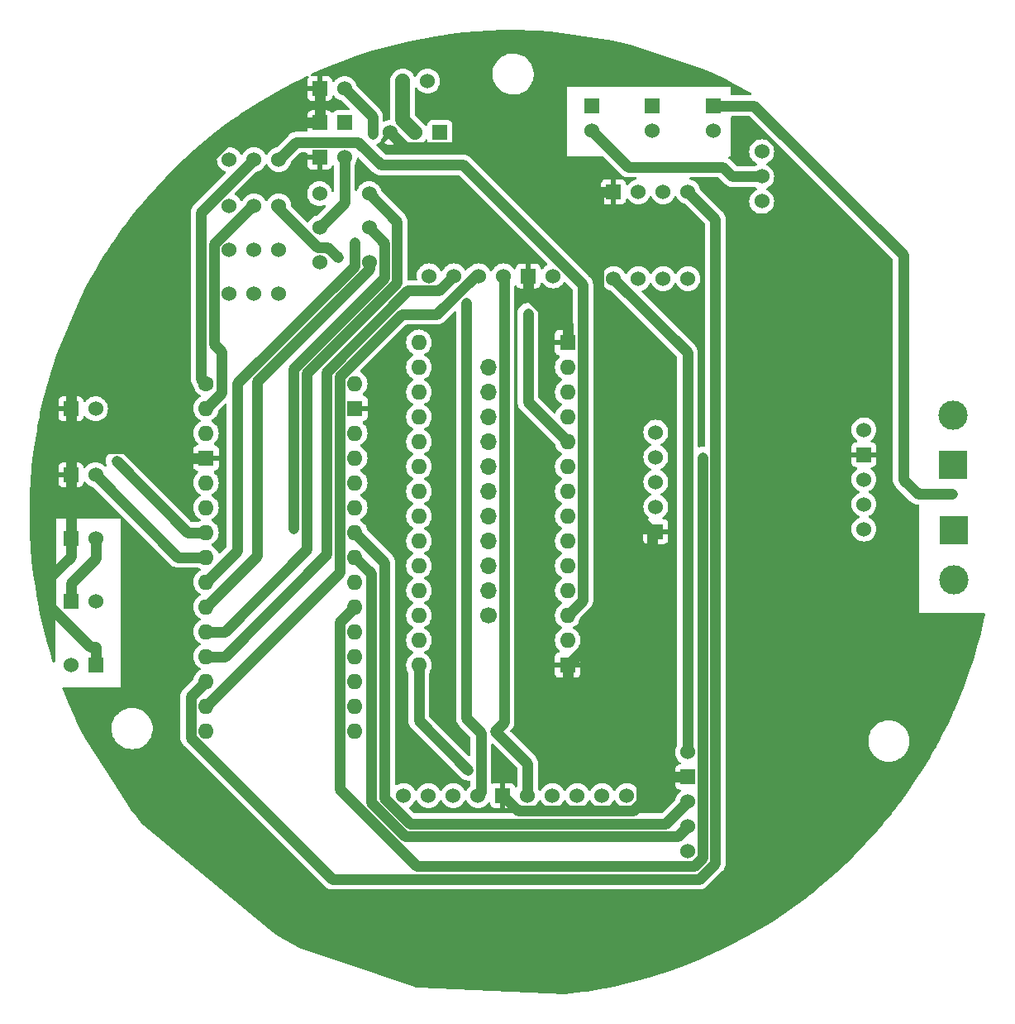
<source format=gbr>
%TF.GenerationSoftware,KiCad,Pcbnew,(6.0.5)*%
%TF.CreationDate,2022-08-04T01:21:19+09:00*%
%TF.ProjectId,sc11bbm,73633131-6262-46d2-9e6b-696361645f70,rev?*%
%TF.SameCoordinates,PXca2b5f1PY459e440*%
%TF.FileFunction,Copper,L2,Bot*%
%TF.FilePolarity,Positive*%
%FSLAX46Y46*%
G04 Gerber Fmt 4.6, Leading zero omitted, Abs format (unit mm)*
G04 Created by KiCad (PCBNEW (6.0.5)) date 2022-08-04 01:21:19*
%MOMM*%
%LPD*%
G01*
G04 APERTURE LIST*
%TA.AperFunction,ComponentPad*%
%ADD10C,1.524000*%
%TD*%
%TA.AperFunction,ComponentPad*%
%ADD11R,1.524000X1.524000*%
%TD*%
%TA.AperFunction,ComponentPad*%
%ADD12C,3.000000*%
%TD*%
%TA.AperFunction,ComponentPad*%
%ADD13R,3.000000X3.000000*%
%TD*%
%TA.AperFunction,ComponentPad*%
%ADD14C,1.600000*%
%TD*%
%TA.AperFunction,ComponentPad*%
%ADD15O,1.600000X1.600000*%
%TD*%
%TA.AperFunction,ComponentPad*%
%ADD16R,1.600000X1.600000*%
%TD*%
%TA.AperFunction,ComponentPad*%
%ADD17C,1.700000*%
%TD*%
%TA.AperFunction,ComponentPad*%
%ADD18O,1.700000X1.700000*%
%TD*%
%TA.AperFunction,ViaPad*%
%ADD19C,0.800000*%
%TD*%
%TA.AperFunction,Conductor*%
%ADD20C,1.100000*%
%TD*%
%TA.AperFunction,Conductor*%
%ADD21C,1.500000*%
%TD*%
G04 APERTURE END LIST*
D10*
%TO.P,U9,1,DAT2*%
%TO.N,unconnected-(U9-Pad1)*%
X11679999Y-28860000D03*
%TO.P,U9,2,CD/DAT3*%
%TO.N,D4*%
X9139999Y-28860000D03*
%TO.P,U9,3,CMD*%
%TO.N,D11*%
X6599999Y-28860000D03*
%TO.P,U9,4,VDD*%
%TO.N,3V3*%
X4059999Y-28860000D03*
%TO.P,U9,5,CLK*%
%TO.N,D13*%
X1519999Y-28860000D03*
D11*
%TO.P,U9,6,VSS*%
%TO.N,GND*%
X-1020001Y-28860000D03*
D10*
%TO.P,U9,7,DAT0*%
%TO.N,D12*%
X-3560001Y-28860000D03*
%TO.P,U9,8,DAT1*%
%TO.N,unconnected-(U9-Pad8)*%
X-6100001Y-28860000D03*
%TO.P,U9,9*%
%TO.N,N/C*%
X-8640001Y-28860000D03*
%TO.P,U9,10*%
X-11180001Y-28860000D03*
%TD*%
D12*
%TO.P,CI1,1*%
%TO.N,Lipo3*%
X45209999Y-6790000D03*
D13*
%TO.P,CI1,2*%
%TO.N,N/C*%
X45209999Y-1710000D03*
%TD*%
D10*
%TO.P,BT4,1,+*%
%TO.N,Net-(SW1-Pad2)*%
X-42730001Y-9020000D03*
D11*
%TO.P,BT4,2,-*%
%TO.N,Net-(BT1-Pad1)*%
X-45270001Y-9020000D03*
%TD*%
D10*
%TO.P,R2,1*%
%TO.N,Net-(D2-Pad2)*%
X-19790001Y32750000D03*
%TO.P,R2,2*%
%TO.N,D8*%
X-14710001Y32750000D03*
%TD*%
%TO.P,SW1,1,A*%
%TO.N,Lipo2*%
X-23960001Y27000000D03*
%TO.P,SW1,2,B*%
%TO.N,Net-(SW1-Pad2)*%
X-26500001Y27000000D03*
%TO.P,SW1,3*%
%TO.N,N/C*%
X-29040001Y27000000D03*
%TD*%
%TO.P,BT6,4*%
%TO.N,Net-(BT3-Pad1)*%
X8059999Y39230000D03*
D11*
%TO.P,BT6,5*%
%TO.N,N/C*%
X8059999Y41770000D03*
%TD*%
%TO.P,D2,1,K*%
%TO.N,GND*%
X-19770001Y43500000D03*
D10*
%TO.P,D2,2,A*%
%TO.N,Net-(D2-Pad2)*%
X-17230001Y43500000D03*
%TD*%
%TO.P,RV1,1,1*%
%TO.N,Net-(Q1-Pad2)*%
X-11270001Y44270000D03*
%TO.P,RV1,2,2*%
%TO.N,Net-(RV1-Pad2)*%
X-8730001Y44270000D03*
%TD*%
%TO.P,BT1,1,+*%
%TO.N,Net-(BT1-Pad1)*%
X-42730001Y-2520000D03*
D11*
%TO.P,BT1,2,-*%
%TO.N,GND*%
X-45270001Y-2520000D03*
%TD*%
D14*
%TO.P,A1,1,D1/TX*%
%TO.N,Net-(A1-Pad1)*%
X-31424001Y13324000D03*
D15*
%TO.P,A1,2,D0/RX*%
%TO.N,Net-(A1-Pad2)*%
X-31424001Y10784000D03*
%TO.P,A1,3,~{RESET}*%
%TO.N,unconnected-(A1-Pad3)*%
X-31424001Y8244000D03*
D16*
%TO.P,A1,4,GND*%
%TO.N,GND*%
X-31424001Y5704000D03*
D15*
%TO.P,A1,5,D2*%
%TO.N,D2*%
X-31424001Y3164000D03*
%TO.P,A1,6,D3*%
%TO.N,D3*%
X-31424001Y624000D03*
%TO.P,A1,7,D4*%
%TO.N,D4*%
X-31424001Y-1916000D03*
%TO.P,A1,8,D5*%
%TO.N,D5*%
X-31424001Y-4456000D03*
%TO.P,A1,9,D6*%
%TO.N,D6*%
X-31424001Y-6996000D03*
%TO.P,A1,10,D7*%
%TO.N,D7*%
X-31424001Y-9536000D03*
%TO.P,A1,11,D8*%
%TO.N,D8*%
X-31424001Y-12076000D03*
%TO.P,A1,12,D9*%
%TO.N,D9*%
X-31424001Y-14616000D03*
%TO.P,A1,13,D10*%
%TO.N,D10*%
X-31424001Y-17156000D03*
%TO.P,A1,14,D11*%
%TO.N,D11*%
X-31424001Y-19696000D03*
%TO.P,A1,15,D12*%
%TO.N,D12*%
X-31424001Y-22236000D03*
%TO.P,A1,16,D13*%
%TO.N,D13*%
X-16184001Y-22236000D03*
%TO.P,A1,17,3V3*%
%TO.N,3V3*%
X-16184001Y-19696000D03*
%TO.P,A1,18,AREF*%
%TO.N,unconnected-(A1-Pad18)*%
X-16184001Y-17156000D03*
%TO.P,A1,19,A0*%
%TO.N,A0*%
X-16184001Y-14616000D03*
%TO.P,A1,20,A1*%
%TO.N,A1*%
X-16184001Y-12076000D03*
%TO.P,A1,21,A2*%
%TO.N,A2*%
X-16184001Y-9536000D03*
%TO.P,A1,22,A3*%
%TO.N,A3*%
X-16184001Y-6996000D03*
%TO.P,A1,23,A4*%
%TO.N,A4*%
X-16184001Y-4456000D03*
%TO.P,A1,24,A5*%
%TO.N,A5*%
X-16184001Y-1916000D03*
%TO.P,A1,25,A6*%
%TO.N,unconnected-(A1-Pad25)*%
X-16184001Y624000D03*
%TO.P,A1,26,A7*%
%TO.N,unconnected-(A1-Pad26)*%
X-16184001Y3164000D03*
%TO.P,A1,27,+5V*%
%TO.N,5V*%
X-16184001Y5704000D03*
%TO.P,A1,28,~{RESET}*%
%TO.N,unconnected-(A1-Pad28)*%
X-16184001Y8244000D03*
D16*
%TO.P,A1,29,GND*%
%TO.N,GND*%
X-16184001Y10784000D03*
D15*
%TO.P,A1,30,VIN*%
%TO.N,Lipo2*%
X-16184001Y13324000D03*
%TD*%
D11*
%TO.P,D1,1,K*%
%TO.N,GND*%
X-19770001Y40000000D03*
%TO.P,D1,2,A*%
%TO.N,Net-(D1-Pad2)*%
X-17230001Y40000000D03*
%TD*%
D10*
%TO.P,U2,1,PWM*%
%TO.N,D5*%
X-42730001Y3980000D03*
D11*
%TO.P,U2,3,GND*%
%TO.N,GND*%
X-45270001Y3980000D03*
%TD*%
D10*
%TO.P,SW2,1,A*%
%TO.N,RX*%
X-23960001Y31500000D03*
%TO.P,SW2,2,B*%
%TO.N,Net-(A1-Pad2)*%
X-26500001Y31500000D03*
%TO.P,SW2,3*%
%TO.N,N/C*%
X-29040001Y31500000D03*
%TD*%
D12*
%TO.P,C2,1*%
%TO.N,Lipo3*%
X45094999Y10040000D03*
D13*
%TO.P,C2,2*%
%TO.N,N/C*%
X45094999Y4960000D03*
%TD*%
D16*
%TO.P,U6,1,GND*%
%TO.N,GND*%
X5624999Y-15500000D03*
D15*
%TO.P,U6,2,DIO14/SCL*%
%TO.N,unconnected-(U6-Pad2)*%
X5624999Y-12960000D03*
%TO.P,U6,3,DIO7/RX*%
%TO.N,TX*%
X5624999Y-10420000D03*
%TO.P,U6,4,DIO5/PWM1*%
%TO.N,unconnected-(U6-Pad4)*%
X5624999Y-7880000D03*
%TO.P,U6,5,DIO18/DO1*%
%TO.N,unconnected-(U6-Pad5)*%
X5624999Y-5340000D03*
%TO.P,U6,6,DO0/PWM2*%
%TO.N,unconnected-(U6-Pad6)*%
X5624999Y-2800000D03*
%TO.P,U6,7,DO1/PWM3*%
%TO.N,unconnected-(U6-Pad7)*%
X5624999Y-260000D03*
%TO.P,U6,8,DIO19/DO2*%
%TO.N,unconnected-(U6-Pad8)*%
X5624999Y2280000D03*
%TO.P,U6,9,DIO4/DO3*%
%TO.N,unconnected-(U6-Pad9)*%
X5624999Y4820000D03*
%TO.P,U6,10,DIO6/TX*%
%TO.N,RX*%
X5624999Y7360000D03*
%TO.P,U6,11,DIO8/PWM4*%
%TO.N,unconnected-(U6-Pad11)*%
X5624999Y9900000D03*
%TO.P,U6,12,DIO9/DO4*%
%TO.N,unconnected-(U6-Pad12)*%
X5624999Y12440000D03*
%TO.P,U6,13,DIO10/M1*%
%TO.N,unconnected-(U6-Pad13)*%
X5624999Y14980000D03*
D16*
%TO.P,U6,14,GND*%
%TO.N,GND*%
X5624999Y17520000D03*
D15*
%TO.P,U6,15,DIO12/DI1*%
%TO.N,unconnected-(U6-Pad15)*%
X-9615001Y17520000D03*
%TO.P,U6,16,DIO13/DI2*%
%TO.N,unconnected-(U6-Pad16)*%
X-9615001Y14980000D03*
%TO.P,U6,17,DIO11/DI3*%
%TO.N,unconnected-(U6-Pad17)*%
X-9615001Y12440000D03*
%TO.P,U6,18,DIO16/DI4*%
%TO.N,unconnected-(U6-Pad18)*%
X-9615001Y9900000D03*
%TO.P,U6,19,DIO15/SDA*%
%TO.N,unconnected-(U6-Pad19)*%
X-9615001Y7360000D03*
%TO.P,U6,20,DIO17/BPS*%
%TO.N,unconnected-(U6-Pad20)*%
X-9615001Y4820000D03*
%TO.P,U6,21,~{RESET}*%
%TO.N,unconnected-(U6-Pad21)*%
X-9615001Y2280000D03*
%TO.P,U6,22,ADC1/AI1*%
%TO.N,unconnected-(U6-Pad22)*%
X-9615001Y-260000D03*
%TO.P,U6,23,DIO0/AI2*%
%TO.N,unconnected-(U6-Pad23)*%
X-9615001Y-2800000D03*
%TO.P,U6,24,ADC2/AI3*%
%TO.N,unconnected-(U6-Pad24)*%
X-9615001Y-5340000D03*
%TO.P,U6,25,DIO1/AI4*%
%TO.N,unconnected-(U6-Pad25)*%
X-9615001Y-7880000D03*
%TO.P,U6,26,DIO2/M2*%
%TO.N,unconnected-(U6-Pad26)*%
X-9615001Y-10420000D03*
%TO.P,U6,27,DIO3/M3*%
%TO.N,unconnected-(U6-Pad27)*%
X-9615001Y-12960000D03*
%TO.P,U6,28,VCC*%
%TO.N,3V3*%
X-9615001Y-15500000D03*
%TD*%
D10*
%TO.P,BT5,4*%
%TO.N,N/C*%
X20539999Y39230000D03*
D11*
%TO.P,BT5,5*%
X20539999Y41770000D03*
%TD*%
D10*
%TO.P,U1,1,PWM*%
%TO.N,D4*%
X-42730001Y10730000D03*
D11*
%TO.P,U1,3,GND*%
%TO.N,GND*%
X-45270001Y10730000D03*
%TD*%
D10*
%TO.P,U7,1,5V*%
%TO.N,5V*%
X35969999Y8580000D03*
D11*
%TO.P,U7,2,GND*%
%TO.N,GND*%
X35969999Y6040000D03*
D10*
%TO.P,U7,3,RXD*%
%TO.N,D3*%
X35969999Y3500000D03*
%TO.P,U7,4,TXD*%
%TO.N,D2*%
X35969999Y960000D03*
%TO.P,U7,5,1PPS*%
%TO.N,unconnected-(U7-Pad5)*%
X35969999Y-1580000D03*
%TD*%
%TO.P,U5,1,VCC*%
%TO.N,3V3*%
X4129999Y24330000D03*
D11*
%TO.P,U5,2,GND*%
%TO.N,GND*%
X1589999Y24330000D03*
D10*
%TO.P,U5,3,SCL*%
%TO.N,D13*%
X-950001Y24330000D03*
%TO.P,U5,4,SDA*%
%TO.N,D11*%
X-3490001Y24330000D03*
%TO.P,U5,5,CSB*%
%TO.N,D9*%
X-6030001Y24330000D03*
%TO.P,U5,6,SDO*%
%TO.N,D12*%
X-8570001Y24330000D03*
%TD*%
D11*
%TO.P,Q1,1,G*%
%TO.N,D6*%
X-7460001Y39000000D03*
D10*
%TO.P,Q1,2,D*%
%TO.N,Net-(Q1-Pad2)*%
X-10000001Y39000000D03*
%TO.P,Q1,3,S*%
%TO.N,GND*%
X-12540001Y39000000D03*
%TD*%
%TO.P,U4,1,VCC*%
%TO.N,3V3*%
X17899999Y-24420000D03*
D11*
%TO.P,U4,2,GND*%
%TO.N,GND*%
X17899999Y-26960000D03*
D10*
%TO.P,U4,3,SCL*%
%TO.N,A5*%
X17899999Y-29500000D03*
%TO.P,U4,4,SDA*%
%TO.N,A4*%
X17899999Y-32040000D03*
%TO.P,U4,5,DRDY*%
%TO.N,unconnected-(U4-Pad5)*%
X17899999Y-34580000D03*
%TD*%
%TO.P,R3,1*%
%TO.N,Net-(D3-Pad2)*%
X-19790001Y29250000D03*
%TO.P,R3,2*%
%TO.N,A3*%
X-14710001Y29250000D03*
%TD*%
%TO.P,SW3,1,A*%
%TO.N,TX*%
X-23960001Y36250000D03*
%TO.P,SW3,2,B*%
%TO.N,Net-(A1-Pad1)*%
X-26500001Y36250000D03*
%TO.P,SW3,3*%
%TO.N,N/C*%
X-29040001Y36250000D03*
%TD*%
%TO.P,U3,1,+V*%
%TO.N,3V3*%
X10324999Y24055000D03*
%TO.P,U3,2,SCL*%
%TO.N,D13*%
X12864999Y24055000D03*
%TO.P,U3,3,SDA*%
%TO.N,D11*%
X15404999Y24055000D03*
%TO.P,U3,4,SA0*%
%TO.N,D12*%
X17944999Y24055000D03*
%TO.P,U3,5,CS*%
%TO.N,D10*%
X17944999Y32945000D03*
%TO.P,U3,6,INT2*%
%TO.N,unconnected-(U3-Pad6)*%
X15404999Y32945000D03*
%TO.P,U3,7,INT1*%
%TO.N,unconnected-(U3-Pad7)*%
X12864999Y32945000D03*
D11*
%TO.P,U3,8,GND*%
%TO.N,GND*%
X10324999Y32945000D03*
%TD*%
D10*
%TO.P,BT2,1,+*%
%TO.N,Net-(BT2-Pad1)*%
X-45270001Y-15480000D03*
D11*
%TO.P,BT2,2,-*%
%TO.N,GND*%
X-42730001Y-15480000D03*
%TD*%
D10*
%TO.P,SW5,1,A*%
%TO.N,Lipo3*%
X25499999Y31960000D03*
%TO.P,SW5,2,B*%
%TO.N,Net-(BT3-Pad1)*%
X25499999Y34500000D03*
%TO.P,SW5,3*%
%TO.N,N/C*%
X25499999Y37040000D03*
%TD*%
%TO.P,R1,1*%
%TO.N,Net-(D1-Pad2)*%
X-19790001Y25750000D03*
%TO.P,R1,2*%
%TO.N,D7*%
X-14710001Y25750000D03*
%TD*%
%TO.P,BT3,4*%
%TO.N,N/C*%
X14289999Y39230000D03*
D11*
%TO.P,BT3,5*%
X14289999Y41770000D03*
%TD*%
D10*
%TO.P,SW4,1,A*%
%TO.N,Net-(RV1-Pad2)*%
X-23960001Y22500000D03*
%TO.P,SW4,2,B*%
%TO.N,Net-(BT2-Pad1)*%
X-26500001Y22500000D03*
%TO.P,SW4,3*%
%TO.N,N/C*%
X-29040001Y22500000D03*
%TD*%
D11*
%TO.P,D3,1,K*%
%TO.N,GND*%
X-19770001Y36500000D03*
D10*
%TO.P,D3,2,A*%
%TO.N,Net-(D3-Pad2)*%
X-17230001Y36500000D03*
%TD*%
D17*
%TO.P,REF\u002A\u002A,1*%
%TO.N,N/C*%
X-2500001Y-10450000D03*
D18*
%TO.P,REF\u002A\u002A,2*%
X-2500001Y-7910000D03*
%TO.P,REF\u002A\u002A,3*%
X-2500001Y-5370000D03*
%TO.P,REF\u002A\u002A,4*%
X-2500001Y-2830000D03*
%TO.P,REF\u002A\u002A,5*%
X-2500001Y-290000D03*
%TO.P,REF\u002A\u002A,6*%
X-2500001Y2250000D03*
%TO.P,REF\u002A\u002A,7*%
X-2500001Y4790000D03*
%TO.P,REF\u002A\u002A,8*%
X-2500001Y7330000D03*
%TO.P,REF\u002A\u002A,9*%
X-2500001Y9870000D03*
%TO.P,REF\u002A\u002A,10*%
X-2500001Y12410000D03*
%TO.P,REF\u002A\u002A,11*%
X-2500001Y14950000D03*
%TD*%
D10*
%TO.P,U8,1,VCC*%
%TO.N,5V*%
X14649999Y8330000D03*
%TO.P,U8,2,X_out*%
%TO.N,A2*%
X14649999Y5790000D03*
%TO.P,U8,3,Y_out*%
%TO.N,A1*%
X14649999Y3250000D03*
%TO.P,U8,4,Z_out*%
%TO.N,A0*%
X14649999Y710000D03*
D11*
%TO.P,U8,5,GND*%
%TO.N,GND*%
X14649999Y-1830000D03*
%TD*%
D19*
%TO.N,GND*%
X8636000Y46228000D03*
X2540000Y-6604000D03*
X36576000Y-30988000D03*
X15748000Y-13716000D03*
X23368000Y-41656000D03*
X-36576000Y-29972000D03*
X-41656000Y22860000D03*
X508000Y40640000D03*
X36576000Y17780000D03*
%TO.N,*%
X45000000Y2000000D03*
%TO.N,D4*%
X-40619201Y5379200D03*
%TO.N,3V3*%
X-9632701Y-19784300D03*
X-4570901Y-26265700D03*
%TO.N,D13*%
X-1803101Y-22236000D03*
%TO.N,D12*%
X-4734201Y21619000D03*
%TO.N,RX*%
X1541799Y20486500D03*
X-17918001Y26227400D03*
%TO.N,D6*%
X-16222401Y27737600D03*
%TO.N,A2*%
X19438199Y5790000D03*
%TO.N,Net-(D2-Pad2)*%
X-14358201Y38819200D03*
%TO.N,A3*%
X-22427001Y-1534800D03*
%TD*%
D20*
%TO.N,*%
X40000000Y26500000D02*
X40000000Y3500000D01*
X20539999Y41770000D02*
X24730000Y41770000D01*
X41500000Y2000000D02*
X45000000Y2000000D01*
X40000000Y3500000D02*
X41500000Y2000000D01*
X24730000Y41770000D02*
X40000000Y26500000D01*
%TO.N,GND*%
X-31424001Y5704000D02*
X-33324001Y5704000D01*
X-47500000Y-9429901D02*
X-47500000Y-6611999D01*
X-42730001Y-15480000D02*
X-42730001Y-13618000D01*
X-27472501Y40000000D02*
X-19770001Y40000000D01*
X548099Y-30428100D02*
X-1020001Y-28860000D01*
X-42730001Y-13618000D02*
X-43311901Y-13618000D01*
X-19770001Y40000000D02*
X-19770001Y43500000D01*
X8812599Y32945000D02*
X8812599Y3677200D01*
X-10999901Y37459900D02*
X3948099Y37459900D01*
X-43311901Y-13618000D02*
X-47500000Y-9429901D01*
X8812599Y32945000D02*
X8462999Y32945000D01*
X-36169601Y31302900D02*
X-27472501Y40000000D01*
X-45270001Y10730000D02*
X-45270001Y12592000D01*
X14319799Y-1830000D02*
X14319799Y-6805200D01*
X17899999Y-26960000D02*
X16037999Y-26960000D01*
X-45270001Y-2520000D02*
X-45270001Y3980000D01*
X13198499Y-26960000D02*
X13198499Y-24973500D01*
X1589999Y24330000D02*
X1589999Y22468000D01*
X-45270001Y12592000D02*
X-36169601Y21692400D01*
X1589999Y22468000D02*
X4637999Y19420000D01*
X13198499Y-29533000D02*
X12303399Y-30428100D01*
X8962999Y32945000D02*
X8812599Y32945000D01*
X12303399Y-30428100D02*
X548099Y-30428100D01*
X14319799Y-6805200D02*
X5624999Y-15500000D01*
X5624999Y17520000D02*
X5624999Y19420000D01*
X-36169601Y21692400D02*
X-36169601Y31302900D01*
X13198499Y-24973500D02*
X5624999Y-17400000D01*
X-12540001Y39000000D02*
X-10999901Y37459900D01*
X-45270001Y3980000D02*
X-45270001Y6679500D01*
X16037999Y-26960000D02*
X13198499Y-26960000D01*
X3948099Y37459900D02*
X8462999Y32945000D01*
X-45270001Y6679500D02*
X-34299501Y6679500D01*
X8812599Y3677200D02*
X14319799Y-1830000D01*
X-34299501Y6679500D02*
X-33324001Y5704000D01*
X-47500000Y-6611999D02*
X-45270001Y-4382000D01*
X10324999Y32945000D02*
X8962999Y32945000D01*
X14649999Y-1830000D02*
X14319799Y-1830000D01*
X-45270001Y-4382000D02*
X-45270001Y-2520000D01*
X4637999Y19420000D02*
X5624999Y19420000D01*
X5624999Y-15500000D02*
X5624999Y-17400000D01*
X13198499Y-26960000D02*
X13198499Y-29533000D01*
X-45270001Y6679500D02*
X-45270001Y10730000D01*
%TO.N,D4*%
X-33324001Y-1916000D02*
X-40619201Y5379200D01*
X-31424001Y-1916000D02*
X-33324001Y-1916000D01*
%TO.N,D11*%
X-7780501Y20411600D02*
X-11347301Y20411600D01*
X-3862101Y24330000D02*
X-7780501Y20411600D01*
X-11347301Y20411600D02*
X-17748101Y14010800D01*
X-3490001Y24330000D02*
X-3862101Y24330000D01*
X-17748101Y-6020100D02*
X-31424001Y-19696000D01*
X-17748101Y14010800D02*
X-17748101Y-6020100D01*
%TO.N,3V3*%
X10324999Y24055000D02*
X17899999Y16480000D01*
X-9615001Y-17400000D02*
X-9632701Y-17417700D01*
X-9615001Y-15500000D02*
X-9615001Y-17400000D01*
X17899999Y16480000D02*
X17899999Y-24420000D01*
X-9632701Y-19784300D02*
X-9632701Y-21203900D01*
X-9632701Y-21203900D02*
X-4570901Y-26265700D01*
X-9632701Y-17417700D02*
X-9632701Y-19784300D01*
%TO.N,D13*%
X-950001Y24330000D02*
X-899601Y24279600D01*
X-899601Y24279600D02*
X-899601Y-21332500D01*
X1519999Y-25559100D02*
X1519999Y-28860000D01*
X-899601Y-21332500D02*
X-1803101Y-22236000D01*
X-1803101Y-22236000D02*
X1519999Y-25559100D01*
%TO.N,D12*%
X-4734201Y21619000D02*
X-4734201Y-20952300D01*
X-4734201Y-20952300D02*
X-3258301Y-22428200D01*
X-3258301Y-28558300D02*
X-3560001Y-28860000D01*
X-3258301Y-22428200D02*
X-3258301Y-28558300D01*
%TO.N,A5*%
X-13115201Y-29131400D02*
X-13115201Y-4984800D01*
X-13115201Y-4984800D02*
X-16184001Y-1916000D01*
X17899999Y-29500000D02*
X15668899Y-31731100D01*
X15668899Y-31731100D02*
X-10515501Y-31731100D01*
X-10515501Y-31731100D02*
X-13115201Y-29131400D01*
%TO.N,A4*%
X16908499Y-33031500D02*
X-11056601Y-33031500D01*
X-11056601Y-33031500D02*
X-14524601Y-29563500D01*
X17899999Y-32040000D02*
X16908499Y-33031500D01*
X-14524601Y-29563500D02*
X-14524601Y-6115400D01*
X-14524601Y-6115400D02*
X-16184001Y-4456000D01*
D21*
%TO.N,Net-(Q1-Pad2)*%
X-11270001Y44270000D02*
X-11270001Y40270000D01*
X-11270001Y40270000D02*
X-10000001Y39000000D01*
D20*
%TO.N,D10*%
X-18488801Y-37424200D02*
X19100899Y-37424200D01*
X-32996401Y-18728400D02*
X-32996401Y-22916600D01*
X20741699Y30148300D02*
X17944999Y32945000D01*
X-31424001Y-17156000D02*
X-32996401Y-18728400D01*
X20741699Y-35783400D02*
X20741699Y30148300D01*
X-32996401Y-22916600D02*
X-18488801Y-37424200D01*
X19100899Y-37424200D02*
X20741699Y-35783400D01*
%TO.N,D5*%
X-31424001Y-4456000D02*
X-33324001Y-4456000D01*
X-42730001Y3980000D02*
X-34294001Y-4456000D01*
X-34294001Y-4456000D02*
X-33324001Y-4456000D01*
%TO.N,D9*%
X-19099101Y-4191100D02*
X-19099101Y14498700D01*
X-29524001Y-14616000D02*
X-19099101Y-4191100D01*
X-19099101Y14498700D02*
X-10780201Y22817600D01*
X-31424001Y-14616000D02*
X-29524001Y-14616000D01*
X-10780201Y22817600D02*
X-7542401Y22817600D01*
X-7542401Y22817600D02*
X-6030001Y24330000D01*
%TO.N,TX*%
X7175399Y-8869600D02*
X5624999Y-10420000D01*
X-22197601Y38012400D02*
X-15829701Y38012400D01*
X-15829701Y38012400D02*
X-13503201Y35685900D01*
X7175399Y23430900D02*
X7175399Y-8869600D01*
X-13503201Y35685900D02*
X-5079601Y35685900D01*
X-5079601Y35685900D02*
X7175399Y23430900D01*
X-23960001Y36250000D02*
X-22197601Y38012400D01*
%TO.N,RX*%
X-23960001Y31243400D02*
X-23960001Y31500000D01*
X-18953001Y27262400D02*
X-19979001Y27262400D01*
X-17918001Y26227400D02*
X-18953001Y27262400D01*
X5624999Y7360000D02*
X1541799Y11443200D01*
X-19979001Y27262400D02*
X-23960001Y31243400D01*
X1541799Y11443200D02*
X1541799Y20486500D01*
%TO.N,D6*%
X-28225501Y-3797500D02*
X-28225501Y13345600D01*
X-28225501Y13345600D02*
X-16222401Y25348700D01*
X-31424001Y-6996000D02*
X-28225501Y-3797500D01*
X-16222401Y25348700D02*
X-16222401Y27737600D01*
%TO.N,Net-(BT1-Pad1)*%
X-42730001Y-4618000D02*
X-45270001Y-7158000D01*
X-45270001Y-9020000D02*
X-45270001Y-7158000D01*
X-42730001Y-2520000D02*
X-42730001Y-4618000D01*
%TO.N,Net-(A1-Pad2)*%
X-29873601Y16627300D02*
X-30611401Y17365100D01*
X-31424001Y10784000D02*
X-29873601Y12334400D01*
X-29873601Y12334400D02*
X-29873601Y16627300D01*
X-30611401Y17365100D02*
X-30611401Y27574500D01*
X-30611401Y27574500D02*
X-26685901Y31500000D01*
X-26685901Y31500000D02*
X-26500001Y31500000D01*
%TO.N,A2*%
X-17748001Y-11100000D02*
X-17748001Y-28179000D01*
X-17748001Y-28179000D02*
X-9827201Y-36099800D01*
X-16184001Y-9536000D02*
X-17748001Y-11100000D01*
X19438199Y-35219400D02*
X19438199Y5790000D01*
X18557799Y-36099800D02*
X19438199Y-35219400D01*
X-9827201Y-36099800D02*
X18557799Y-36099800D01*
%TO.N,Net-(A1-Pad1)*%
X-31424001Y13324000D02*
X-31920101Y13820100D01*
X-31920101Y30829900D02*
X-26500001Y36250000D01*
X-31920101Y13820100D02*
X-31920101Y30829900D01*
%TO.N,Net-(BT3-Pad1)*%
X22500000Y34500000D02*
X21500000Y35500000D01*
X8059999Y39230000D02*
X11789999Y35500000D01*
X25499999Y34500000D02*
X22500000Y34500000D01*
X11789999Y35500000D02*
X21500000Y35500000D01*
%TO.N,D7*%
X-26196901Y13535300D02*
X-14710001Y25022200D01*
X-26196901Y-4308900D02*
X-26196901Y13535300D01*
X-31424001Y-9536000D02*
X-26196901Y-4308900D01*
X-14710001Y25022200D02*
X-14710001Y25750000D01*
%TO.N,Net-(D2-Pad2)*%
X-17230001Y43500000D02*
X-14358201Y40628200D01*
X-14358201Y40628200D02*
X-14358201Y38819200D01*
%TO.N,D8*%
X-21073101Y-3625100D02*
X-21073101Y14363600D01*
X-11849701Y29889700D02*
X-14710001Y32750000D01*
X-21073101Y14363600D02*
X-11849701Y23587000D01*
X-29524001Y-12076000D02*
X-21073101Y-3625100D01*
X-31424001Y-12076000D02*
X-29524001Y-12076000D01*
X-11849701Y23587000D02*
X-11849701Y29889700D01*
%TO.N,Net-(D3-Pad2)*%
X-19790001Y29250000D02*
X-17230001Y31810000D01*
X-17230001Y31810000D02*
X-17230001Y36500000D01*
%TO.N,A3*%
X-14710001Y29250000D02*
X-13150101Y27690100D01*
X-13150101Y27690100D02*
X-13150101Y24125600D01*
X-13150101Y24125600D02*
X-22427001Y14848700D01*
X-22427001Y14848700D02*
X-22427001Y-1534800D01*
%TD*%
%TA.AperFunction,Conductor*%
%TO.N,GND*%
G36*
X347345Y49500256D02*
G01*
X754493Y49491727D01*
X1725790Y49471381D01*
X1729306Y49471259D01*
X2815594Y49418131D01*
X3106477Y49403904D01*
X3109973Y49403685D01*
X3378358Y49383034D01*
X3863732Y49345686D01*
X3871969Y49344778D01*
X10194160Y48437213D01*
X10203313Y48435553D01*
X11302037Y48193983D01*
X11305417Y48193189D01*
X11964218Y48028932D01*
X11973483Y48026242D01*
X19215118Y45618835D01*
X19225790Y45614739D01*
X20447730Y45080887D01*
X20450863Y45079465D01*
X21698444Y44492399D01*
X21701554Y44490883D01*
X22762736Y43954841D01*
X22932276Y43869200D01*
X22935394Y43867570D01*
X24148270Y43211770D01*
X24151311Y43210069D01*
X24404832Y43063699D01*
X24404971Y43063619D01*
X24453964Y43012237D01*
X24467400Y42942523D01*
X24441014Y42876612D01*
X24383182Y42835430D01*
X24341971Y42828500D01*
X22478000Y42828500D01*
X22409879Y42848502D01*
X22363386Y42902158D01*
X22352000Y42954500D01*
X22352000Y43688000D01*
X5519999Y43688000D01*
X5519999Y36576000D01*
X9164864Y36576000D01*
X9232985Y36555998D01*
X9253959Y36539095D01*
X10995865Y34797189D01*
X11004966Y34787046D01*
X11030070Y34755823D01*
X11034788Y34751865D01*
X11034790Y34751862D01*
X11070380Y34721999D01*
X11074029Y34718815D01*
X11076283Y34716771D01*
X11078464Y34714590D01*
X11113292Y34685983D01*
X11114307Y34685140D01*
X11164215Y34643262D01*
X11189088Y34622391D01*
X11193991Y34619696D01*
X11198311Y34616147D01*
X11203735Y34613238D01*
X11203739Y34613236D01*
X11284279Y34570051D01*
X11285408Y34569438D01*
X11370994Y34522387D01*
X11376325Y34520696D01*
X11381254Y34518053D01*
X11387149Y34516251D01*
X11387153Y34516249D01*
X11474580Y34489520D01*
X11475838Y34489128D01*
X11562980Y34461486D01*
X11562982Y34461486D01*
X11568860Y34459621D01*
X11574417Y34458998D01*
X11579767Y34457362D01*
X11676888Y34447497D01*
X11678075Y34447371D01*
X11709497Y34443846D01*
X11726915Y34441892D01*
X11726919Y34441892D01*
X11730412Y34441500D01*
X11733938Y34441500D01*
X11735514Y34441412D01*
X11741201Y34440964D01*
X11765997Y34438446D01*
X11780160Y34437007D01*
X11780163Y34437007D01*
X11786286Y34436385D01*
X11834487Y34440941D01*
X11846344Y34441500D01*
X12584110Y34441500D01*
X12652231Y34421498D01*
X12698724Y34367842D01*
X12708828Y34297568D01*
X12679334Y34232988D01*
X12616722Y34193793D01*
X12428803Y34143440D01*
X12423822Y34141118D01*
X12423821Y34141117D01*
X12232310Y34051814D01*
X12232305Y34051811D01*
X12227323Y34049488D01*
X12222816Y34046332D01*
X12222814Y34046331D01*
X12049729Y33925136D01*
X12049726Y33925134D01*
X12045218Y33921977D01*
X11888022Y33764781D01*
X11884864Y33760271D01*
X11884859Y33760265D01*
X11824211Y33673650D01*
X11768754Y33629321D01*
X11698135Y33622012D01*
X11634774Y33654042D01*
X11598789Y33715244D01*
X11594998Y33745920D01*
X11594998Y33751669D01*
X11594628Y33758490D01*
X11589104Y33809352D01*
X11585478Y33824604D01*
X11540323Y33945054D01*
X11531785Y33960649D01*
X11455284Y34062724D01*
X11442723Y34075285D01*
X11340648Y34151786D01*
X11325053Y34160324D01*
X11204605Y34205478D01*
X11189350Y34209105D01*
X11138485Y34214631D01*
X11131671Y34215000D01*
X10597114Y34215000D01*
X10581875Y34210525D01*
X10580670Y34209135D01*
X10578999Y34201452D01*
X10578999Y31693116D01*
X10583474Y31677877D01*
X10584864Y31676672D01*
X10592547Y31675001D01*
X11131668Y31675001D01*
X11138489Y31675371D01*
X11189351Y31680895D01*
X11204603Y31684521D01*
X11325053Y31729676D01*
X11340648Y31738214D01*
X11442723Y31814715D01*
X11455284Y31827276D01*
X11531785Y31929351D01*
X11540323Y31944946D01*
X11585477Y32065394D01*
X11589104Y32080649D01*
X11594630Y32131514D01*
X11594999Y32138328D01*
X11594999Y32144078D01*
X11615001Y32212199D01*
X11668657Y32258692D01*
X11738931Y32268796D01*
X11803511Y32239302D01*
X11824212Y32216349D01*
X11879300Y32137676D01*
X11888022Y32125219D01*
X12045218Y31968023D01*
X12049726Y31964866D01*
X12049729Y31964864D01*
X12100447Y31929351D01*
X12227322Y31840512D01*
X12232304Y31838189D01*
X12232309Y31838186D01*
X12408711Y31755929D01*
X12428803Y31746560D01*
X12434111Y31745138D01*
X12434113Y31745137D01*
X12438297Y31744016D01*
X12643536Y31689022D01*
X12864999Y31669647D01*
X13086462Y31689022D01*
X13291701Y31744016D01*
X13295885Y31745137D01*
X13295887Y31745138D01*
X13301195Y31746560D01*
X13321287Y31755929D01*
X13497689Y31838186D01*
X13497694Y31838189D01*
X13502676Y31840512D01*
X13629551Y31929351D01*
X13680269Y31964864D01*
X13680272Y31964866D01*
X13684780Y31968023D01*
X13841976Y32125219D01*
X13850699Y32137676D01*
X13966330Y32302815D01*
X13966331Y32302817D01*
X13969487Y32307324D01*
X13971810Y32312306D01*
X13971813Y32312311D01*
X14020804Y32417373D01*
X14067722Y32470658D01*
X14135999Y32490119D01*
X14203959Y32469577D01*
X14249194Y32417373D01*
X14298185Y32312311D01*
X14298188Y32312306D01*
X14300511Y32307324D01*
X14303667Y32302817D01*
X14303668Y32302815D01*
X14419300Y32137676D01*
X14428022Y32125219D01*
X14585218Y31968023D01*
X14589726Y31964866D01*
X14589729Y31964864D01*
X14640447Y31929351D01*
X14767322Y31840512D01*
X14772304Y31838189D01*
X14772309Y31838186D01*
X14948711Y31755929D01*
X14968803Y31746560D01*
X14974111Y31745138D01*
X14974113Y31745137D01*
X14978297Y31744016D01*
X15183536Y31689022D01*
X15404999Y31669647D01*
X15626462Y31689022D01*
X15831701Y31744016D01*
X15835885Y31745137D01*
X15835887Y31745138D01*
X15841195Y31746560D01*
X15861287Y31755929D01*
X16037689Y31838186D01*
X16037694Y31838189D01*
X16042676Y31840512D01*
X16169551Y31929351D01*
X16220269Y31964864D01*
X16220272Y31964866D01*
X16224780Y31968023D01*
X16381976Y32125219D01*
X16390699Y32137676D01*
X16506330Y32302815D01*
X16506331Y32302817D01*
X16509487Y32307324D01*
X16511810Y32312306D01*
X16511813Y32312311D01*
X16560804Y32417373D01*
X16607722Y32470658D01*
X16675999Y32490119D01*
X16743959Y32469577D01*
X16789194Y32417373D01*
X16838185Y32312311D01*
X16838188Y32312306D01*
X16840511Y32307324D01*
X16843667Y32302817D01*
X16843668Y32302815D01*
X16959300Y32137676D01*
X16968022Y32125219D01*
X17125218Y31968023D01*
X17129726Y31964866D01*
X17129729Y31964864D01*
X17180447Y31929351D01*
X17307322Y31840512D01*
X17312304Y31838189D01*
X17312309Y31838186D01*
X17488711Y31755929D01*
X17508803Y31746560D01*
X17514111Y31745138D01*
X17514113Y31745137D01*
X17664283Y31704899D01*
X17720767Y31672287D01*
X19646294Y29746760D01*
X19680320Y29684448D01*
X19683199Y29657665D01*
X19683199Y6968563D01*
X19663197Y6900442D01*
X19609541Y6853949D01*
X19544030Y6843253D01*
X19445624Y6853596D01*
X19369543Y6846672D01*
X19245035Y6835341D01*
X19245032Y6835340D01*
X19238896Y6834782D01*
X19232990Y6833044D01*
X19232986Y6833043D01*
X19120074Y6799811D01*
X19049077Y6799766D01*
X18989327Y6838112D01*
X18959793Y6902674D01*
X18958499Y6920685D01*
X18958499Y16415423D01*
X18959236Y16429031D01*
X18962898Y16462736D01*
X18962898Y16462740D01*
X18963563Y16468861D01*
X18959908Y16510643D01*
X18958977Y16521285D01*
X18958648Y16526110D01*
X18958499Y16529155D01*
X18958499Y16532237D01*
X18955510Y16562723D01*
X18954103Y16577073D01*
X18953981Y16578386D01*
X18946096Y16668510D01*
X18945471Y16675655D01*
X18943909Y16681030D01*
X18943364Y16686592D01*
X18915151Y16780038D01*
X18914804Y16781210D01*
X18889278Y16869072D01*
X18889277Y16869074D01*
X18887557Y16874995D01*
X18884984Y16879958D01*
X18883367Y16885315D01*
X18880472Y16890760D01*
X18880469Y16890767D01*
X18837532Y16971519D01*
X18836919Y16972686D01*
X18794865Y17053815D01*
X18792027Y17059290D01*
X18788537Y17063661D01*
X18785912Y17068599D01*
X18782016Y17073376D01*
X18782012Y17073382D01*
X18724216Y17144246D01*
X18723466Y17145174D01*
X18690606Y17186338D01*
X18688104Y17188840D01*
X18687064Y17190003D01*
X18683377Y17194319D01*
X18654714Y17229464D01*
X18649972Y17233387D01*
X18649969Y17233390D01*
X18617406Y17260328D01*
X18608627Y17268317D01*
X13234044Y22642900D01*
X13200018Y22705212D01*
X13205083Y22776027D01*
X13247630Y22832863D01*
X13290530Y22853702D01*
X13295881Y22855136D01*
X13295884Y22855137D01*
X13301195Y22856560D01*
X13306177Y22858883D01*
X13497689Y22948186D01*
X13497694Y22948189D01*
X13502676Y22950512D01*
X13659568Y23060369D01*
X13680269Y23074864D01*
X13680272Y23074866D01*
X13684780Y23078023D01*
X13841976Y23235219D01*
X13846066Y23241059D01*
X13966330Y23412815D01*
X13966331Y23412817D01*
X13969487Y23417324D01*
X13971810Y23422306D01*
X13971813Y23422311D01*
X14020804Y23527373D01*
X14067722Y23580658D01*
X14135999Y23600119D01*
X14203959Y23579577D01*
X14249194Y23527373D01*
X14298185Y23422311D01*
X14298188Y23422306D01*
X14300511Y23417324D01*
X14303667Y23412817D01*
X14303668Y23412815D01*
X14423933Y23241059D01*
X14428022Y23235219D01*
X14585218Y23078023D01*
X14589726Y23074866D01*
X14589729Y23074864D01*
X14610430Y23060369D01*
X14767322Y22950512D01*
X14772304Y22948189D01*
X14772309Y22948186D01*
X14963821Y22858883D01*
X14968803Y22856560D01*
X14974111Y22855138D01*
X14974113Y22855137D01*
X14974117Y22855136D01*
X15183536Y22799022D01*
X15404999Y22779647D01*
X15626462Y22799022D01*
X15835881Y22855136D01*
X15835885Y22855137D01*
X15835887Y22855138D01*
X15841195Y22856560D01*
X15846177Y22858883D01*
X16037689Y22948186D01*
X16037694Y22948189D01*
X16042676Y22950512D01*
X16199568Y23060369D01*
X16220269Y23074864D01*
X16220272Y23074866D01*
X16224780Y23078023D01*
X16381976Y23235219D01*
X16386066Y23241059D01*
X16506330Y23412815D01*
X16506331Y23412817D01*
X16509487Y23417324D01*
X16511810Y23422306D01*
X16511813Y23422311D01*
X16560804Y23527373D01*
X16607722Y23580658D01*
X16675999Y23600119D01*
X16743959Y23579577D01*
X16789194Y23527373D01*
X16838185Y23422311D01*
X16838188Y23422306D01*
X16840511Y23417324D01*
X16843667Y23412817D01*
X16843668Y23412815D01*
X16963933Y23241059D01*
X16968022Y23235219D01*
X17125218Y23078023D01*
X17129726Y23074866D01*
X17129729Y23074864D01*
X17150430Y23060369D01*
X17307322Y22950512D01*
X17312304Y22948189D01*
X17312309Y22948186D01*
X17503821Y22858883D01*
X17508803Y22856560D01*
X17514111Y22855138D01*
X17514113Y22855137D01*
X17514117Y22855136D01*
X17723536Y22799022D01*
X17944999Y22779647D01*
X18166462Y22799022D01*
X18375881Y22855136D01*
X18375885Y22855137D01*
X18375887Y22855138D01*
X18381195Y22856560D01*
X18386177Y22858883D01*
X18577689Y22948186D01*
X18577694Y22948189D01*
X18582676Y22950512D01*
X18739568Y23060369D01*
X18760269Y23074864D01*
X18760272Y23074866D01*
X18764780Y23078023D01*
X18921976Y23235219D01*
X18926066Y23241059D01*
X19046330Y23412815D01*
X19046331Y23412817D01*
X19049487Y23417324D01*
X19051810Y23422306D01*
X19051813Y23422311D01*
X19141116Y23613822D01*
X19141117Y23613823D01*
X19143439Y23618804D01*
X19148447Y23637492D01*
X19173651Y23731557D01*
X19200977Y23833537D01*
X19220352Y24055000D01*
X19200977Y24276463D01*
X19143439Y24491196D01*
X19117891Y24545984D01*
X19051813Y24687689D01*
X19051810Y24687694D01*
X19049487Y24692676D01*
X18995440Y24769864D01*
X18925135Y24870270D01*
X18925133Y24870273D01*
X18921976Y24874781D01*
X18764780Y25031977D01*
X18760272Y25035134D01*
X18760269Y25035136D01*
X18642911Y25117311D01*
X18582676Y25159488D01*
X18577694Y25161811D01*
X18577689Y25161814D01*
X18386177Y25251117D01*
X18386176Y25251118D01*
X18381195Y25253440D01*
X18375887Y25254862D01*
X18375885Y25254863D01*
X18309988Y25272520D01*
X18166462Y25310978D01*
X17944999Y25330353D01*
X17723536Y25310978D01*
X17580010Y25272520D01*
X17514113Y25254863D01*
X17514111Y25254862D01*
X17508803Y25253440D01*
X17503822Y25251118D01*
X17503821Y25251117D01*
X17312310Y25161814D01*
X17312305Y25161811D01*
X17307323Y25159488D01*
X17302816Y25156332D01*
X17302814Y25156331D01*
X17129729Y25035136D01*
X17129726Y25035134D01*
X17125218Y25031977D01*
X16968022Y24874781D01*
X16964865Y24870273D01*
X16964863Y24870270D01*
X16894558Y24769864D01*
X16840511Y24692676D01*
X16838188Y24687694D01*
X16838185Y24687689D01*
X16789194Y24582627D01*
X16742276Y24529342D01*
X16673999Y24509881D01*
X16606039Y24530423D01*
X16560804Y24582627D01*
X16511813Y24687689D01*
X16511810Y24687694D01*
X16509487Y24692676D01*
X16455440Y24769864D01*
X16385135Y24870270D01*
X16385133Y24870273D01*
X16381976Y24874781D01*
X16224780Y25031977D01*
X16220272Y25035134D01*
X16220269Y25035136D01*
X16102911Y25117311D01*
X16042676Y25159488D01*
X16037694Y25161811D01*
X16037689Y25161814D01*
X15846177Y25251117D01*
X15846176Y25251118D01*
X15841195Y25253440D01*
X15835887Y25254862D01*
X15835885Y25254863D01*
X15769988Y25272520D01*
X15626462Y25310978D01*
X15404999Y25330353D01*
X15183536Y25310978D01*
X15040010Y25272520D01*
X14974113Y25254863D01*
X14974111Y25254862D01*
X14968803Y25253440D01*
X14963822Y25251118D01*
X14963821Y25251117D01*
X14772310Y25161814D01*
X14772305Y25161811D01*
X14767323Y25159488D01*
X14762816Y25156332D01*
X14762814Y25156331D01*
X14589729Y25035136D01*
X14589726Y25035134D01*
X14585218Y25031977D01*
X14428022Y24874781D01*
X14424865Y24870273D01*
X14424863Y24870270D01*
X14354558Y24769864D01*
X14300511Y24692676D01*
X14298188Y24687694D01*
X14298185Y24687689D01*
X14249194Y24582627D01*
X14202276Y24529342D01*
X14133999Y24509881D01*
X14066039Y24530423D01*
X14020804Y24582627D01*
X13971813Y24687689D01*
X13971810Y24687694D01*
X13969487Y24692676D01*
X13915440Y24769864D01*
X13845135Y24870270D01*
X13845133Y24870273D01*
X13841976Y24874781D01*
X13684780Y25031977D01*
X13680272Y25035134D01*
X13680269Y25035136D01*
X13562911Y25117311D01*
X13502676Y25159488D01*
X13497694Y25161811D01*
X13497689Y25161814D01*
X13306177Y25251117D01*
X13306176Y25251118D01*
X13301195Y25253440D01*
X13295887Y25254862D01*
X13295885Y25254863D01*
X13229988Y25272520D01*
X13086462Y25310978D01*
X12864999Y25330353D01*
X12643536Y25310978D01*
X12500010Y25272520D01*
X12434113Y25254863D01*
X12434111Y25254862D01*
X12428803Y25253440D01*
X12423822Y25251118D01*
X12423821Y25251117D01*
X12232310Y25161814D01*
X12232305Y25161811D01*
X12227323Y25159488D01*
X12222816Y25156332D01*
X12222814Y25156331D01*
X12049729Y25035136D01*
X12049726Y25035134D01*
X12045218Y25031977D01*
X11888022Y24874781D01*
X11884865Y24870273D01*
X11884863Y24870270D01*
X11814558Y24769864D01*
X11760511Y24692676D01*
X11758188Y24687694D01*
X11758185Y24687689D01*
X11709194Y24582627D01*
X11662276Y24529342D01*
X11593999Y24509881D01*
X11526039Y24530423D01*
X11480804Y24582627D01*
X11431813Y24687689D01*
X11431810Y24687694D01*
X11429487Y24692676D01*
X11375440Y24769864D01*
X11305135Y24870270D01*
X11305133Y24870273D01*
X11301976Y24874781D01*
X11144780Y25031977D01*
X11140272Y25035134D01*
X11140269Y25035136D01*
X11022911Y25117311D01*
X10962676Y25159488D01*
X10957694Y25161811D01*
X10957689Y25161814D01*
X10766177Y25251117D01*
X10766176Y25251118D01*
X10761195Y25253440D01*
X10755887Y25254862D01*
X10755885Y25254863D01*
X10689988Y25272520D01*
X10546462Y25310978D01*
X10324999Y25330353D01*
X10103536Y25310978D01*
X9960010Y25272520D01*
X9894113Y25254863D01*
X9894111Y25254862D01*
X9888803Y25253440D01*
X9883822Y25251118D01*
X9883821Y25251117D01*
X9692310Y25161814D01*
X9692305Y25161811D01*
X9687323Y25159488D01*
X9682816Y25156332D01*
X9682814Y25156331D01*
X9509729Y25035136D01*
X9509726Y25035134D01*
X9505218Y25031977D01*
X9348022Y24874781D01*
X9344865Y24870273D01*
X9344863Y24870270D01*
X9274558Y24769864D01*
X9220511Y24692676D01*
X9218188Y24687694D01*
X9218185Y24687689D01*
X9152107Y24545984D01*
X9126559Y24491196D01*
X9069021Y24276463D01*
X9049646Y24055000D01*
X9069021Y23833537D01*
X9096347Y23731557D01*
X9121552Y23637492D01*
X9126559Y23618804D01*
X9128881Y23613823D01*
X9128882Y23613822D01*
X9218185Y23422311D01*
X9218188Y23422306D01*
X9220511Y23417324D01*
X9223667Y23412817D01*
X9223668Y23412815D01*
X9343933Y23241059D01*
X9348022Y23235219D01*
X9505218Y23078023D01*
X9509726Y23074866D01*
X9509729Y23074864D01*
X9530430Y23060369D01*
X9687322Y22950512D01*
X9692304Y22948189D01*
X9692309Y22948186D01*
X9883821Y22858883D01*
X9888803Y22856560D01*
X9894111Y22855138D01*
X9894113Y22855137D01*
X10044283Y22814899D01*
X10100767Y22782287D01*
X16804594Y16078460D01*
X16838620Y16016148D01*
X16841499Y15989365D01*
X16841499Y-23676919D01*
X16818714Y-23749187D01*
X16795511Y-23782324D01*
X16793190Y-23787302D01*
X16793188Y-23787305D01*
X16765105Y-23847529D01*
X16701559Y-23983804D01*
X16644021Y-24198537D01*
X16624646Y-24420000D01*
X16644021Y-24641463D01*
X16679799Y-24774988D01*
X16699594Y-24848861D01*
X16701559Y-24856196D01*
X16703881Y-24861177D01*
X16703882Y-24861178D01*
X16793185Y-25052689D01*
X16793188Y-25052694D01*
X16795511Y-25057676D01*
X16798667Y-25062183D01*
X16798668Y-25062185D01*
X16900410Y-25207487D01*
X16923022Y-25239781D01*
X17080218Y-25396977D01*
X17084726Y-25400134D01*
X17084729Y-25400136D01*
X17171349Y-25460788D01*
X17215677Y-25516245D01*
X17222986Y-25586865D01*
X17190955Y-25650225D01*
X17129754Y-25686210D01*
X17099078Y-25690001D01*
X17093330Y-25690001D01*
X17086509Y-25690371D01*
X17035647Y-25695895D01*
X17020395Y-25699521D01*
X16899945Y-25744676D01*
X16884350Y-25753214D01*
X16782275Y-25829715D01*
X16769714Y-25842276D01*
X16693213Y-25944351D01*
X16684675Y-25959946D01*
X16639521Y-26080394D01*
X16635894Y-26095649D01*
X16630368Y-26146514D01*
X16629999Y-26153328D01*
X16629999Y-26687885D01*
X16634474Y-26703124D01*
X16635864Y-26704329D01*
X16643547Y-26706000D01*
X18027999Y-26706000D01*
X18096120Y-26726002D01*
X18142613Y-26779658D01*
X18153999Y-26832000D01*
X18153999Y-27088000D01*
X18133997Y-27156121D01*
X18080341Y-27202614D01*
X18027999Y-27214000D01*
X16648115Y-27214000D01*
X16632876Y-27218475D01*
X16631671Y-27219865D01*
X16630000Y-27227548D01*
X16630000Y-27766669D01*
X16630370Y-27773490D01*
X16635894Y-27824352D01*
X16639520Y-27839604D01*
X16684675Y-27960054D01*
X16693213Y-27975649D01*
X16769714Y-28077724D01*
X16782275Y-28090285D01*
X16884350Y-28166786D01*
X16899945Y-28175324D01*
X17020393Y-28220478D01*
X17035648Y-28224105D01*
X17086513Y-28229631D01*
X17093327Y-28230000D01*
X17099077Y-28230000D01*
X17167198Y-28250002D01*
X17213691Y-28303658D01*
X17223795Y-28373932D01*
X17194301Y-28438512D01*
X17171348Y-28459213D01*
X17084729Y-28519864D01*
X17084726Y-28519866D01*
X17080218Y-28523023D01*
X16923022Y-28680219D01*
X16919865Y-28684727D01*
X16919863Y-28684730D01*
X16808149Y-28844275D01*
X16795511Y-28862324D01*
X16793188Y-28867306D01*
X16793185Y-28867311D01*
X16744380Y-28971974D01*
X16701559Y-29063804D01*
X16700137Y-29069112D01*
X16700136Y-29069114D01*
X16659898Y-29219284D01*
X16627286Y-29275768D01*
X15267359Y-30635695D01*
X15205047Y-30669721D01*
X15178264Y-30672600D01*
X-10024866Y-30672600D01*
X-10092987Y-30652598D01*
X-10113961Y-30635695D01*
X-10580698Y-30168958D01*
X-10614724Y-30106646D01*
X-10609659Y-30035831D01*
X-10567112Y-29978995D01*
X-10551892Y-29969880D01*
X-10552075Y-29969564D01*
X-10547312Y-29966814D01*
X-10542324Y-29964488D01*
X-10393177Y-29860054D01*
X-10364731Y-29840136D01*
X-10364728Y-29840134D01*
X-10360220Y-29836977D01*
X-10203024Y-29679781D01*
X-10199861Y-29675265D01*
X-10078670Y-29502185D01*
X-10078669Y-29502183D01*
X-10075513Y-29497676D01*
X-10073190Y-29492694D01*
X-10073187Y-29492689D01*
X-10024196Y-29387627D01*
X-9977278Y-29334342D01*
X-9909001Y-29314881D01*
X-9841041Y-29335423D01*
X-9795806Y-29387627D01*
X-9746815Y-29492689D01*
X-9746812Y-29492694D01*
X-9744489Y-29497676D01*
X-9741333Y-29502183D01*
X-9741332Y-29502185D01*
X-9620140Y-29675265D01*
X-9616978Y-29679781D01*
X-9459782Y-29836977D01*
X-9455274Y-29840134D01*
X-9455271Y-29840136D01*
X-9426825Y-29860054D01*
X-9277678Y-29964488D01*
X-9272696Y-29966811D01*
X-9272691Y-29966814D01*
X-9112062Y-30041716D01*
X-9076197Y-30058440D01*
X-9070889Y-30059862D01*
X-9070887Y-30059863D01*
X-9045050Y-30066786D01*
X-8861464Y-30115978D01*
X-8640001Y-30135353D01*
X-8418538Y-30115978D01*
X-8234952Y-30066786D01*
X-8209115Y-30059863D01*
X-8209113Y-30059862D01*
X-8203805Y-30058440D01*
X-8167940Y-30041716D01*
X-8007311Y-29966814D01*
X-8007306Y-29966811D01*
X-8002324Y-29964488D01*
X-7853177Y-29860054D01*
X-7824731Y-29840136D01*
X-7824728Y-29840134D01*
X-7820220Y-29836977D01*
X-7663024Y-29679781D01*
X-7659861Y-29675265D01*
X-7538670Y-29502185D01*
X-7538669Y-29502183D01*
X-7535513Y-29497676D01*
X-7533190Y-29492694D01*
X-7533187Y-29492689D01*
X-7484196Y-29387627D01*
X-7437278Y-29334342D01*
X-7369001Y-29314881D01*
X-7301041Y-29335423D01*
X-7255806Y-29387627D01*
X-7206815Y-29492689D01*
X-7206812Y-29492694D01*
X-7204489Y-29497676D01*
X-7201333Y-29502183D01*
X-7201332Y-29502185D01*
X-7080140Y-29675265D01*
X-7076978Y-29679781D01*
X-6919782Y-29836977D01*
X-6915274Y-29840134D01*
X-6915271Y-29840136D01*
X-6886825Y-29860054D01*
X-6737678Y-29964488D01*
X-6732696Y-29966811D01*
X-6732691Y-29966814D01*
X-6572062Y-30041716D01*
X-6536197Y-30058440D01*
X-6530889Y-30059862D01*
X-6530887Y-30059863D01*
X-6505050Y-30066786D01*
X-6321464Y-30115978D01*
X-6100001Y-30135353D01*
X-5878538Y-30115978D01*
X-5694952Y-30066786D01*
X-5669115Y-30059863D01*
X-5669113Y-30059862D01*
X-5663805Y-30058440D01*
X-5627940Y-30041716D01*
X-5467311Y-29966814D01*
X-5467306Y-29966811D01*
X-5462324Y-29964488D01*
X-5313177Y-29860054D01*
X-5284731Y-29840136D01*
X-5284728Y-29840134D01*
X-5280220Y-29836977D01*
X-5123024Y-29679781D01*
X-5119861Y-29675265D01*
X-4998670Y-29502185D01*
X-4998669Y-29502183D01*
X-4995513Y-29497676D01*
X-4993190Y-29492694D01*
X-4993187Y-29492689D01*
X-4944196Y-29387627D01*
X-4897278Y-29334342D01*
X-4829001Y-29314881D01*
X-4761041Y-29335423D01*
X-4715806Y-29387627D01*
X-4666815Y-29492689D01*
X-4666812Y-29492694D01*
X-4664489Y-29497676D01*
X-4661333Y-29502183D01*
X-4661332Y-29502185D01*
X-4540140Y-29675265D01*
X-4536978Y-29679781D01*
X-4379782Y-29836977D01*
X-4375274Y-29840134D01*
X-4375271Y-29840136D01*
X-4346825Y-29860054D01*
X-4197678Y-29964488D01*
X-4192696Y-29966811D01*
X-4192691Y-29966814D01*
X-4032062Y-30041716D01*
X-3996197Y-30058440D01*
X-3990889Y-30059862D01*
X-3990887Y-30059863D01*
X-3965050Y-30066786D01*
X-3781464Y-30115978D01*
X-3560001Y-30135353D01*
X-3338538Y-30115978D01*
X-3154952Y-30066786D01*
X-3129115Y-30059863D01*
X-3129113Y-30059862D01*
X-3123805Y-30058440D01*
X-3087940Y-30041716D01*
X-2927311Y-29966814D01*
X-2927306Y-29966811D01*
X-2922324Y-29964488D01*
X-2773177Y-29860054D01*
X-2744731Y-29840136D01*
X-2744728Y-29840134D01*
X-2740220Y-29836977D01*
X-2583024Y-29679781D01*
X-2579865Y-29675270D01*
X-2579861Y-29675265D01*
X-2519213Y-29588650D01*
X-2463756Y-29544321D01*
X-2393137Y-29537012D01*
X-2329776Y-29569042D01*
X-2293791Y-29630244D01*
X-2290000Y-29660920D01*
X-2290000Y-29666669D01*
X-2289630Y-29673490D01*
X-2284106Y-29724352D01*
X-2280480Y-29739604D01*
X-2235325Y-29860054D01*
X-2226787Y-29875649D01*
X-2150286Y-29977724D01*
X-2137725Y-29990285D01*
X-2035650Y-30066786D01*
X-2020055Y-30075324D01*
X-1899607Y-30120478D01*
X-1884352Y-30124105D01*
X-1833487Y-30129631D01*
X-1826673Y-30130000D01*
X-1292116Y-30130000D01*
X-1276877Y-30125525D01*
X-1275672Y-30124135D01*
X-1274001Y-30116452D01*
X-1274001Y-27608116D01*
X-1278476Y-27592877D01*
X-1279866Y-27591672D01*
X-1287549Y-27590001D01*
X-1826670Y-27590001D01*
X-1833491Y-27590371D01*
X-1884353Y-27595895D01*
X-1899605Y-27599521D01*
X-2028463Y-27647828D01*
X-2029690Y-27644554D01*
X-2082616Y-27656144D01*
X-2149171Y-27631425D01*
X-2191796Y-27574648D01*
X-2199801Y-27530453D01*
X-2199801Y-23640435D01*
X-2179799Y-23572314D01*
X-2126143Y-23525821D01*
X-2055869Y-23515717D01*
X-1991289Y-23545211D01*
X-1984706Y-23551340D01*
X424594Y-25960640D01*
X458620Y-26022952D01*
X461499Y-26049735D01*
X461499Y-27874918D01*
X441497Y-27943039D01*
X387841Y-27989532D01*
X317567Y-27999636D01*
X252987Y-27970142D01*
X217517Y-27919148D01*
X195323Y-27859946D01*
X186785Y-27844351D01*
X110284Y-27742276D01*
X97723Y-27729715D01*
X-4352Y-27653214D01*
X-19947Y-27644676D01*
X-140395Y-27599522D01*
X-155650Y-27595895D01*
X-206515Y-27590369D01*
X-213329Y-27590000D01*
X-747886Y-27590000D01*
X-763125Y-27594475D01*
X-764330Y-27595865D01*
X-766001Y-27603548D01*
X-766001Y-30111884D01*
X-761526Y-30127123D01*
X-760136Y-30128328D01*
X-752453Y-30129999D01*
X-213332Y-30129999D01*
X-206511Y-30129629D01*
X-155649Y-30124105D01*
X-140397Y-30120479D01*
X-19947Y-30075324D01*
X-4352Y-30066786D01*
X97723Y-29990285D01*
X110284Y-29977724D01*
X186785Y-29875649D01*
X195323Y-29860054D01*
X240477Y-29739606D01*
X244104Y-29724351D01*
X249630Y-29673486D01*
X249999Y-29666672D01*
X249999Y-29660922D01*
X270001Y-29592801D01*
X323657Y-29546308D01*
X393931Y-29536204D01*
X458511Y-29565698D01*
X479212Y-29588651D01*
X539860Y-29675265D01*
X543022Y-29679781D01*
X700218Y-29836977D01*
X704726Y-29840134D01*
X704729Y-29840136D01*
X733175Y-29860054D01*
X882322Y-29964488D01*
X887304Y-29966811D01*
X887309Y-29966814D01*
X1047938Y-30041716D01*
X1083803Y-30058440D01*
X1089111Y-30059862D01*
X1089113Y-30059863D01*
X1114950Y-30066786D01*
X1298536Y-30115978D01*
X1519999Y-30135353D01*
X1741462Y-30115978D01*
X1925048Y-30066786D01*
X1950885Y-30059863D01*
X1950887Y-30059862D01*
X1956195Y-30058440D01*
X1992060Y-30041716D01*
X2152689Y-29966814D01*
X2152694Y-29966811D01*
X2157676Y-29964488D01*
X2306823Y-29860054D01*
X2335269Y-29840136D01*
X2335272Y-29840134D01*
X2339780Y-29836977D01*
X2496976Y-29679781D01*
X2500139Y-29675265D01*
X2621330Y-29502185D01*
X2621331Y-29502183D01*
X2624487Y-29497676D01*
X2626810Y-29492694D01*
X2626813Y-29492689D01*
X2675804Y-29387627D01*
X2722722Y-29334342D01*
X2790999Y-29314881D01*
X2858959Y-29335423D01*
X2904194Y-29387627D01*
X2953185Y-29492689D01*
X2953188Y-29492694D01*
X2955511Y-29497676D01*
X2958667Y-29502183D01*
X2958668Y-29502185D01*
X3079860Y-29675265D01*
X3083022Y-29679781D01*
X3240218Y-29836977D01*
X3244726Y-29840134D01*
X3244729Y-29840136D01*
X3273175Y-29860054D01*
X3422322Y-29964488D01*
X3427304Y-29966811D01*
X3427309Y-29966814D01*
X3587938Y-30041716D01*
X3623803Y-30058440D01*
X3629111Y-30059862D01*
X3629113Y-30059863D01*
X3654950Y-30066786D01*
X3838536Y-30115978D01*
X4059999Y-30135353D01*
X4281462Y-30115978D01*
X4465048Y-30066786D01*
X4490885Y-30059863D01*
X4490887Y-30059862D01*
X4496195Y-30058440D01*
X4532060Y-30041716D01*
X4692689Y-29966814D01*
X4692694Y-29966811D01*
X4697676Y-29964488D01*
X4846823Y-29860054D01*
X4875269Y-29840136D01*
X4875272Y-29840134D01*
X4879780Y-29836977D01*
X5036976Y-29679781D01*
X5040139Y-29675265D01*
X5161330Y-29502185D01*
X5161331Y-29502183D01*
X5164487Y-29497676D01*
X5166810Y-29492694D01*
X5166813Y-29492689D01*
X5215804Y-29387627D01*
X5262722Y-29334342D01*
X5330999Y-29314881D01*
X5398959Y-29335423D01*
X5444194Y-29387627D01*
X5493185Y-29492689D01*
X5493188Y-29492694D01*
X5495511Y-29497676D01*
X5498667Y-29502183D01*
X5498668Y-29502185D01*
X5619860Y-29675265D01*
X5623022Y-29679781D01*
X5780218Y-29836977D01*
X5784726Y-29840134D01*
X5784729Y-29840136D01*
X5813175Y-29860054D01*
X5962322Y-29964488D01*
X5967304Y-29966811D01*
X5967309Y-29966814D01*
X6127938Y-30041716D01*
X6163803Y-30058440D01*
X6169111Y-30059862D01*
X6169113Y-30059863D01*
X6194950Y-30066786D01*
X6378536Y-30115978D01*
X6599999Y-30135353D01*
X6821462Y-30115978D01*
X7005048Y-30066786D01*
X7030885Y-30059863D01*
X7030887Y-30059862D01*
X7036195Y-30058440D01*
X7072060Y-30041716D01*
X7232689Y-29966814D01*
X7232694Y-29966811D01*
X7237676Y-29964488D01*
X7386823Y-29860054D01*
X7415269Y-29840136D01*
X7415272Y-29840134D01*
X7419780Y-29836977D01*
X7576976Y-29679781D01*
X7580139Y-29675265D01*
X7701330Y-29502185D01*
X7701331Y-29502183D01*
X7704487Y-29497676D01*
X7706810Y-29492694D01*
X7706813Y-29492689D01*
X7755804Y-29387627D01*
X7802722Y-29334342D01*
X7870999Y-29314881D01*
X7938959Y-29335423D01*
X7984194Y-29387627D01*
X8033185Y-29492689D01*
X8033188Y-29492694D01*
X8035511Y-29497676D01*
X8038667Y-29502183D01*
X8038668Y-29502185D01*
X8159860Y-29675265D01*
X8163022Y-29679781D01*
X8320218Y-29836977D01*
X8324726Y-29840134D01*
X8324729Y-29840136D01*
X8353175Y-29860054D01*
X8502322Y-29964488D01*
X8507304Y-29966811D01*
X8507309Y-29966814D01*
X8667938Y-30041716D01*
X8703803Y-30058440D01*
X8709111Y-30059862D01*
X8709113Y-30059863D01*
X8734950Y-30066786D01*
X8918536Y-30115978D01*
X9139999Y-30135353D01*
X9361462Y-30115978D01*
X9545048Y-30066786D01*
X9570885Y-30059863D01*
X9570887Y-30059862D01*
X9576195Y-30058440D01*
X9612060Y-30041716D01*
X9772689Y-29966814D01*
X9772694Y-29966811D01*
X9777676Y-29964488D01*
X9926823Y-29860054D01*
X9955269Y-29840136D01*
X9955272Y-29840134D01*
X9959780Y-29836977D01*
X10116976Y-29679781D01*
X10120139Y-29675265D01*
X10241330Y-29502185D01*
X10241331Y-29502183D01*
X10244487Y-29497676D01*
X10246810Y-29492694D01*
X10246813Y-29492689D01*
X10295804Y-29387627D01*
X10342722Y-29334342D01*
X10410999Y-29314881D01*
X10478959Y-29335423D01*
X10524194Y-29387627D01*
X10573185Y-29492689D01*
X10573188Y-29492694D01*
X10575511Y-29497676D01*
X10578667Y-29502183D01*
X10578668Y-29502185D01*
X10699860Y-29675265D01*
X10703022Y-29679781D01*
X10860218Y-29836977D01*
X10864726Y-29840134D01*
X10864729Y-29840136D01*
X10893175Y-29860054D01*
X11042322Y-29964488D01*
X11047304Y-29966811D01*
X11047309Y-29966814D01*
X11207938Y-30041716D01*
X11243803Y-30058440D01*
X11249111Y-30059862D01*
X11249113Y-30059863D01*
X11274950Y-30066786D01*
X11458536Y-30115978D01*
X11679999Y-30135353D01*
X11901462Y-30115978D01*
X12085048Y-30066786D01*
X12110885Y-30059863D01*
X12110887Y-30059862D01*
X12116195Y-30058440D01*
X12152060Y-30041716D01*
X12312689Y-29966814D01*
X12312694Y-29966811D01*
X12317676Y-29964488D01*
X12466823Y-29860054D01*
X12495269Y-29840136D01*
X12495272Y-29840134D01*
X12499780Y-29836977D01*
X12656976Y-29679781D01*
X12660139Y-29675265D01*
X12781330Y-29502185D01*
X12781331Y-29502183D01*
X12784487Y-29497676D01*
X12786810Y-29492694D01*
X12786813Y-29492689D01*
X12876116Y-29301178D01*
X12876117Y-29301177D01*
X12878439Y-29296196D01*
X12935977Y-29081463D01*
X12955352Y-28860000D01*
X12935977Y-28638537D01*
X12878439Y-28423804D01*
X12865246Y-28395512D01*
X12786813Y-28227311D01*
X12786810Y-28227305D01*
X12784487Y-28222324D01*
X12761286Y-28189189D01*
X12660135Y-28044730D01*
X12660133Y-28044727D01*
X12656976Y-28040219D01*
X12499780Y-27883023D01*
X12495270Y-27879865D01*
X12495269Y-27879864D01*
X12366143Y-27789449D01*
X12317676Y-27755512D01*
X12312694Y-27753189D01*
X12312689Y-27753186D01*
X12121177Y-27663883D01*
X12121176Y-27663882D01*
X12116195Y-27661560D01*
X12110887Y-27660138D01*
X12110885Y-27660137D01*
X12045050Y-27642497D01*
X11901462Y-27604022D01*
X11679999Y-27584647D01*
X11458536Y-27604022D01*
X11314948Y-27642497D01*
X11249113Y-27660137D01*
X11249111Y-27660138D01*
X11243803Y-27661560D01*
X11238822Y-27663882D01*
X11238821Y-27663883D01*
X11047310Y-27753186D01*
X11047305Y-27753189D01*
X11042323Y-27755512D01*
X11037816Y-27758668D01*
X11037814Y-27758669D01*
X10864729Y-27879864D01*
X10864728Y-27879865D01*
X10860218Y-27883023D01*
X10703022Y-28040219D01*
X10699865Y-28044727D01*
X10699863Y-28044730D01*
X10598712Y-28189189D01*
X10575511Y-28222324D01*
X10573188Y-28227305D01*
X10573185Y-28227311D01*
X10524194Y-28332373D01*
X10477276Y-28385658D01*
X10408999Y-28405119D01*
X10341039Y-28384577D01*
X10295804Y-28332373D01*
X10246813Y-28227311D01*
X10246810Y-28227305D01*
X10244487Y-28222324D01*
X10221286Y-28189189D01*
X10120135Y-28044730D01*
X10120133Y-28044727D01*
X10116976Y-28040219D01*
X9959780Y-27883023D01*
X9955270Y-27879865D01*
X9955269Y-27879864D01*
X9826143Y-27789449D01*
X9777676Y-27755512D01*
X9772694Y-27753189D01*
X9772689Y-27753186D01*
X9581177Y-27663883D01*
X9581176Y-27663882D01*
X9576195Y-27661560D01*
X9570887Y-27660138D01*
X9570885Y-27660137D01*
X9505050Y-27642497D01*
X9361462Y-27604022D01*
X9139999Y-27584647D01*
X8918536Y-27604022D01*
X8774948Y-27642497D01*
X8709113Y-27660137D01*
X8709111Y-27660138D01*
X8703803Y-27661560D01*
X8698822Y-27663882D01*
X8698821Y-27663883D01*
X8507310Y-27753186D01*
X8507305Y-27753189D01*
X8502323Y-27755512D01*
X8497816Y-27758668D01*
X8497814Y-27758669D01*
X8324729Y-27879864D01*
X8324728Y-27879865D01*
X8320218Y-27883023D01*
X8163022Y-28040219D01*
X8159865Y-28044727D01*
X8159863Y-28044730D01*
X8058712Y-28189189D01*
X8035511Y-28222324D01*
X8033188Y-28227305D01*
X8033185Y-28227311D01*
X7984194Y-28332373D01*
X7937276Y-28385658D01*
X7868999Y-28405119D01*
X7801039Y-28384577D01*
X7755804Y-28332373D01*
X7706813Y-28227311D01*
X7706810Y-28227305D01*
X7704487Y-28222324D01*
X7681286Y-28189189D01*
X7580135Y-28044730D01*
X7580133Y-28044727D01*
X7576976Y-28040219D01*
X7419780Y-27883023D01*
X7415270Y-27879865D01*
X7415269Y-27879864D01*
X7286143Y-27789449D01*
X7237676Y-27755512D01*
X7232694Y-27753189D01*
X7232689Y-27753186D01*
X7041177Y-27663883D01*
X7041176Y-27663882D01*
X7036195Y-27661560D01*
X7030887Y-27660138D01*
X7030885Y-27660137D01*
X6965050Y-27642497D01*
X6821462Y-27604022D01*
X6599999Y-27584647D01*
X6378536Y-27604022D01*
X6234948Y-27642497D01*
X6169113Y-27660137D01*
X6169111Y-27660138D01*
X6163803Y-27661560D01*
X6158822Y-27663882D01*
X6158821Y-27663883D01*
X5967310Y-27753186D01*
X5967305Y-27753189D01*
X5962323Y-27755512D01*
X5957816Y-27758668D01*
X5957814Y-27758669D01*
X5784729Y-27879864D01*
X5784728Y-27879865D01*
X5780218Y-27883023D01*
X5623022Y-28040219D01*
X5619865Y-28044727D01*
X5619863Y-28044730D01*
X5518712Y-28189189D01*
X5495511Y-28222324D01*
X5493188Y-28227305D01*
X5493185Y-28227311D01*
X5444194Y-28332373D01*
X5397276Y-28385658D01*
X5328999Y-28405119D01*
X5261039Y-28384577D01*
X5215804Y-28332373D01*
X5166813Y-28227311D01*
X5166810Y-28227305D01*
X5164487Y-28222324D01*
X5141286Y-28189189D01*
X5040135Y-28044730D01*
X5040133Y-28044727D01*
X5036976Y-28040219D01*
X4879780Y-27883023D01*
X4875270Y-27879865D01*
X4875269Y-27879864D01*
X4746143Y-27789449D01*
X4697676Y-27755512D01*
X4692694Y-27753189D01*
X4692689Y-27753186D01*
X4501177Y-27663883D01*
X4501176Y-27663882D01*
X4496195Y-27661560D01*
X4490887Y-27660138D01*
X4490885Y-27660137D01*
X4425050Y-27642497D01*
X4281462Y-27604022D01*
X4059999Y-27584647D01*
X3838536Y-27604022D01*
X3694948Y-27642497D01*
X3629113Y-27660137D01*
X3629111Y-27660138D01*
X3623803Y-27661560D01*
X3618822Y-27663882D01*
X3618821Y-27663883D01*
X3427310Y-27753186D01*
X3427305Y-27753189D01*
X3422323Y-27755512D01*
X3417816Y-27758668D01*
X3417814Y-27758669D01*
X3244729Y-27879864D01*
X3244728Y-27879865D01*
X3240218Y-27883023D01*
X3083022Y-28040219D01*
X3079865Y-28044727D01*
X3079863Y-28044730D01*
X2978712Y-28189189D01*
X2955511Y-28222324D01*
X2953188Y-28227305D01*
X2953185Y-28227311D01*
X2904194Y-28332373D01*
X2857276Y-28385658D01*
X2788999Y-28405119D01*
X2721039Y-28384577D01*
X2675804Y-28332373D01*
X2626810Y-28227305D01*
X2626808Y-28227302D01*
X2624487Y-28222324D01*
X2601284Y-28189187D01*
X2578499Y-28116919D01*
X2578499Y-25623669D01*
X2579236Y-25610062D01*
X2582897Y-25576364D01*
X2582897Y-25576359D01*
X2583562Y-25570238D01*
X2581713Y-25549103D01*
X2578978Y-25517839D01*
X2578649Y-25513011D01*
X2578499Y-25509940D01*
X2578499Y-25506863D01*
X2578200Y-25503809D01*
X2578199Y-25503798D01*
X2574093Y-25461928D01*
X2573971Y-25460613D01*
X2566007Y-25369578D01*
X2566006Y-25369573D01*
X2565470Y-25363445D01*
X2563910Y-25358075D01*
X2563364Y-25352508D01*
X2550795Y-25310874D01*
X2535145Y-25259038D01*
X2534771Y-25257774D01*
X2509276Y-25170020D01*
X2509275Y-25170018D01*
X2507557Y-25164104D01*
X2504984Y-25159139D01*
X2503367Y-25153785D01*
X2457512Y-25067546D01*
X2456925Y-25066428D01*
X2414866Y-24985286D01*
X2414863Y-24985282D01*
X2412027Y-24979810D01*
X2408537Y-24975439D01*
X2405912Y-24970501D01*
X2402016Y-24965724D01*
X2402012Y-24965718D01*
X2344216Y-24894854D01*
X2343466Y-24893926D01*
X2310606Y-24852762D01*
X2308104Y-24850260D01*
X2307064Y-24849097D01*
X2303377Y-24844781D01*
X2274714Y-24809636D01*
X2269972Y-24805713D01*
X2269969Y-24805710D01*
X2237406Y-24778772D01*
X2228627Y-24770783D01*
X-217061Y-22325095D01*
X-251087Y-22262783D01*
X-246022Y-22191968D01*
X-217061Y-22146905D01*
X-196790Y-22126634D01*
X-186647Y-22117533D01*
X-160229Y-22096292D01*
X-155424Y-22092429D01*
X-121596Y-22052115D01*
X-118416Y-22048470D01*
X-116372Y-22046216D01*
X-114191Y-22044035D01*
X-85556Y-22009173D01*
X-84741Y-22008192D01*
X-25956Y-21938135D01*
X-21992Y-21933411D01*
X-19297Y-21928508D01*
X-15748Y-21924188D01*
X-12567Y-21918257D01*
X30348Y-21838220D01*
X30977Y-21837061D01*
X34600Y-21830471D01*
X78012Y-21751505D01*
X79703Y-21746174D01*
X82346Y-21741245D01*
X84981Y-21732628D01*
X110888Y-21647887D01*
X111281Y-21646627D01*
X111996Y-21644374D01*
X140778Y-21553639D01*
X141402Y-21548079D01*
X143036Y-21542733D01*
X143671Y-21536488D01*
X150673Y-21467550D01*
X152897Y-21445656D01*
X153032Y-21444389D01*
X153153Y-21443317D01*
X158899Y-21392087D01*
X158899Y-21388582D01*
X158989Y-21386973D01*
X159437Y-21381277D01*
X163392Y-21342342D01*
X163392Y-21342336D01*
X164014Y-21336213D01*
X159458Y-21288012D01*
X158899Y-21276155D01*
X158899Y-16344669D01*
X4317000Y-16344669D01*
X4317370Y-16351490D01*
X4322894Y-16402352D01*
X4326520Y-16417604D01*
X4371675Y-16538054D01*
X4380213Y-16553649D01*
X4456714Y-16655724D01*
X4469275Y-16668285D01*
X4571350Y-16744786D01*
X4586945Y-16753324D01*
X4707393Y-16798478D01*
X4722648Y-16802105D01*
X4773513Y-16807631D01*
X4780327Y-16808000D01*
X5352884Y-16808000D01*
X5368123Y-16803525D01*
X5369328Y-16802135D01*
X5370999Y-16794452D01*
X5370999Y-16789884D01*
X5878999Y-16789884D01*
X5883474Y-16805123D01*
X5884864Y-16806328D01*
X5892547Y-16807999D01*
X6469668Y-16807999D01*
X6476489Y-16807629D01*
X6527351Y-16802105D01*
X6542603Y-16798479D01*
X6663053Y-16753324D01*
X6678648Y-16744786D01*
X6780723Y-16668285D01*
X6793284Y-16655724D01*
X6869785Y-16553649D01*
X6878323Y-16538054D01*
X6923477Y-16417606D01*
X6927104Y-16402351D01*
X6932630Y-16351486D01*
X6932999Y-16344672D01*
X6932999Y-15772115D01*
X6928524Y-15756876D01*
X6927134Y-15755671D01*
X6919451Y-15754000D01*
X5897114Y-15754000D01*
X5881875Y-15758475D01*
X5880670Y-15759865D01*
X5878999Y-15767548D01*
X5878999Y-16789884D01*
X5370999Y-16789884D01*
X5370999Y-15772115D01*
X5366524Y-15756876D01*
X5365134Y-15755671D01*
X5357451Y-15754000D01*
X4335115Y-15754000D01*
X4319876Y-15758475D01*
X4318671Y-15759865D01*
X4317000Y-15767548D01*
X4317000Y-16344669D01*
X158899Y-16344669D01*
X158899Y23235435D01*
X178901Y23303556D01*
X232557Y23350049D01*
X302831Y23360153D01*
X367411Y23330659D01*
X385725Y23311000D01*
X459714Y23212276D01*
X472275Y23199715D01*
X574350Y23123214D01*
X589945Y23114676D01*
X710393Y23069522D01*
X725648Y23065895D01*
X776513Y23060369D01*
X783327Y23060000D01*
X1317884Y23060000D01*
X1333123Y23064475D01*
X1334328Y23065865D01*
X1335999Y23073548D01*
X1335999Y25581884D01*
X1331524Y25597123D01*
X1330134Y25598328D01*
X1322451Y25599999D01*
X783330Y25599999D01*
X776509Y25599629D01*
X725647Y25594105D01*
X710395Y25590479D01*
X589945Y25545324D01*
X574350Y25536786D01*
X472275Y25460285D01*
X459714Y25447724D01*
X383213Y25345649D01*
X374675Y25330054D01*
X329521Y25209606D01*
X325894Y25194351D01*
X320368Y25143486D01*
X319999Y25136672D01*
X319999Y25130922D01*
X299997Y25062801D01*
X246341Y25016308D01*
X176067Y25006204D01*
X111487Y25035698D01*
X90786Y25058651D01*
X30135Y25145270D01*
X30133Y25145273D01*
X26976Y25149781D01*
X-130220Y25306977D01*
X-134728Y25310134D01*
X-134731Y25310136D01*
X-253502Y25393300D01*
X-312324Y25434488D01*
X-317306Y25436811D01*
X-317311Y25436814D01*
X-508823Y25526117D01*
X-508824Y25526118D01*
X-513805Y25528440D01*
X-519113Y25529862D01*
X-519115Y25529863D01*
X-607453Y25553533D01*
X-728538Y25585978D01*
X-950001Y25605353D01*
X-1171464Y25585978D01*
X-1292549Y25553533D01*
X-1380887Y25529863D01*
X-1380889Y25529862D01*
X-1386197Y25528440D01*
X-1391178Y25526118D01*
X-1391179Y25526117D01*
X-1582690Y25436814D01*
X-1582695Y25436811D01*
X-1587677Y25434488D01*
X-1592184Y25431332D01*
X-1592186Y25431331D01*
X-1765271Y25310136D01*
X-1765274Y25310134D01*
X-1769782Y25306977D01*
X-1926978Y25149781D01*
X-1930135Y25145273D01*
X-1930137Y25145270D01*
X-2046470Y24979129D01*
X-2054489Y24967676D01*
X-2056812Y24962694D01*
X-2056815Y24962689D01*
X-2105806Y24857627D01*
X-2152724Y24804342D01*
X-2221001Y24784881D01*
X-2288961Y24805423D01*
X-2334196Y24857627D01*
X-2383187Y24962689D01*
X-2383190Y24962694D01*
X-2385513Y24967676D01*
X-2393532Y24979129D01*
X-2509865Y25145270D01*
X-2509867Y25145273D01*
X-2513024Y25149781D01*
X-2670220Y25306977D01*
X-2674728Y25310134D01*
X-2674731Y25310136D01*
X-2793502Y25393300D01*
X-2852324Y25434488D01*
X-2857306Y25436811D01*
X-2857311Y25436814D01*
X-3048823Y25526117D01*
X-3048824Y25526118D01*
X-3053805Y25528440D01*
X-3059113Y25529862D01*
X-3059115Y25529863D01*
X-3147453Y25553533D01*
X-3268538Y25585978D01*
X-3490001Y25605353D01*
X-3711464Y25585978D01*
X-3832549Y25553533D01*
X-3920887Y25529863D01*
X-3920889Y25529862D01*
X-3926197Y25528440D01*
X-3931178Y25526118D01*
X-3931179Y25526117D01*
X-4122690Y25436814D01*
X-4122695Y25436811D01*
X-4127677Y25434488D01*
X-4132184Y25431332D01*
X-4132186Y25431331D01*
X-4305271Y25310136D01*
X-4305274Y25310134D01*
X-4309782Y25306977D01*
X-4330721Y25286038D01*
X-4361831Y25263268D01*
X-4399674Y25243652D01*
X-4441391Y25222028D01*
X-4445762Y25218538D01*
X-4450700Y25215913D01*
X-4455477Y25212017D01*
X-4455483Y25212013D01*
X-4526347Y25154217D01*
X-4527275Y25153467D01*
X-4568439Y25120607D01*
X-4570941Y25118105D01*
X-4572104Y25117065D01*
X-4576420Y25113378D01*
X-4611565Y25084715D01*
X-4615488Y25079973D01*
X-4615491Y25079970D01*
X-4642429Y25047407D01*
X-4650418Y25038628D01*
X-4735260Y24953786D01*
X-4797572Y24919760D01*
X-4868387Y24924825D01*
X-4927568Y24970611D01*
X-5049861Y25145265D01*
X-5049866Y25145271D01*
X-5053024Y25149781D01*
X-5210220Y25306977D01*
X-5214728Y25310134D01*
X-5214731Y25310136D01*
X-5333502Y25393300D01*
X-5392324Y25434488D01*
X-5397306Y25436811D01*
X-5397311Y25436814D01*
X-5588823Y25526117D01*
X-5588824Y25526118D01*
X-5593805Y25528440D01*
X-5599113Y25529862D01*
X-5599115Y25529863D01*
X-5687453Y25553533D01*
X-5808538Y25585978D01*
X-6030001Y25605353D01*
X-6251464Y25585978D01*
X-6372549Y25553533D01*
X-6460887Y25529863D01*
X-6460889Y25529862D01*
X-6466197Y25528440D01*
X-6471178Y25526118D01*
X-6471179Y25526117D01*
X-6662690Y25436814D01*
X-6662695Y25436811D01*
X-6667677Y25434488D01*
X-6672184Y25431332D01*
X-6672186Y25431331D01*
X-6845271Y25310136D01*
X-6845274Y25310134D01*
X-6849782Y25306977D01*
X-7006978Y25149781D01*
X-7010135Y25145273D01*
X-7010137Y25145270D01*
X-7126470Y24979129D01*
X-7134489Y24967676D01*
X-7136812Y24962694D01*
X-7136815Y24962689D01*
X-7185806Y24857627D01*
X-7232724Y24804342D01*
X-7301001Y24784881D01*
X-7368961Y24805423D01*
X-7414196Y24857627D01*
X-7463187Y24962689D01*
X-7463190Y24962694D01*
X-7465513Y24967676D01*
X-7473532Y24979129D01*
X-7589865Y25145270D01*
X-7589867Y25145273D01*
X-7593024Y25149781D01*
X-7750220Y25306977D01*
X-7754728Y25310134D01*
X-7754731Y25310136D01*
X-7873502Y25393300D01*
X-7932324Y25434488D01*
X-7937306Y25436811D01*
X-7937311Y25436814D01*
X-8128823Y25526117D01*
X-8128824Y25526118D01*
X-8133805Y25528440D01*
X-8139113Y25529862D01*
X-8139115Y25529863D01*
X-8227453Y25553533D01*
X-8348538Y25585978D01*
X-8570001Y25605353D01*
X-8791464Y25585978D01*
X-8912549Y25553533D01*
X-9000887Y25529863D01*
X-9000889Y25529862D01*
X-9006197Y25528440D01*
X-9011178Y25526118D01*
X-9011179Y25526117D01*
X-9202690Y25436814D01*
X-9202695Y25436811D01*
X-9207677Y25434488D01*
X-9212184Y25431332D01*
X-9212186Y25431331D01*
X-9385271Y25310136D01*
X-9385274Y25310134D01*
X-9389782Y25306977D01*
X-9546978Y25149781D01*
X-9550135Y25145273D01*
X-9550137Y25145270D01*
X-9666470Y24979129D01*
X-9674489Y24967676D01*
X-9676812Y24962694D01*
X-9676815Y24962689D01*
X-9725806Y24857627D01*
X-9768441Y24766196D01*
X-9825979Y24551463D01*
X-9845354Y24330000D01*
X-9825979Y24108537D01*
X-9824555Y24103224D01*
X-9824554Y24103216D01*
X-9806198Y24034712D01*
X-9807887Y23963735D01*
X-9847681Y23904939D01*
X-9912945Y23876991D01*
X-9927904Y23876100D01*
X-10665201Y23876100D01*
X-10733322Y23896102D01*
X-10779815Y23949758D01*
X-10791201Y24002100D01*
X-10791201Y29825123D01*
X-10790464Y29838731D01*
X-10787731Y29863892D01*
X-10786137Y29878562D01*
X-10790721Y29930955D01*
X-10791051Y29935785D01*
X-10791201Y29938852D01*
X-10791201Y29941937D01*
X-10795608Y29986889D01*
X-10795729Y29988200D01*
X-10803692Y30079211D01*
X-10803693Y30079215D01*
X-10804230Y30085355D01*
X-10805790Y30090725D01*
X-10806336Y30096292D01*
X-10834555Y30189762D01*
X-10834929Y30191026D01*
X-10860424Y30278780D01*
X-10860425Y30278782D01*
X-10862143Y30284696D01*
X-10864716Y30289661D01*
X-10866333Y30295015D01*
X-10912188Y30381254D01*
X-10912775Y30382372D01*
X-10954834Y30463514D01*
X-10954837Y30463518D01*
X-10957673Y30468990D01*
X-10961163Y30473361D01*
X-10963788Y30478299D01*
X-10967684Y30483076D01*
X-10967688Y30483082D01*
X-11025484Y30553946D01*
X-11026234Y30554874D01*
X-11059094Y30596038D01*
X-11061596Y30598540D01*
X-11062636Y30599703D01*
X-11066323Y30604019D01*
X-11094986Y30639164D01*
X-11099728Y30643087D01*
X-11099731Y30643090D01*
X-11132294Y30670028D01*
X-11141073Y30678017D01*
X-13437288Y32974232D01*
X-13469900Y33030716D01*
X-13510138Y33180886D01*
X-13510139Y33180888D01*
X-13511561Y33186196D01*
X-13514783Y33193106D01*
X-13603187Y33382689D01*
X-13603190Y33382694D01*
X-13605513Y33387676D01*
X-13627245Y33418713D01*
X-13729865Y33565270D01*
X-13729867Y33565273D01*
X-13733024Y33569781D01*
X-13890220Y33726977D01*
X-13894728Y33730134D01*
X-13894731Y33730136D01*
X-14007862Y33809351D01*
X-14072324Y33854488D01*
X-14077306Y33856811D01*
X-14077311Y33856814D01*
X-14268823Y33946117D01*
X-14268824Y33946118D01*
X-14273805Y33948440D01*
X-14279113Y33949862D01*
X-14279115Y33949863D01*
X-14344950Y33967503D01*
X-14488538Y34005978D01*
X-14710001Y34025353D01*
X-14931464Y34005978D01*
X-15075052Y33967503D01*
X-15140887Y33949863D01*
X-15140889Y33949862D01*
X-15146197Y33948440D01*
X-15151178Y33946118D01*
X-15151179Y33946117D01*
X-15342690Y33856814D01*
X-15342695Y33856811D01*
X-15347677Y33854488D01*
X-15352184Y33851332D01*
X-15352186Y33851331D01*
X-15525271Y33730136D01*
X-15525274Y33730134D01*
X-15529782Y33726977D01*
X-15686978Y33569781D01*
X-15690135Y33565273D01*
X-15690137Y33565270D01*
X-15792757Y33418713D01*
X-15814489Y33387676D01*
X-15816812Y33382694D01*
X-15816815Y33382689D01*
X-15905219Y33193106D01*
X-15908441Y33186196D01*
X-15909863Y33180888D01*
X-15909864Y33180886D01*
X-15923794Y33128898D01*
X-15960746Y33068275D01*
X-16024607Y33037254D01*
X-16095101Y33045682D01*
X-16149848Y33090885D01*
X-16171501Y33161509D01*
X-16171501Y35756919D01*
X-16148716Y35829187D01*
X-16125513Y35862324D01*
X-16091384Y35935512D01*
X-16033884Y36058822D01*
X-16033883Y36058823D01*
X-16031561Y36063804D01*
X-15974023Y36278537D01*
X-15966902Y36359929D01*
X-15941040Y36426045D01*
X-15883537Y36467685D01*
X-15812650Y36471626D01*
X-15752287Y36438041D01*
X-14297335Y34983089D01*
X-14288234Y34972946D01*
X-14263130Y34941723D01*
X-14258412Y34937765D01*
X-14258410Y34937762D01*
X-14222820Y34907899D01*
X-14219171Y34904715D01*
X-14216917Y34902671D01*
X-14214736Y34900490D01*
X-14186621Y34877397D01*
X-14179908Y34871883D01*
X-14178893Y34871040D01*
X-14104112Y34808291D01*
X-14099209Y34805596D01*
X-14094889Y34802047D01*
X-14089465Y34799138D01*
X-14089461Y34799136D01*
X-14008921Y34755951D01*
X-14007792Y34755338D01*
X-13922206Y34708287D01*
X-13916875Y34706596D01*
X-13911946Y34703953D01*
X-13906051Y34702151D01*
X-13906047Y34702149D01*
X-13818607Y34675416D01*
X-13817348Y34675024D01*
X-13754630Y34655129D01*
X-13724340Y34645521D01*
X-13718785Y34644898D01*
X-13713434Y34643262D01*
X-13707309Y34642640D01*
X-13707305Y34642639D01*
X-13663090Y34638148D01*
X-13616254Y34633391D01*
X-13615134Y34633271D01*
X-13584341Y34629817D01*
X-13566286Y34627792D01*
X-13566280Y34627792D01*
X-13562788Y34627400D01*
X-13559263Y34627400D01*
X-13557687Y34627312D01*
X-13551993Y34626864D01*
X-13539029Y34625547D01*
X-13513042Y34622907D01*
X-13513038Y34622907D01*
X-13506914Y34622285D01*
X-13458713Y34626841D01*
X-13446856Y34627400D01*
X-5570236Y34627400D01*
X-5502115Y34607398D01*
X-5481141Y34590495D01*
X3493508Y25615845D01*
X3527534Y25553533D01*
X3522469Y25482718D01*
X3476683Y25423537D01*
X3314734Y25310140D01*
X3314728Y25310135D01*
X3310218Y25306977D01*
X3153022Y25149781D01*
X3149864Y25145271D01*
X3149859Y25145265D01*
X3089211Y25058650D01*
X3033754Y25014321D01*
X2963135Y25007012D01*
X2899774Y25039042D01*
X2863789Y25100244D01*
X2859998Y25130920D01*
X2859998Y25136669D01*
X2859628Y25143490D01*
X2854104Y25194352D01*
X2850478Y25209604D01*
X2805323Y25330054D01*
X2796785Y25345649D01*
X2720284Y25447724D01*
X2707723Y25460285D01*
X2605648Y25536786D01*
X2590053Y25545324D01*
X2469605Y25590478D01*
X2454350Y25594105D01*
X2403485Y25599631D01*
X2396671Y25600000D01*
X1862114Y25600000D01*
X1846875Y25595525D01*
X1845670Y25594135D01*
X1843999Y25586452D01*
X1843999Y23078116D01*
X1848474Y23062877D01*
X1849864Y23061672D01*
X1857547Y23060001D01*
X2396668Y23060001D01*
X2403489Y23060371D01*
X2454351Y23065895D01*
X2469603Y23069521D01*
X2590053Y23114676D01*
X2605648Y23123214D01*
X2707723Y23199715D01*
X2720284Y23212276D01*
X2796785Y23314351D01*
X2805323Y23329946D01*
X2850477Y23450394D01*
X2854104Y23465649D01*
X2859630Y23516514D01*
X2859999Y23523328D01*
X2859999Y23529078D01*
X2880001Y23597199D01*
X2933657Y23643692D01*
X3003931Y23653796D01*
X3068511Y23624302D01*
X3089212Y23601349D01*
X3149860Y23514735D01*
X3153022Y23510219D01*
X3310218Y23353023D01*
X3314726Y23349866D01*
X3314729Y23349864D01*
X3342157Y23330659D01*
X3492322Y23225512D01*
X3497304Y23223189D01*
X3497309Y23223186D01*
X3680687Y23137676D01*
X3693803Y23131560D01*
X3699111Y23130138D01*
X3699113Y23130137D01*
X3724950Y23123214D01*
X3908536Y23074022D01*
X4129999Y23054647D01*
X4351462Y23074022D01*
X4535048Y23123214D01*
X4560885Y23130137D01*
X4560887Y23130138D01*
X4566195Y23131560D01*
X4579311Y23137676D01*
X4762689Y23223186D01*
X4762694Y23223189D01*
X4767676Y23225512D01*
X4917841Y23330659D01*
X4945269Y23349864D01*
X4945272Y23349866D01*
X4949780Y23353023D01*
X5106976Y23510219D01*
X5110135Y23514730D01*
X5110139Y23514735D01*
X5223536Y23676684D01*
X5278993Y23721013D01*
X5349612Y23728322D01*
X5415844Y23693509D01*
X6079994Y23029359D01*
X6114020Y22967047D01*
X6116899Y22940264D01*
X6116899Y18954000D01*
X6096897Y18885879D01*
X6043241Y18839386D01*
X5990899Y18828000D01*
X5897114Y18828000D01*
X5881875Y18823525D01*
X5880670Y18822135D01*
X5878999Y18814452D01*
X5878999Y17392000D01*
X5858997Y17323879D01*
X5805341Y17277386D01*
X5752999Y17266000D01*
X4335115Y17266000D01*
X4319876Y17261525D01*
X4318671Y17260135D01*
X4317000Y17252452D01*
X4317000Y16675331D01*
X4317370Y16668510D01*
X4322894Y16617648D01*
X4326520Y16602396D01*
X4371675Y16481946D01*
X4380213Y16466351D01*
X4456714Y16364276D01*
X4469275Y16351715D01*
X4571350Y16275214D01*
X4586945Y16266676D01*
X4707393Y16221522D01*
X4722642Y16217896D01*
X4726095Y16217521D01*
X4728605Y16216478D01*
X4730330Y16216068D01*
X4730264Y16215789D01*
X4791658Y16190281D01*
X4832087Y16131920D01*
X4834545Y16060966D01*
X4798252Y15999946D01*
X4786759Y15990656D01*
X4785213Y15989359D01*
X4780699Y15986198D01*
X4618801Y15824300D01*
X4487476Y15636749D01*
X4485153Y15631767D01*
X4485150Y15631762D01*
X4393038Y15434225D01*
X4390715Y15429243D01*
X4331456Y15208087D01*
X4311501Y14980000D01*
X4331456Y14751913D01*
X4332880Y14746600D01*
X4332880Y14746598D01*
X4386056Y14548146D01*
X4390715Y14530757D01*
X4393038Y14525776D01*
X4393038Y14525775D01*
X4485150Y14328238D01*
X4485153Y14328233D01*
X4487476Y14323251D01*
X4525868Y14268422D01*
X4612351Y14144912D01*
X4618801Y14135700D01*
X4780699Y13973802D01*
X4785207Y13970645D01*
X4785210Y13970643D01*
X4796828Y13962508D01*
X4968250Y13842477D01*
X4973232Y13840154D01*
X4973237Y13840151D01*
X5007456Y13824195D01*
X5060741Y13777278D01*
X5080202Y13709001D01*
X5059660Y13641041D01*
X5007456Y13595805D01*
X4973237Y13579849D01*
X4973232Y13579846D01*
X4968250Y13577523D01*
X4884494Y13518876D01*
X4785210Y13449357D01*
X4785207Y13449355D01*
X4780699Y13446198D01*
X4618801Y13284300D01*
X4615644Y13279792D01*
X4615642Y13279789D01*
X4565375Y13208000D01*
X4487476Y13096749D01*
X4485153Y13091767D01*
X4485150Y13091762D01*
X4431655Y12977040D01*
X4390715Y12889243D01*
X4389293Y12883935D01*
X4389292Y12883933D01*
X4332880Y12673402D01*
X4331456Y12668087D01*
X4311501Y12440000D01*
X4331456Y12211913D01*
X4332880Y12206600D01*
X4332880Y12206598D01*
X4388239Y11999999D01*
X4390715Y11990757D01*
X4393038Y11985776D01*
X4393038Y11985775D01*
X4485150Y11788238D01*
X4485153Y11788233D01*
X4487476Y11783251D01*
X4544646Y11701604D01*
X4612351Y11604912D01*
X4618801Y11595700D01*
X4780699Y11433802D01*
X4785207Y11430645D01*
X4785210Y11430643D01*
X4863388Y11375902D01*
X4968250Y11302477D01*
X4973232Y11300154D01*
X4973237Y11300151D01*
X5007456Y11284195D01*
X5060741Y11237278D01*
X5080202Y11169001D01*
X5059660Y11101041D01*
X5007456Y11055805D01*
X4973237Y11039849D01*
X4973232Y11039846D01*
X4968250Y11037523D01*
X4886272Y10980121D01*
X4785210Y10909357D01*
X4785207Y10909355D01*
X4780699Y10906198D01*
X4618801Y10744300D01*
X4615644Y10739792D01*
X4615642Y10739789D01*
X4561784Y10662872D01*
X4487476Y10556749D01*
X4485153Y10551767D01*
X4485150Y10551762D01*
X4447087Y10470135D01*
X4390715Y10349243D01*
X4389638Y10345224D01*
X4347787Y10288385D01*
X4281465Y10263048D01*
X4211974Y10277590D01*
X4182387Y10299557D01*
X2637204Y11844740D01*
X2603178Y11907052D01*
X2600299Y11933835D01*
X2600299Y17792115D01*
X4316999Y17792115D01*
X4321474Y17776876D01*
X4322864Y17775671D01*
X4330547Y17774000D01*
X5352884Y17774000D01*
X5368123Y17778475D01*
X5369328Y17779865D01*
X5370999Y17787548D01*
X5370999Y18809884D01*
X5366524Y18825123D01*
X5365134Y18826328D01*
X5357451Y18827999D01*
X4780330Y18827999D01*
X4773509Y18827629D01*
X4722647Y18822105D01*
X4707395Y18818479D01*
X4586945Y18773324D01*
X4571350Y18764786D01*
X4469275Y18688285D01*
X4456714Y18675724D01*
X4380213Y18573649D01*
X4371675Y18558054D01*
X4326521Y18437606D01*
X4322894Y18422351D01*
X4317368Y18371486D01*
X4316999Y18364672D01*
X4316999Y17792115D01*
X2600299Y17792115D01*
X2600299Y20538737D01*
X2599579Y20546087D01*
X2585765Y20686966D01*
X2585764Y20686969D01*
X2585164Y20693092D01*
X2525167Y20891815D01*
X2427712Y21075099D01*
X2378882Y21134971D01*
X2300409Y21231189D01*
X2300406Y21231192D01*
X2296514Y21235964D01*
X2289569Y21241710D01*
X2141317Y21364355D01*
X2141318Y21364355D01*
X2136569Y21368283D01*
X2131152Y21371212D01*
X2131149Y21371214D01*
X1959389Y21464084D01*
X1959384Y21464086D01*
X1953969Y21467014D01*
X1755670Y21528398D01*
X1749545Y21529042D01*
X1749544Y21529042D01*
X1555353Y21549452D01*
X1555351Y21549452D01*
X1549224Y21550096D01*
X1463314Y21542277D01*
X1348635Y21531841D01*
X1348632Y21531840D01*
X1342496Y21531282D01*
X1336590Y21529544D01*
X1336586Y21529543D01*
X1202578Y21490102D01*
X1143359Y21472673D01*
X959399Y21376501D01*
X797622Y21246429D01*
X793664Y21241712D01*
X793662Y21241710D01*
X723342Y21157906D01*
X664190Y21087411D01*
X661226Y21082019D01*
X661223Y21082015D01*
X657421Y21075099D01*
X564186Y20905505D01*
X501420Y20707639D01*
X500734Y20701522D01*
X500733Y20701518D01*
X499788Y20693092D01*
X483299Y20546087D01*
X483299Y11507777D01*
X482562Y11494169D01*
X480926Y11479105D01*
X478235Y11454338D01*
X478772Y11448199D01*
X478772Y11448194D01*
X482821Y11401914D01*
X483151Y11397078D01*
X483299Y11394045D01*
X483299Y11390963D01*
X483598Y11387908D01*
X483599Y11387898D01*
X487702Y11346053D01*
X487823Y11344741D01*
X492029Y11296673D01*
X496327Y11247545D01*
X497889Y11242170D01*
X498434Y11236608D01*
X520768Y11162634D01*
X526623Y11143242D01*
X526998Y11141976D01*
X552521Y11054122D01*
X552523Y11054116D01*
X554241Y11048204D01*
X556814Y11043239D01*
X558431Y11037885D01*
X596132Y10966983D01*
X604259Y10951698D01*
X604873Y10950528D01*
X646932Y10869386D01*
X646935Y10869382D01*
X649771Y10863910D01*
X653261Y10859539D01*
X655886Y10854601D01*
X659782Y10849824D01*
X659786Y10849818D01*
X717582Y10778954D01*
X718332Y10778026D01*
X751192Y10736862D01*
X753694Y10734360D01*
X754734Y10733197D01*
X758421Y10728881D01*
X787084Y10693736D01*
X791826Y10689813D01*
X791829Y10689810D01*
X824392Y10662872D01*
X833171Y10654883D01*
X4298670Y7189384D01*
X4328938Y7131238D01*
X4331456Y7131913D01*
X4390715Y6910757D01*
X4393038Y6905776D01*
X4393038Y6905775D01*
X4485150Y6708238D01*
X4485153Y6708233D01*
X4487476Y6703251D01*
X4490633Y6698743D01*
X4612351Y6524912D01*
X4618801Y6515700D01*
X4780699Y6353802D01*
X4785207Y6350645D01*
X4785210Y6350643D01*
X4840234Y6312115D01*
X4968250Y6222477D01*
X4973232Y6220154D01*
X4973237Y6220151D01*
X5007456Y6204195D01*
X5060741Y6157278D01*
X5080202Y6089001D01*
X5059660Y6021041D01*
X5007456Y5975805D01*
X4973237Y5959849D01*
X4973232Y5959846D01*
X4968250Y5957523D01*
X4931924Y5932087D01*
X4785210Y5829357D01*
X4785207Y5829355D01*
X4780699Y5826198D01*
X4618801Y5664300D01*
X4487476Y5476749D01*
X4485153Y5471767D01*
X4485150Y5471762D01*
X4450038Y5396463D01*
X4390715Y5269243D01*
X4389293Y5263935D01*
X4389292Y5263933D01*
X4366384Y5178440D01*
X4331456Y5048087D01*
X4311501Y4820000D01*
X4331456Y4591913D01*
X4332880Y4586600D01*
X4332880Y4586598D01*
X4382372Y4401895D01*
X4390715Y4370757D01*
X4393038Y4365776D01*
X4393038Y4365775D01*
X4485150Y4168238D01*
X4485153Y4168233D01*
X4487476Y4163251D01*
X4490633Y4158743D01*
X4612351Y3984912D01*
X4618801Y3975700D01*
X4780699Y3813802D01*
X4785207Y3810645D01*
X4785210Y3810643D01*
X4796828Y3802508D01*
X4968250Y3682477D01*
X4973232Y3680154D01*
X4973237Y3680151D01*
X5007456Y3664195D01*
X5060741Y3617278D01*
X5080202Y3549001D01*
X5059660Y3481041D01*
X5007456Y3435805D01*
X4973237Y3419849D01*
X4973232Y3419846D01*
X4968250Y3417523D01*
X4931924Y3392087D01*
X4785210Y3289357D01*
X4785207Y3289355D01*
X4780699Y3286198D01*
X4618801Y3124300D01*
X4615644Y3119792D01*
X4615642Y3119789D01*
X4598618Y3095476D01*
X4487476Y2936749D01*
X4485153Y2931767D01*
X4485150Y2931762D01*
X4402867Y2755304D01*
X4390715Y2729243D01*
X4389293Y2723935D01*
X4389292Y2723933D01*
X4332880Y2513402D01*
X4331456Y2508087D01*
X4311501Y2280000D01*
X4331456Y2051913D01*
X4332880Y2046600D01*
X4332880Y2046598D01*
X4374037Y1893001D01*
X4390715Y1830757D01*
X4393038Y1825776D01*
X4393038Y1825775D01*
X4485150Y1628238D01*
X4485153Y1628233D01*
X4487476Y1623251D01*
X4490633Y1618743D01*
X4612351Y1444912D01*
X4618801Y1435700D01*
X4780699Y1273802D01*
X4785207Y1270645D01*
X4785210Y1270643D01*
X4812032Y1251862D01*
X4968250Y1142477D01*
X4973232Y1140154D01*
X4973237Y1140151D01*
X5007456Y1124195D01*
X5060741Y1077278D01*
X5080202Y1009001D01*
X5059660Y941041D01*
X5007456Y895805D01*
X4973237Y879849D01*
X4973232Y879846D01*
X4968250Y877523D01*
X4931924Y852087D01*
X4785210Y749357D01*
X4785207Y749355D01*
X4780699Y746198D01*
X4618801Y584300D01*
X4487476Y396749D01*
X4485153Y391767D01*
X4485150Y391762D01*
X4441662Y298500D01*
X4390715Y189243D01*
X4389293Y183935D01*
X4389292Y183933D01*
X4332880Y-26598D01*
X4331456Y-31913D01*
X4311501Y-260000D01*
X4331456Y-488087D01*
X4332880Y-493400D01*
X4332880Y-493402D01*
X4374037Y-646999D01*
X4390715Y-709243D01*
X4393038Y-714224D01*
X4393038Y-714225D01*
X4485150Y-911762D01*
X4485153Y-911767D01*
X4487476Y-916749D01*
X4525868Y-971578D01*
X4612351Y-1095088D01*
X4618801Y-1104300D01*
X4780699Y-1266198D01*
X4785207Y-1269355D01*
X4785210Y-1269357D01*
X4796828Y-1277492D01*
X4968250Y-1397523D01*
X4973232Y-1399846D01*
X4973237Y-1399849D01*
X5007456Y-1415805D01*
X5060741Y-1462722D01*
X5080202Y-1530999D01*
X5059660Y-1598959D01*
X5007456Y-1644195D01*
X4973237Y-1660151D01*
X4973232Y-1660154D01*
X4968250Y-1662477D01*
X4932888Y-1687238D01*
X4785210Y-1790643D01*
X4785207Y-1790645D01*
X4780699Y-1793802D01*
X4618801Y-1955700D01*
X4487476Y-2143251D01*
X4485153Y-2148233D01*
X4485150Y-2148238D01*
X4421721Y-2284264D01*
X4390715Y-2350757D01*
X4389293Y-2356065D01*
X4389292Y-2356067D01*
X4332880Y-2566598D01*
X4331456Y-2571913D01*
X4311501Y-2800000D01*
X4331456Y-3028087D01*
X4332880Y-3033400D01*
X4332880Y-3033402D01*
X4374037Y-3186999D01*
X4390715Y-3249243D01*
X4393038Y-3254224D01*
X4393038Y-3254225D01*
X4485150Y-3451762D01*
X4485153Y-3451767D01*
X4487476Y-3456749D01*
X4490633Y-3461257D01*
X4612351Y-3635088D01*
X4618801Y-3644300D01*
X4780699Y-3806198D01*
X4785207Y-3809355D01*
X4785210Y-3809357D01*
X4796828Y-3817492D01*
X4968250Y-3937523D01*
X4973232Y-3939846D01*
X4973237Y-3939849D01*
X5007456Y-3955805D01*
X5060741Y-4002722D01*
X5080202Y-4070999D01*
X5059660Y-4138959D01*
X5007456Y-4184195D01*
X4973237Y-4200151D01*
X4973232Y-4200154D01*
X4968250Y-4202477D01*
X4888244Y-4258498D01*
X4785210Y-4330643D01*
X4785207Y-4330645D01*
X4780699Y-4333802D01*
X4618801Y-4495700D01*
X4615644Y-4500208D01*
X4615642Y-4500211D01*
X4590640Y-4535918D01*
X4487476Y-4683251D01*
X4485153Y-4688233D01*
X4485150Y-4688238D01*
X4393038Y-4885775D01*
X4390715Y-4890757D01*
X4389293Y-4896065D01*
X4389292Y-4896067D01*
X4344265Y-5064109D01*
X4331456Y-5111913D01*
X4311501Y-5340000D01*
X4331456Y-5568087D01*
X4332880Y-5573400D01*
X4332880Y-5573402D01*
X4374037Y-5726999D01*
X4390715Y-5789243D01*
X4393038Y-5794224D01*
X4393038Y-5794225D01*
X4485150Y-5991762D01*
X4485153Y-5991767D01*
X4487476Y-5996749D01*
X4490633Y-6001257D01*
X4612351Y-6175088D01*
X4618801Y-6184300D01*
X4780699Y-6346198D01*
X4785207Y-6349355D01*
X4785210Y-6349357D01*
X4854781Y-6398071D01*
X4968250Y-6477523D01*
X4973232Y-6479846D01*
X4973237Y-6479849D01*
X5007456Y-6495805D01*
X5060741Y-6542722D01*
X5080202Y-6610999D01*
X5059660Y-6678959D01*
X5007456Y-6724195D01*
X4973237Y-6740151D01*
X4973232Y-6740154D01*
X4968250Y-6742477D01*
X4863388Y-6815902D01*
X4785210Y-6870643D01*
X4785207Y-6870645D01*
X4780699Y-6873802D01*
X4618801Y-7035700D01*
X4615644Y-7040208D01*
X4615642Y-7040211D01*
X4611956Y-7045475D01*
X4487476Y-7223251D01*
X4485153Y-7228233D01*
X4485150Y-7228238D01*
X4418171Y-7371877D01*
X4390715Y-7430757D01*
X4389293Y-7436065D01*
X4389292Y-7436067D01*
X4353366Y-7570144D01*
X4331456Y-7651913D01*
X4311501Y-7880000D01*
X4331456Y-8108087D01*
X4332880Y-8113400D01*
X4332880Y-8113402D01*
X4374037Y-8266999D01*
X4390715Y-8329243D01*
X4393038Y-8334224D01*
X4393038Y-8334225D01*
X4485150Y-8531762D01*
X4485153Y-8531767D01*
X4487476Y-8536749D01*
X4525868Y-8591578D01*
X4612351Y-8715088D01*
X4618801Y-8724300D01*
X4780699Y-8886198D01*
X4785207Y-8889355D01*
X4785210Y-8889357D01*
X4842093Y-8929187D01*
X4968250Y-9017523D01*
X4973232Y-9019846D01*
X4973237Y-9019849D01*
X5007456Y-9035805D01*
X5060741Y-9082722D01*
X5080202Y-9150999D01*
X5059660Y-9218959D01*
X5007456Y-9264195D01*
X4973237Y-9280151D01*
X4973232Y-9280154D01*
X4968250Y-9282477D01*
X4932888Y-9307238D01*
X4785210Y-9410643D01*
X4785207Y-9410645D01*
X4780699Y-9413802D01*
X4618801Y-9575700D01*
X4615644Y-9580208D01*
X4615642Y-9580211D01*
X4563531Y-9654633D01*
X4487476Y-9763251D01*
X4485153Y-9768233D01*
X4485150Y-9768238D01*
X4427292Y-9892316D01*
X4390715Y-9970757D01*
X4389293Y-9976065D01*
X4389292Y-9976067D01*
X4332880Y-10186598D01*
X4331456Y-10191913D01*
X4311501Y-10420000D01*
X4331456Y-10648087D01*
X4332880Y-10653400D01*
X4332880Y-10653402D01*
X4374037Y-10806999D01*
X4390715Y-10869243D01*
X4393038Y-10874224D01*
X4393038Y-10874225D01*
X4485150Y-11071762D01*
X4485153Y-11071767D01*
X4487476Y-11076749D01*
X4539049Y-11150402D01*
X4612351Y-11255088D01*
X4618801Y-11264300D01*
X4780699Y-11426198D01*
X4785207Y-11429355D01*
X4785210Y-11429357D01*
X4796828Y-11437492D01*
X4968250Y-11557523D01*
X4973232Y-11559846D01*
X4973237Y-11559849D01*
X5007456Y-11575805D01*
X5060741Y-11622722D01*
X5080202Y-11690999D01*
X5059660Y-11758959D01*
X5007456Y-11804195D01*
X4973237Y-11820151D01*
X4973232Y-11820154D01*
X4968250Y-11822477D01*
X4863388Y-11895902D01*
X4785210Y-11950643D01*
X4785207Y-11950645D01*
X4780699Y-11953802D01*
X4618801Y-12115700D01*
X4487476Y-12303251D01*
X4485153Y-12308233D01*
X4485150Y-12308238D01*
X4484085Y-12310522D01*
X4390715Y-12510757D01*
X4389293Y-12516065D01*
X4389292Y-12516067D01*
X4376267Y-12564676D01*
X4331456Y-12731913D01*
X4311501Y-12960000D01*
X4331456Y-13188087D01*
X4332880Y-13193400D01*
X4332880Y-13193402D01*
X4374037Y-13346999D01*
X4390715Y-13409243D01*
X4393038Y-13414224D01*
X4393038Y-13414225D01*
X4485150Y-13611762D01*
X4485153Y-13611767D01*
X4487476Y-13616749D01*
X4618801Y-13804300D01*
X4780699Y-13966198D01*
X4785210Y-13969357D01*
X4789423Y-13972892D01*
X4788611Y-13973860D01*
X4829089Y-14024494D01*
X4836403Y-14095113D01*
X4804375Y-14158476D01*
X4743176Y-14194464D01*
X4726098Y-14197520D01*
X4722647Y-14197895D01*
X4707395Y-14201521D01*
X4586945Y-14246676D01*
X4571350Y-14255214D01*
X4469275Y-14331715D01*
X4456714Y-14344276D01*
X4380213Y-14446351D01*
X4371675Y-14461946D01*
X4326521Y-14582394D01*
X4322894Y-14597649D01*
X4317368Y-14648514D01*
X4316999Y-14655328D01*
X4316999Y-15227885D01*
X4321474Y-15243124D01*
X4322864Y-15244329D01*
X4330547Y-15246000D01*
X6914883Y-15246000D01*
X6930122Y-15241525D01*
X6931327Y-15240135D01*
X6932998Y-15232452D01*
X6932998Y-14655331D01*
X6932628Y-14648510D01*
X6927104Y-14597648D01*
X6923478Y-14582396D01*
X6878323Y-14461946D01*
X6869785Y-14446351D01*
X6793284Y-14344276D01*
X6780723Y-14331715D01*
X6678648Y-14255214D01*
X6663053Y-14246676D01*
X6542605Y-14201522D01*
X6527356Y-14197896D01*
X6523903Y-14197521D01*
X6521393Y-14196478D01*
X6519668Y-14196068D01*
X6519734Y-14195789D01*
X6458340Y-14170281D01*
X6417911Y-14111920D01*
X6415453Y-14040966D01*
X6451746Y-13979946D01*
X6463239Y-13970656D01*
X6464787Y-13969357D01*
X6469299Y-13966198D01*
X6631197Y-13804300D01*
X6762522Y-13616749D01*
X6764845Y-13611767D01*
X6764848Y-13611762D01*
X6856960Y-13414225D01*
X6856960Y-13414224D01*
X6859283Y-13409243D01*
X6875962Y-13346999D01*
X6917118Y-13193402D01*
X6917118Y-13193400D01*
X6918542Y-13188087D01*
X6938497Y-12960000D01*
X6918542Y-12731913D01*
X6873731Y-12564676D01*
X6860706Y-12516067D01*
X6860705Y-12516065D01*
X6859283Y-12510757D01*
X6765913Y-12310522D01*
X6764848Y-12308238D01*
X6764845Y-12308233D01*
X6762522Y-12303251D01*
X6631197Y-12115700D01*
X6469299Y-11953802D01*
X6464791Y-11950645D01*
X6464788Y-11950643D01*
X6386610Y-11895902D01*
X6281748Y-11822477D01*
X6276766Y-11820154D01*
X6276761Y-11820151D01*
X6242542Y-11804195D01*
X6189257Y-11757278D01*
X6169796Y-11689001D01*
X6190338Y-11621041D01*
X6242542Y-11575805D01*
X6276761Y-11559849D01*
X6276766Y-11559846D01*
X6281748Y-11557523D01*
X6453170Y-11437492D01*
X6464788Y-11429357D01*
X6464791Y-11429355D01*
X6469299Y-11426198D01*
X6631197Y-11264300D01*
X6637648Y-11255088D01*
X6710949Y-11150402D01*
X6762522Y-11076749D01*
X6764845Y-11071767D01*
X6764848Y-11071762D01*
X6856960Y-10874225D01*
X6856960Y-10874224D01*
X6859283Y-10869243D01*
X6918542Y-10648087D01*
X6921060Y-10648762D01*
X6951328Y-10590616D01*
X7878210Y-9663734D01*
X7888353Y-9654633D01*
X7914771Y-9633392D01*
X7919576Y-9629529D01*
X7953404Y-9589215D01*
X7956584Y-9585570D01*
X7958628Y-9583316D01*
X7960809Y-9581135D01*
X7989444Y-9546273D01*
X7990259Y-9545292D01*
X8049044Y-9475235D01*
X8053008Y-9470511D01*
X8055703Y-9465608D01*
X8059252Y-9461288D01*
X8105365Y-9375288D01*
X8105977Y-9374161D01*
X8127525Y-9334965D01*
X8153012Y-9288605D01*
X8154703Y-9283274D01*
X8157346Y-9278345D01*
X8161673Y-9264195D01*
X8185883Y-9185006D01*
X8186275Y-9183747D01*
X8213913Y-9096618D01*
X8215778Y-9090739D01*
X8216401Y-9085184D01*
X8218037Y-9079833D01*
X8227908Y-8982653D01*
X8228028Y-8981533D01*
X8232942Y-8937721D01*
X8233507Y-8932685D01*
X8233507Y-8932679D01*
X8233899Y-8929187D01*
X8233899Y-8925662D01*
X8233987Y-8924086D01*
X8234436Y-8918382D01*
X8238392Y-8879441D01*
X8238392Y-8879437D01*
X8239014Y-8873313D01*
X8234458Y-8825112D01*
X8233899Y-8813255D01*
X8233899Y-2636669D01*
X13380000Y-2636669D01*
X13380370Y-2643490D01*
X13385894Y-2694352D01*
X13389520Y-2709604D01*
X13434675Y-2830054D01*
X13443213Y-2845649D01*
X13519714Y-2947724D01*
X13532275Y-2960285D01*
X13634350Y-3036786D01*
X13649945Y-3045324D01*
X13770393Y-3090478D01*
X13785648Y-3094105D01*
X13836513Y-3099631D01*
X13843327Y-3100000D01*
X14377884Y-3100000D01*
X14393123Y-3095525D01*
X14394328Y-3094135D01*
X14395999Y-3086452D01*
X14395999Y-3081884D01*
X14903999Y-3081884D01*
X14908474Y-3097123D01*
X14909864Y-3098328D01*
X14917547Y-3099999D01*
X15456668Y-3099999D01*
X15463489Y-3099629D01*
X15514351Y-3094105D01*
X15529603Y-3090479D01*
X15650053Y-3045324D01*
X15665648Y-3036786D01*
X15767723Y-2960285D01*
X15780284Y-2947724D01*
X15856785Y-2845649D01*
X15865323Y-2830054D01*
X15910477Y-2709606D01*
X15914104Y-2694351D01*
X15919630Y-2643486D01*
X15919999Y-2636672D01*
X15919999Y-2102115D01*
X15915524Y-2086876D01*
X15914134Y-2085671D01*
X15906451Y-2084000D01*
X14922114Y-2084000D01*
X14906875Y-2088475D01*
X14905670Y-2089865D01*
X14903999Y-2097548D01*
X14903999Y-3081884D01*
X14395999Y-3081884D01*
X14395999Y-2102115D01*
X14391524Y-2086876D01*
X14390134Y-2085671D01*
X14382451Y-2084000D01*
X13398115Y-2084000D01*
X13382876Y-2088475D01*
X13381671Y-2089865D01*
X13380000Y-2097548D01*
X13380000Y-2636669D01*
X8233899Y-2636669D01*
X8233899Y710000D01*
X13374646Y710000D01*
X13394021Y488537D01*
X13451559Y273804D01*
X13453881Y268823D01*
X13453882Y268822D01*
X13543185Y77311D01*
X13543188Y77306D01*
X13545511Y72324D01*
X13548667Y67817D01*
X13548668Y67815D01*
X13619084Y-32749D01*
X13673022Y-109781D01*
X13830218Y-266977D01*
X13834726Y-270134D01*
X13834729Y-270136D01*
X13921349Y-330788D01*
X13965677Y-386245D01*
X13972986Y-456865D01*
X13940955Y-520225D01*
X13879754Y-556210D01*
X13849078Y-560001D01*
X13843330Y-560001D01*
X13836509Y-560371D01*
X13785647Y-565895D01*
X13770395Y-569521D01*
X13649945Y-614676D01*
X13634350Y-623214D01*
X13532275Y-699715D01*
X13519714Y-712276D01*
X13443213Y-814351D01*
X13434675Y-829946D01*
X13389521Y-950394D01*
X13385894Y-965649D01*
X13380368Y-1016514D01*
X13379999Y-1023328D01*
X13379999Y-1557885D01*
X13384474Y-1573124D01*
X13385864Y-1574329D01*
X13393547Y-1576000D01*
X15901883Y-1576000D01*
X15917122Y-1571525D01*
X15918327Y-1570135D01*
X15919998Y-1562452D01*
X15919998Y-1023331D01*
X15919628Y-1016510D01*
X15914104Y-965648D01*
X15910478Y-950396D01*
X15865323Y-829946D01*
X15856785Y-814351D01*
X15780284Y-712276D01*
X15767723Y-699715D01*
X15665648Y-623214D01*
X15650053Y-614676D01*
X15529605Y-569522D01*
X15514350Y-565895D01*
X15463485Y-560369D01*
X15456671Y-560000D01*
X15450921Y-560000D01*
X15382800Y-539998D01*
X15336307Y-486342D01*
X15326203Y-416068D01*
X15355697Y-351488D01*
X15378650Y-330787D01*
X15388312Y-324022D01*
X15409764Y-309001D01*
X15465269Y-270136D01*
X15465272Y-270134D01*
X15469780Y-266977D01*
X15626976Y-109781D01*
X15680915Y-32749D01*
X15751330Y67815D01*
X15751331Y67817D01*
X15754487Y72324D01*
X15756810Y77306D01*
X15756813Y77311D01*
X15846116Y268822D01*
X15846117Y268823D01*
X15848439Y273804D01*
X15905977Y488537D01*
X15925352Y710000D01*
X15905977Y931463D01*
X15848439Y1146196D01*
X15816546Y1214591D01*
X15756813Y1342689D01*
X15756810Y1342694D01*
X15754487Y1347676D01*
X15717025Y1401178D01*
X15630135Y1525270D01*
X15630133Y1525273D01*
X15626976Y1529781D01*
X15469780Y1686977D01*
X15465272Y1690134D01*
X15465269Y1690136D01*
X15367826Y1758366D01*
X15287676Y1814488D01*
X15282694Y1816811D01*
X15282689Y1816814D01*
X15177626Y1865805D01*
X15124341Y1912722D01*
X15104880Y1980999D01*
X15125422Y2048959D01*
X15177626Y2094195D01*
X15282689Y2143186D01*
X15282694Y2143189D01*
X15287676Y2145512D01*
X15409764Y2230999D01*
X15465269Y2269864D01*
X15465272Y2269866D01*
X15469780Y2273023D01*
X15626976Y2430219D01*
X15680915Y2507251D01*
X15751330Y2607815D01*
X15751331Y2607817D01*
X15754487Y2612324D01*
X15756810Y2617306D01*
X15756813Y2617311D01*
X15846116Y2808822D01*
X15846117Y2808823D01*
X15848439Y2813804D01*
X15864351Y2873186D01*
X15876066Y2916909D01*
X15905977Y3028537D01*
X15925352Y3250000D01*
X15905977Y3471463D01*
X15848439Y3686196D01*
X15794202Y3802508D01*
X15756813Y3882689D01*
X15756810Y3882694D01*
X15754487Y3887676D01*
X15751330Y3892185D01*
X15630135Y4065270D01*
X15630133Y4065273D01*
X15626976Y4069781D01*
X15469780Y4226977D01*
X15465272Y4230134D01*
X15465269Y4230136D01*
X15366759Y4299113D01*
X15287676Y4354488D01*
X15282694Y4356811D01*
X15282689Y4356814D01*
X15177626Y4405805D01*
X15124341Y4452722D01*
X15104880Y4520999D01*
X15125422Y4588959D01*
X15177626Y4634195D01*
X15282689Y4683186D01*
X15282694Y4683189D01*
X15287676Y4685512D01*
X15408337Y4770000D01*
X15465269Y4809864D01*
X15465272Y4809866D01*
X15469780Y4813023D01*
X15626976Y4970219D01*
X15636769Y4984204D01*
X15751330Y5147815D01*
X15751331Y5147817D01*
X15754487Y5152324D01*
X15756810Y5157306D01*
X15756813Y5157311D01*
X15846116Y5348822D01*
X15846117Y5348823D01*
X15848439Y5353804D01*
X15856585Y5384203D01*
X15882590Y5481257D01*
X15905977Y5568537D01*
X15925352Y5790000D01*
X15905977Y6011463D01*
X15854806Y6202434D01*
X15849862Y6220886D01*
X15849861Y6220888D01*
X15848439Y6226196D01*
X15831143Y6263287D01*
X15756813Y6422689D01*
X15756810Y6422694D01*
X15754487Y6427676D01*
X15692852Y6515700D01*
X15630135Y6605270D01*
X15630133Y6605273D01*
X15626976Y6609781D01*
X15469780Y6766977D01*
X15465272Y6770134D01*
X15465269Y6770136D01*
X15367826Y6838366D01*
X15287676Y6894488D01*
X15282694Y6896811D01*
X15282689Y6896814D01*
X15177626Y6945805D01*
X15124341Y6992722D01*
X15104880Y7060999D01*
X15125422Y7128959D01*
X15177626Y7174195D01*
X15282689Y7223186D01*
X15282694Y7223189D01*
X15287676Y7225512D01*
X15413750Y7313790D01*
X15465269Y7349864D01*
X15465272Y7349866D01*
X15469780Y7353023D01*
X15626976Y7510219D01*
X15669729Y7571276D01*
X15751330Y7687815D01*
X15751331Y7687817D01*
X15754487Y7692324D01*
X15756810Y7697306D01*
X15756813Y7697311D01*
X15846116Y7888822D01*
X15846117Y7888823D01*
X15848439Y7893804D01*
X15905977Y8108537D01*
X15925352Y8330000D01*
X15905977Y8551463D01*
X15848439Y8766196D01*
X15846116Y8771178D01*
X15756813Y8962689D01*
X15756810Y8962694D01*
X15754487Y8967676D01*
X15692852Y9055700D01*
X15630135Y9145270D01*
X15630133Y9145273D01*
X15626976Y9149781D01*
X15469780Y9306977D01*
X15465272Y9310134D01*
X15465269Y9310136D01*
X15366759Y9379113D01*
X15287676Y9434488D01*
X15282694Y9436811D01*
X15282689Y9436814D01*
X15091177Y9526117D01*
X15091176Y9526118D01*
X15086195Y9528440D01*
X15080887Y9529862D01*
X15080885Y9529863D01*
X15015050Y9547503D01*
X14871462Y9585978D01*
X14649999Y9605353D01*
X14428536Y9585978D01*
X14284948Y9547503D01*
X14219113Y9529863D01*
X14219111Y9529862D01*
X14213803Y9528440D01*
X14208822Y9526118D01*
X14208821Y9526117D01*
X14017310Y9436814D01*
X14017305Y9436811D01*
X14012323Y9434488D01*
X14007816Y9431332D01*
X14007814Y9431331D01*
X13834729Y9310136D01*
X13834726Y9310134D01*
X13830218Y9306977D01*
X13673022Y9149781D01*
X13669865Y9145273D01*
X13669863Y9145270D01*
X13607146Y9055700D01*
X13545511Y8967676D01*
X13543188Y8962694D01*
X13543185Y8962689D01*
X13453882Y8771178D01*
X13451559Y8766196D01*
X13394021Y8551463D01*
X13374646Y8330000D01*
X13394021Y8108537D01*
X13451559Y7893804D01*
X13453881Y7888823D01*
X13453882Y7888822D01*
X13543185Y7697311D01*
X13543188Y7697306D01*
X13545511Y7692324D01*
X13548667Y7687817D01*
X13548668Y7687815D01*
X13630270Y7571276D01*
X13673022Y7510219D01*
X13830218Y7353023D01*
X13834726Y7349866D01*
X13834729Y7349864D01*
X13886248Y7313790D01*
X14012322Y7225512D01*
X14017304Y7223189D01*
X14017309Y7223186D01*
X14122372Y7174195D01*
X14175657Y7127278D01*
X14195118Y7059001D01*
X14174576Y6991041D01*
X14122372Y6945805D01*
X14017310Y6896814D01*
X14017305Y6896811D01*
X14012323Y6894488D01*
X14007816Y6891332D01*
X14007814Y6891331D01*
X13834729Y6770136D01*
X13834726Y6770134D01*
X13830218Y6766977D01*
X13673022Y6609781D01*
X13669865Y6605273D01*
X13669863Y6605270D01*
X13607146Y6515700D01*
X13545511Y6427676D01*
X13543188Y6422694D01*
X13543185Y6422689D01*
X13468855Y6263287D01*
X13451559Y6226196D01*
X13450137Y6220888D01*
X13450136Y6220886D01*
X13445192Y6202434D01*
X13394021Y6011463D01*
X13374646Y5790000D01*
X13394021Y5568537D01*
X13417408Y5481257D01*
X13443414Y5384203D01*
X13451559Y5353804D01*
X13453881Y5348823D01*
X13453882Y5348822D01*
X13543185Y5157311D01*
X13543188Y5157306D01*
X13545511Y5152324D01*
X13548667Y5147817D01*
X13548668Y5147815D01*
X13663230Y4984204D01*
X13673022Y4970219D01*
X13830218Y4813023D01*
X13834726Y4809866D01*
X13834729Y4809864D01*
X13891661Y4770000D01*
X14012322Y4685512D01*
X14017304Y4683189D01*
X14017309Y4683186D01*
X14122372Y4634195D01*
X14175657Y4587278D01*
X14195118Y4519001D01*
X14174576Y4451041D01*
X14122372Y4405805D01*
X14017310Y4356814D01*
X14017305Y4356811D01*
X14012323Y4354488D01*
X14007816Y4351332D01*
X14007814Y4351331D01*
X13834729Y4230136D01*
X13834726Y4230134D01*
X13830218Y4226977D01*
X13673022Y4069781D01*
X13669865Y4065273D01*
X13669863Y4065270D01*
X13548668Y3892185D01*
X13545511Y3887676D01*
X13543188Y3882694D01*
X13543185Y3882689D01*
X13505796Y3802508D01*
X13451559Y3686196D01*
X13394021Y3471463D01*
X13374646Y3250000D01*
X13394021Y3028537D01*
X13423932Y2916909D01*
X13435648Y2873186D01*
X13451559Y2813804D01*
X13453881Y2808823D01*
X13453882Y2808822D01*
X13543185Y2617311D01*
X13543188Y2617306D01*
X13545511Y2612324D01*
X13548667Y2607817D01*
X13548668Y2607815D01*
X13619084Y2507251D01*
X13673022Y2430219D01*
X13830218Y2273023D01*
X13834726Y2269866D01*
X13834729Y2269864D01*
X13890234Y2230999D01*
X14012322Y2145512D01*
X14017304Y2143189D01*
X14017309Y2143186D01*
X14122372Y2094195D01*
X14175657Y2047278D01*
X14195118Y1979001D01*
X14174576Y1911041D01*
X14122372Y1865805D01*
X14017310Y1816814D01*
X14017305Y1816811D01*
X14012323Y1814488D01*
X14007816Y1811332D01*
X14007814Y1811331D01*
X13834729Y1690136D01*
X13834726Y1690134D01*
X13830218Y1686977D01*
X13673022Y1529781D01*
X13669865Y1525273D01*
X13669863Y1525270D01*
X13582973Y1401178D01*
X13545511Y1347676D01*
X13543188Y1342694D01*
X13543185Y1342689D01*
X13483452Y1214591D01*
X13451559Y1146196D01*
X13394021Y931463D01*
X13374646Y710000D01*
X8233899Y710000D01*
X8233899Y23366331D01*
X8234636Y23379938D01*
X8238297Y23413636D01*
X8238297Y23413641D01*
X8238962Y23419762D01*
X8236282Y23450394D01*
X8234378Y23472161D01*
X8234049Y23476989D01*
X8233899Y23480060D01*
X8233899Y23483137D01*
X8233600Y23486191D01*
X8233599Y23486202D01*
X8229493Y23528072D01*
X8229371Y23529387D01*
X8221407Y23620422D01*
X8221406Y23620427D01*
X8220870Y23626555D01*
X8219310Y23631925D01*
X8218764Y23637492D01*
X8216893Y23643692D01*
X8190545Y23730962D01*
X8190171Y23732226D01*
X8164676Y23819980D01*
X8164675Y23819982D01*
X8162957Y23825896D01*
X8160384Y23830861D01*
X8158767Y23836215D01*
X8149004Y23854577D01*
X8134867Y23881163D01*
X8112912Y23922454D01*
X8112325Y23923572D01*
X8070266Y24004714D01*
X8070263Y24004718D01*
X8067427Y24010190D01*
X8063937Y24014561D01*
X8061312Y24019499D01*
X8057416Y24024276D01*
X8057412Y24024282D01*
X7999616Y24095146D01*
X7998866Y24096074D01*
X7966006Y24137238D01*
X7963504Y24139740D01*
X7962464Y24140903D01*
X7958777Y24145219D01*
X7930114Y24180364D01*
X7925372Y24184287D01*
X7925369Y24184290D01*
X7892806Y24211228D01*
X7884027Y24219217D01*
X-35087Y32138331D01*
X9055000Y32138331D01*
X9055370Y32131510D01*
X9060894Y32080648D01*
X9064520Y32065396D01*
X9109675Y31944946D01*
X9118213Y31929351D01*
X9194714Y31827276D01*
X9207275Y31814715D01*
X9309350Y31738214D01*
X9324945Y31729676D01*
X9445393Y31684522D01*
X9460648Y31680895D01*
X9511513Y31675369D01*
X9518327Y31675000D01*
X10052884Y31675000D01*
X10068123Y31679475D01*
X10069328Y31680865D01*
X10070999Y31688548D01*
X10070999Y32672885D01*
X10066524Y32688124D01*
X10065134Y32689329D01*
X10057451Y32691000D01*
X9073115Y32691000D01*
X9057876Y32686525D01*
X9056671Y32685135D01*
X9055000Y32677452D01*
X9055000Y32138331D01*
X-35087Y32138331D01*
X-1113871Y33217115D01*
X9054999Y33217115D01*
X9059474Y33201876D01*
X9060864Y33200671D01*
X9068547Y33199000D01*
X10052884Y33199000D01*
X10068123Y33203475D01*
X10069328Y33204865D01*
X10070999Y33212548D01*
X10070999Y34196884D01*
X10066524Y34212123D01*
X10065134Y34213328D01*
X10057451Y34214999D01*
X9518330Y34214999D01*
X9511509Y34214629D01*
X9460647Y34209105D01*
X9445395Y34205479D01*
X9324945Y34160324D01*
X9309350Y34151786D01*
X9207275Y34075285D01*
X9194714Y34062724D01*
X9118213Y33960649D01*
X9109675Y33945054D01*
X9064521Y33824606D01*
X9060894Y33809351D01*
X9055368Y33758486D01*
X9054999Y33751672D01*
X9054999Y33217115D01*
X-1113871Y33217115D01*
X-4285467Y36388711D01*
X-4294568Y36398854D01*
X-4301368Y36407311D01*
X-4319672Y36430077D01*
X-4324390Y36434035D01*
X-4324392Y36434038D01*
X-4359982Y36463901D01*
X-4363631Y36467085D01*
X-4365885Y36469129D01*
X-4368066Y36471310D01*
X-4402928Y36499945D01*
X-4403909Y36500760D01*
X-4473966Y36559545D01*
X-4478690Y36563509D01*
X-4483593Y36566204D01*
X-4487913Y36569753D01*
X-4493337Y36572662D01*
X-4493341Y36572664D01*
X-4573899Y36615859D01*
X-4575058Y36616488D01*
X-4660596Y36663513D01*
X-4665927Y36665204D01*
X-4670856Y36667847D01*
X-4676744Y36669647D01*
X-4676746Y36669648D01*
X-4764214Y36696389D01*
X-4765474Y36696782D01*
X-4791006Y36704881D01*
X-4858462Y36726279D01*
X-4864022Y36726903D01*
X-4869368Y36728537D01*
X-4875493Y36729159D01*
X-4875497Y36729160D01*
X-4934454Y36735148D01*
X-4966445Y36738398D01*
X-4967651Y36738526D01*
X-5020014Y36744400D01*
X-5023519Y36744400D01*
X-5025128Y36744490D01*
X-5030824Y36744938D01*
X-5069759Y36748893D01*
X-5069765Y36748893D01*
X-5075888Y36749515D01*
X-5123750Y36744991D01*
X-5124089Y36744959D01*
X-5135946Y36744400D01*
X-13012566Y36744400D01*
X-13080687Y36764402D01*
X-13101661Y36781305D01*
X-13965622Y37645266D01*
X-13999648Y37707578D01*
X-13994583Y37778393D01*
X-13952036Y37835229D01*
X-13934902Y37846023D01*
X-13917214Y37855270D01*
X-13775801Y37929199D01*
X-13760846Y37941223D01*
X-13234224Y37941223D01*
X-13224927Y37929207D01*
X-13181932Y37899102D01*
X-13172446Y37893624D01*
X-12981008Y37804355D01*
X-12970716Y37800609D01*
X-12766692Y37745941D01*
X-12755897Y37744038D01*
X-12545476Y37725628D01*
X-12534526Y37725628D01*
X-12324105Y37744038D01*
X-12313310Y37745941D01*
X-12109286Y37800609D01*
X-12098994Y37804355D01*
X-11907556Y37893624D01*
X-11898070Y37899102D01*
X-11854237Y37929793D01*
X-11845862Y37940271D01*
X-11852930Y37953719D01*
X-12527189Y38627978D01*
X-12541133Y38635592D01*
X-12542966Y38635461D01*
X-12549581Y38631210D01*
X-13227794Y37952997D01*
X-13234224Y37941223D01*
X-13760846Y37941223D01*
X-13614024Y38059271D01*
X-13480592Y38218289D01*
X-13477628Y38223681D01*
X-13477625Y38223685D01*
X-13383555Y38394798D01*
X-13380588Y38400195D01*
X-13334855Y38544367D01*
X-13303848Y38595363D01*
X-12629096Y39270115D01*
X-12566784Y39304141D01*
X-12495969Y39299076D01*
X-12450906Y39270115D01*
X-11492998Y38312207D01*
X-11481224Y38305777D01*
X-11469208Y38315074D01*
X-11439104Y38358068D01*
X-11433621Y38367564D01*
X-11418631Y38399709D01*
X-11371713Y38452994D01*
X-11303436Y38472454D01*
X-11235476Y38451911D01*
X-11215345Y38435557D01*
X-11102061Y38322272D01*
X-11024408Y38244619D01*
X-11010291Y38227795D01*
X-10981354Y38186469D01*
X-10976978Y38180219D01*
X-10819782Y38023023D01*
X-10815274Y38019866D01*
X-10815271Y38019864D01*
X-10805582Y38013080D01*
X-10637678Y37895512D01*
X-10632696Y37893189D01*
X-10632691Y37893186D01*
X-10442191Y37804355D01*
X-10436197Y37801560D01*
X-10430889Y37800138D01*
X-10430887Y37800137D01*
X-10389319Y37788999D01*
X-10221464Y37744022D01*
X-10000001Y37724647D01*
X-9778538Y37744022D01*
X-9610683Y37788999D01*
X-9569115Y37800137D01*
X-9569113Y37800138D01*
X-9563805Y37801560D01*
X-9557811Y37804355D01*
X-9367311Y37893186D01*
X-9367306Y37893189D01*
X-9362324Y37895512D01*
X-9194420Y38013080D01*
X-9184731Y38019864D01*
X-9184728Y38019866D01*
X-9180220Y38023023D01*
X-9023024Y38180219D01*
X-9018647Y38186469D01*
X-8959714Y38270635D01*
X-8904257Y38314963D01*
X-8833638Y38322272D01*
X-8770277Y38290241D01*
X-8734292Y38229040D01*
X-8730501Y38198364D01*
X-8730501Y38189866D01*
X-8723746Y38127684D01*
X-8672616Y37991295D01*
X-8585262Y37874739D01*
X-8468706Y37787385D01*
X-8332317Y37736255D01*
X-8270135Y37729500D01*
X-6649867Y37729500D01*
X-6587685Y37736255D01*
X-6451296Y37787385D01*
X-6334740Y37874739D01*
X-6247386Y37991295D01*
X-6196256Y38127684D01*
X-6189501Y38189866D01*
X-6189501Y39810134D01*
X-6196256Y39872316D01*
X-6247386Y40008705D01*
X-6334740Y40125261D01*
X-6451296Y40212615D01*
X-6587685Y40263745D01*
X-6649867Y40270500D01*
X-8270135Y40270500D01*
X-8332317Y40263745D01*
X-8468706Y40212615D01*
X-8585262Y40125261D01*
X-8672616Y40008705D01*
X-8723746Y39872316D01*
X-8730501Y39810134D01*
X-8730501Y39801636D01*
X-8750503Y39733515D01*
X-8804159Y39687022D01*
X-8874433Y39676918D01*
X-8939013Y39706412D01*
X-8959714Y39729365D01*
X-9019865Y39815270D01*
X-9019867Y39815273D01*
X-9023024Y39819781D01*
X-9180220Y39976977D01*
X-9184728Y39980134D01*
X-9184731Y39980136D01*
X-9227800Y40010293D01*
X-9244624Y40024411D01*
X-9974596Y40754383D01*
X-10008622Y40816695D01*
X-10011501Y40843478D01*
X-10011501Y43485502D01*
X-9991499Y43553623D01*
X-9937843Y43600116D01*
X-9867569Y43610220D01*
X-9802989Y43580726D01*
X-9782288Y43557773D01*
X-9731683Y43485502D01*
X-9706978Y43450219D01*
X-9549782Y43293023D01*
X-9545274Y43289866D01*
X-9545271Y43289864D01*
X-9474250Y43240135D01*
X-9367678Y43165512D01*
X-9362696Y43163189D01*
X-9362691Y43163186D01*
X-9171179Y43073883D01*
X-9166197Y43071560D01*
X-9160889Y43070138D01*
X-9160887Y43070137D01*
X-9123850Y43060213D01*
X-8951464Y43014022D01*
X-8730001Y42994647D01*
X-8508538Y43014022D01*
X-8336152Y43060213D01*
X-8299115Y43070137D01*
X-8299113Y43070138D01*
X-8293805Y43071560D01*
X-8288823Y43073883D01*
X-8097311Y43163186D01*
X-8097306Y43163189D01*
X-8092324Y43165512D01*
X-7985752Y43240135D01*
X-7914731Y43289864D01*
X-7914728Y43289866D01*
X-7910220Y43293023D01*
X-7753024Y43450219D01*
X-7728318Y43485502D01*
X-7628670Y43627815D01*
X-7628669Y43627817D01*
X-7625513Y43632324D01*
X-7623190Y43637306D01*
X-7623187Y43637311D01*
X-7533884Y43828822D01*
X-7533883Y43828823D01*
X-7531561Y43833804D01*
X-7522076Y43869200D01*
X-7482422Y44017192D01*
X-7474023Y44048537D01*
X-7454648Y44270000D01*
X-7474023Y44491463D01*
X-7531561Y44706196D01*
X-7556873Y44760478D01*
X-7603140Y44859697D01*
X-2061358Y44859697D01*
X-2060799Y44855453D01*
X-2060799Y44855449D01*
X-2059017Y44841912D01*
X-2023833Y44574666D01*
X-1947972Y44297364D01*
X-1946288Y44293416D01*
X-1839571Y44043224D01*
X-1835178Y44032924D01*
X-1823408Y44013258D01*
X-1713025Y43828822D01*
X-1687540Y43786239D01*
X-1507788Y43561872D01*
X-1299250Y43363977D01*
X-1065784Y43196214D01*
X-1061989Y43194205D01*
X-1061988Y43194204D01*
X-1040232Y43182685D01*
X-811709Y43061688D01*
X-541728Y42962889D01*
X-260837Y42901645D01*
X-232260Y42899396D01*
X-37819Y42884093D01*
X-37810Y42884093D01*
X-35362Y42883900D01*
X120170Y42883900D01*
X122306Y42884046D01*
X122317Y42884046D01*
X330447Y42898235D01*
X330453Y42898236D01*
X334724Y42898527D01*
X338919Y42899396D01*
X338921Y42899396D01*
X547174Y42942523D01*
X616241Y42956826D01*
X887242Y43052793D01*
X1142711Y43184650D01*
X1146212Y43187111D01*
X1146216Y43187113D01*
X1302455Y43296920D01*
X1377922Y43349959D01*
X1481621Y43446322D01*
X1585378Y43542739D01*
X1585380Y43542742D01*
X1588521Y43545660D01*
X1770612Y43768132D01*
X1920826Y44013258D01*
X2036382Y44276502D01*
X2049821Y44323678D01*
X2097615Y44491463D01*
X2115143Y44552994D01*
X2155650Y44837616D01*
X2155744Y44855449D01*
X2157134Y45120817D01*
X2157134Y45120824D01*
X2157156Y45125103D01*
X2119631Y45410134D01*
X2043770Y45687436D01*
X1930976Y45951876D01*
X1783338Y46198561D01*
X1603586Y46422928D01*
X1395048Y46620823D01*
X1161582Y46788586D01*
X1139742Y46800150D01*
X1055896Y46844544D01*
X907507Y46923112D01*
X637526Y47021911D01*
X356635Y47083155D01*
X325584Y47085599D01*
X133617Y47100707D01*
X133608Y47100707D01*
X131160Y47100900D01*
X-24372Y47100900D01*
X-26508Y47100754D01*
X-26519Y47100754D01*
X-234649Y47086565D01*
X-234655Y47086564D01*
X-238926Y47086273D01*
X-243121Y47085404D01*
X-243123Y47085404D01*
X-275384Y47078723D01*
X-520443Y47027974D01*
X-791444Y46932007D01*
X-1046913Y46800150D01*
X-1050414Y46797689D01*
X-1050418Y46797687D01*
X-1060507Y46790596D01*
X-1282124Y46634841D01*
X-1492723Y46439140D01*
X-1674814Y46216668D01*
X-1825028Y45971542D01*
X-1940584Y45708298D01*
X-2019345Y45431806D01*
X-2059852Y45147184D01*
X-2059874Y45142895D01*
X-2059875Y45142888D01*
X-2061107Y44907676D01*
X-2061358Y44859697D01*
X-7603140Y44859697D01*
X-7623187Y44902689D01*
X-7623190Y44902694D01*
X-7625513Y44907676D01*
X-7675112Y44978511D01*
X-7749865Y45085270D01*
X-7749867Y45085273D01*
X-7753024Y45089781D01*
X-7910220Y45246977D01*
X-7914728Y45250134D01*
X-7914731Y45250136D01*
X-7990496Y45303187D01*
X-8092324Y45374488D01*
X-8097306Y45376811D01*
X-8097311Y45376814D01*
X-8288823Y45466117D01*
X-8288824Y45466118D01*
X-8293805Y45468440D01*
X-8299113Y45469862D01*
X-8299115Y45469863D01*
X-8364950Y45487503D01*
X-8508538Y45525978D01*
X-8730001Y45545353D01*
X-8951464Y45525978D01*
X-9095052Y45487503D01*
X-9160887Y45469863D01*
X-9160889Y45469862D01*
X-9166197Y45468440D01*
X-9171178Y45466118D01*
X-9171179Y45466117D01*
X-9362690Y45376814D01*
X-9362695Y45376811D01*
X-9367677Y45374488D01*
X-9372184Y45371332D01*
X-9372186Y45371331D01*
X-9545271Y45250136D01*
X-9545274Y45250134D01*
X-9549782Y45246977D01*
X-9706978Y45089781D01*
X-9710135Y45085273D01*
X-9710137Y45085270D01*
X-9784890Y44978511D01*
X-9834489Y44907676D01*
X-9836812Y44902694D01*
X-9836815Y44902689D01*
X-9885806Y44797627D01*
X-9932724Y44744342D01*
X-10001001Y44724881D01*
X-10068961Y44745423D01*
X-10114196Y44797627D01*
X-10163187Y44902689D01*
X-10163190Y44902694D01*
X-10165513Y44907676D01*
X-10215112Y44978511D01*
X-10289865Y45085270D01*
X-10289867Y45085273D01*
X-10293024Y45089781D01*
X-10450220Y45246977D01*
X-10454728Y45250134D01*
X-10454731Y45250136D01*
X-10530496Y45303187D01*
X-10632324Y45374488D01*
X-10637306Y45376811D01*
X-10637311Y45376814D01*
X-10828823Y45466117D01*
X-10828824Y45466118D01*
X-10833805Y45468440D01*
X-10839113Y45469862D01*
X-10839115Y45469863D01*
X-10904950Y45487503D01*
X-11048538Y45525978D01*
X-11270001Y45545353D01*
X-11491464Y45525978D01*
X-11635052Y45487503D01*
X-11700887Y45469863D01*
X-11700889Y45469862D01*
X-11706197Y45468440D01*
X-11711178Y45466118D01*
X-11711179Y45466117D01*
X-11902690Y45376814D01*
X-11902695Y45376811D01*
X-11907677Y45374488D01*
X-11912184Y45371332D01*
X-11912186Y45371331D01*
X-12085271Y45250136D01*
X-12085274Y45250134D01*
X-12089782Y45246977D01*
X-12246978Y45089781D01*
X-12250135Y45085273D01*
X-12250137Y45085270D01*
X-12324890Y44978511D01*
X-12374489Y44907676D01*
X-12376812Y44902694D01*
X-12376815Y44902689D01*
X-12443129Y44760478D01*
X-12468441Y44706196D01*
X-12525979Y44491463D01*
X-12545354Y44270000D01*
X-12544875Y44264525D01*
X-12528980Y44082839D01*
X-12528501Y44071858D01*
X-12528501Y40391315D01*
X-12548503Y40323194D01*
X-12602159Y40276701D01*
X-12643520Y40265794D01*
X-12755896Y40255963D01*
X-12766692Y40254059D01*
X-12970716Y40199391D01*
X-12981008Y40195645D01*
X-13120451Y40130621D01*
X-13190642Y40119960D01*
X-13255455Y40148940D01*
X-13294312Y40208359D01*
X-13299701Y40244816D01*
X-13299701Y40563623D01*
X-13298964Y40577231D01*
X-13295302Y40610936D01*
X-13295302Y40610940D01*
X-13294637Y40617061D01*
X-13296226Y40635225D01*
X-13299223Y40669485D01*
X-13299552Y40674310D01*
X-13299701Y40677355D01*
X-13299701Y40680437D01*
X-13300786Y40691498D01*
X-13304097Y40725273D01*
X-13304219Y40726586D01*
X-13312192Y40817712D01*
X-13312729Y40823855D01*
X-13314291Y40829230D01*
X-13314836Y40834792D01*
X-13343049Y40928238D01*
X-13343396Y40929410D01*
X-13368922Y41017272D01*
X-13368923Y41017274D01*
X-13370643Y41023195D01*
X-13373216Y41028158D01*
X-13374833Y41033515D01*
X-13377728Y41038960D01*
X-13377731Y41038967D01*
X-13420668Y41119719D01*
X-13421281Y41120886D01*
X-13463335Y41202015D01*
X-13466173Y41207490D01*
X-13469663Y41211861D01*
X-13472288Y41216799D01*
X-13476184Y41221576D01*
X-13476188Y41221582D01*
X-13533984Y41292446D01*
X-13534734Y41293374D01*
X-13567594Y41334538D01*
X-13570096Y41337040D01*
X-13571136Y41338203D01*
X-13574823Y41342519D01*
X-13603486Y41377664D01*
X-13608228Y41381587D01*
X-13608231Y41381590D01*
X-13640794Y41408528D01*
X-13649573Y41416517D01*
X-15957288Y43724232D01*
X-15989900Y43780716D01*
X-16030138Y43930886D01*
X-16030139Y43930888D01*
X-16031561Y43936196D01*
X-16065790Y44009601D01*
X-16123187Y44132689D01*
X-16123190Y44132694D01*
X-16125513Y44137676D01*
X-16158174Y44184321D01*
X-16249865Y44315270D01*
X-16249867Y44315273D01*
X-16253024Y44319781D01*
X-16410220Y44476977D01*
X-16414728Y44480134D01*
X-16414731Y44480136D01*
X-16549734Y44574666D01*
X-16592324Y44604488D01*
X-16597306Y44606811D01*
X-16597311Y44606814D01*
X-16788823Y44696117D01*
X-16788824Y44696118D01*
X-16793805Y44698440D01*
X-16799113Y44699862D01*
X-16799115Y44699863D01*
X-16866008Y44717787D01*
X-17008538Y44755978D01*
X-17230001Y44775353D01*
X-17451464Y44755978D01*
X-17593994Y44717787D01*
X-17660887Y44699863D01*
X-17660889Y44699862D01*
X-17666197Y44698440D01*
X-17671178Y44696118D01*
X-17671179Y44696117D01*
X-17862690Y44606814D01*
X-17862695Y44606811D01*
X-17867677Y44604488D01*
X-17872184Y44601332D01*
X-17872186Y44601331D01*
X-18045271Y44480136D01*
X-18045274Y44480134D01*
X-18049782Y44476977D01*
X-18206978Y44319781D01*
X-18210136Y44315271D01*
X-18210141Y44315265D01*
X-18270789Y44228650D01*
X-18326246Y44184321D01*
X-18396865Y44177012D01*
X-18460226Y44209042D01*
X-18496211Y44270244D01*
X-18500002Y44300920D01*
X-18500002Y44306669D01*
X-18500372Y44313490D01*
X-18505896Y44364352D01*
X-18509522Y44379604D01*
X-18554677Y44500054D01*
X-18563215Y44515649D01*
X-18639716Y44617724D01*
X-18652277Y44630285D01*
X-18754352Y44706786D01*
X-18769947Y44715324D01*
X-18890395Y44760478D01*
X-18905650Y44764105D01*
X-18956515Y44769631D01*
X-18963329Y44770000D01*
X-19497886Y44770000D01*
X-19513125Y44765525D01*
X-19514330Y44764135D01*
X-19516001Y44756452D01*
X-19516001Y42248116D01*
X-19511526Y42232877D01*
X-19510136Y42231672D01*
X-19502453Y42230001D01*
X-18963332Y42230001D01*
X-18956511Y42230371D01*
X-18905649Y42235895D01*
X-18890397Y42239521D01*
X-18769947Y42284676D01*
X-18754352Y42293214D01*
X-18652277Y42369715D01*
X-18639716Y42382276D01*
X-18563215Y42484351D01*
X-18554677Y42499946D01*
X-18509523Y42620394D01*
X-18505896Y42635649D01*
X-18500370Y42686514D01*
X-18500001Y42693328D01*
X-18500001Y42699078D01*
X-18479999Y42767199D01*
X-18426343Y42813692D01*
X-18356069Y42823796D01*
X-18291489Y42794302D01*
X-18270788Y42771349D01*
X-18220183Y42699078D01*
X-18206978Y42680219D01*
X-18049782Y42523023D01*
X-18045274Y42519866D01*
X-18045271Y42519864D01*
X-18016825Y42499946D01*
X-17867678Y42395512D01*
X-17862696Y42393189D01*
X-17862691Y42393186D01*
X-17671179Y42303883D01*
X-17666197Y42301560D01*
X-17660889Y42300138D01*
X-17660887Y42300137D01*
X-17510717Y42259899D01*
X-17454233Y42227287D01*
X-16712541Y41485595D01*
X-16678515Y41423283D01*
X-16683580Y41352468D01*
X-16726127Y41295632D01*
X-16792647Y41270821D01*
X-16801636Y41270500D01*
X-18040135Y41270500D01*
X-18102317Y41263745D01*
X-18238706Y41212615D01*
X-18355262Y41125261D01*
X-18399488Y41066251D01*
X-18456345Y41023736D01*
X-18527164Y41018710D01*
X-18589457Y41052770D01*
X-18601139Y41066251D01*
X-18639716Y41117724D01*
X-18652277Y41130285D01*
X-18754352Y41206786D01*
X-18769947Y41215324D01*
X-18890395Y41260478D01*
X-18905650Y41264105D01*
X-18956515Y41269631D01*
X-18963329Y41270000D01*
X-19497886Y41270000D01*
X-19513125Y41265525D01*
X-19514330Y41264135D01*
X-19516001Y41256452D01*
X-19516001Y39872000D01*
X-19536003Y39803879D01*
X-19589659Y39757386D01*
X-19642001Y39746000D01*
X-21021885Y39746000D01*
X-21037124Y39741525D01*
X-21038329Y39740135D01*
X-21040000Y39732452D01*
X-21040000Y39196900D01*
X-21060002Y39128779D01*
X-21113658Y39082286D01*
X-21166000Y39070900D01*
X-22133024Y39070900D01*
X-22146632Y39071637D01*
X-22180338Y39075299D01*
X-22180342Y39075299D01*
X-22186463Y39075964D01*
X-22192602Y39075427D01*
X-22192607Y39075427D01*
X-22238887Y39071378D01*
X-22243723Y39071048D01*
X-22246756Y39070900D01*
X-22249838Y39070900D01*
X-22252893Y39070601D01*
X-22252903Y39070600D01*
X-22294748Y39066497D01*
X-22296060Y39066376D01*
X-22387110Y39058410D01*
X-22387113Y39058409D01*
X-22393256Y39057872D01*
X-22398631Y39056310D01*
X-22404193Y39055765D01*
X-22497639Y39027552D01*
X-22498777Y39027215D01*
X-22543019Y39014362D01*
X-22586673Y39001679D01*
X-22586675Y39001678D01*
X-22592596Y38999958D01*
X-22597559Y38997385D01*
X-22602916Y38995768D01*
X-22608361Y38992873D01*
X-22608368Y38992870D01*
X-22689120Y38949933D01*
X-22690287Y38949320D01*
X-22776891Y38904428D01*
X-22781262Y38900938D01*
X-22786200Y38898313D01*
X-22790977Y38894417D01*
X-22790983Y38894413D01*
X-22861847Y38836617D01*
X-22862775Y38835867D01*
X-22903939Y38803007D01*
X-22906441Y38800505D01*
X-22907604Y38799465D01*
X-22911920Y38795778D01*
X-22947065Y38767115D01*
X-22950988Y38762373D01*
X-22950991Y38762370D01*
X-22977929Y38729807D01*
X-22985918Y38721028D01*
X-24184233Y37522713D01*
X-24240717Y37490101D01*
X-24390887Y37449863D01*
X-24390889Y37449862D01*
X-24396197Y37448440D01*
X-24401178Y37446118D01*
X-24401179Y37446117D01*
X-24592690Y37356814D01*
X-24592695Y37356811D01*
X-24597677Y37354488D01*
X-24602184Y37351332D01*
X-24602186Y37351331D01*
X-24775271Y37230136D01*
X-24775274Y37230134D01*
X-24779782Y37226977D01*
X-24936978Y37069781D01*
X-24940135Y37065273D01*
X-24940137Y37065270D01*
X-25030515Y36936196D01*
X-25064489Y36887676D01*
X-25066812Y36882694D01*
X-25066815Y36882689D01*
X-25115806Y36777627D01*
X-25162724Y36724342D01*
X-25231001Y36704881D01*
X-25298961Y36725423D01*
X-25344196Y36777627D01*
X-25393187Y36882689D01*
X-25393190Y36882694D01*
X-25395513Y36887676D01*
X-25429487Y36936196D01*
X-25519865Y37065270D01*
X-25519867Y37065273D01*
X-25523024Y37069781D01*
X-25680220Y37226977D01*
X-25684728Y37230134D01*
X-25684731Y37230136D01*
X-25760496Y37283187D01*
X-25862324Y37354488D01*
X-25867306Y37356811D01*
X-25867311Y37356814D01*
X-26058823Y37446117D01*
X-26058824Y37446118D01*
X-26063805Y37448440D01*
X-26069113Y37449862D01*
X-26069115Y37449863D01*
X-26185984Y37481178D01*
X-26278538Y37505978D01*
X-26500001Y37525353D01*
X-26721464Y37505978D01*
X-26814018Y37481178D01*
X-26930887Y37449863D01*
X-26930889Y37449862D01*
X-26936197Y37448440D01*
X-26941178Y37446118D01*
X-26941179Y37446117D01*
X-27132690Y37356814D01*
X-27132695Y37356811D01*
X-27137677Y37354488D01*
X-27142184Y37351332D01*
X-27142186Y37351331D01*
X-27315271Y37230136D01*
X-27315274Y37230134D01*
X-27319782Y37226977D01*
X-27476978Y37069781D01*
X-27480135Y37065273D01*
X-27480137Y37065270D01*
X-27570515Y36936196D01*
X-27604489Y36887676D01*
X-27606812Y36882694D01*
X-27606815Y36882689D01*
X-27655806Y36777627D01*
X-27702724Y36724342D01*
X-27771001Y36704881D01*
X-27838961Y36725423D01*
X-27884196Y36777627D01*
X-27933187Y36882689D01*
X-27933190Y36882694D01*
X-27935513Y36887676D01*
X-27969487Y36936196D01*
X-28059865Y37065270D01*
X-28059867Y37065273D01*
X-28063024Y37069781D01*
X-28220220Y37226977D01*
X-28224728Y37230134D01*
X-28224731Y37230136D01*
X-28300496Y37283187D01*
X-28402324Y37354488D01*
X-28407306Y37356811D01*
X-28407311Y37356814D01*
X-28598823Y37446117D01*
X-28598824Y37446118D01*
X-28603805Y37448440D01*
X-28609113Y37449862D01*
X-28609115Y37449863D01*
X-28725984Y37481178D01*
X-28818538Y37505978D01*
X-29040001Y37525353D01*
X-29261464Y37505978D01*
X-29354018Y37481178D01*
X-29470887Y37449863D01*
X-29470889Y37449862D01*
X-29476197Y37448440D01*
X-29481178Y37446118D01*
X-29481179Y37446117D01*
X-29672690Y37356814D01*
X-29672695Y37356811D01*
X-29677677Y37354488D01*
X-29682184Y37351332D01*
X-29682186Y37351331D01*
X-29855271Y37230136D01*
X-29855274Y37230134D01*
X-29859782Y37226977D01*
X-30016978Y37069781D01*
X-30020135Y37065273D01*
X-30020137Y37065270D01*
X-30110515Y36936196D01*
X-30144489Y36887676D01*
X-30146812Y36882694D01*
X-30146815Y36882689D01*
X-30219750Y36726279D01*
X-30238441Y36686196D01*
X-30295979Y36471463D01*
X-30315354Y36250000D01*
X-30295979Y36028537D01*
X-30257504Y35884949D01*
X-30242563Y35829189D01*
X-30238441Y35813804D01*
X-30236119Y35808823D01*
X-30236118Y35808822D01*
X-30146815Y35617311D01*
X-30146812Y35617306D01*
X-30144489Y35612324D01*
X-30141333Y35607817D01*
X-30141332Y35607815D01*
X-30049718Y35476977D01*
X-30016978Y35430219D01*
X-29859782Y35273023D01*
X-29855274Y35269866D01*
X-29855271Y35269864D01*
X-29798339Y35230000D01*
X-29677678Y35145512D01*
X-29672696Y35143189D01*
X-29672691Y35143186D01*
X-29572679Y35096550D01*
X-29476197Y35051560D01*
X-29470886Y35050137D01*
X-29470883Y35050136D01*
X-29465532Y35048702D01*
X-29404909Y35011752D01*
X-29373886Y34947892D01*
X-29382313Y34877397D01*
X-29409046Y34837900D01*
X-32622912Y31624034D01*
X-32633055Y31614933D01*
X-32664278Y31589829D01*
X-32668236Y31585111D01*
X-32668239Y31585109D01*
X-32670740Y31582128D01*
X-32697583Y31550137D01*
X-32698102Y31549519D01*
X-32701286Y31545870D01*
X-32703330Y31543616D01*
X-32705511Y31541435D01*
X-32724085Y31518822D01*
X-32734118Y31506607D01*
X-32734961Y31505592D01*
X-32758712Y31477287D01*
X-32797710Y31430811D01*
X-32800405Y31425908D01*
X-32803954Y31421588D01*
X-32806863Y31416164D01*
X-32806865Y31416160D01*
X-32850050Y31335620D01*
X-32850663Y31334491D01*
X-32897714Y31248905D01*
X-32899405Y31243574D01*
X-32902048Y31238645D01*
X-32903848Y31232757D01*
X-32903849Y31232755D01*
X-32930590Y31145287D01*
X-32930979Y31144040D01*
X-32960480Y31051039D01*
X-32961104Y31045479D01*
X-32962738Y31040133D01*
X-32963360Y31034008D01*
X-32963361Y31034004D01*
X-32972594Y30943102D01*
X-32972727Y30941850D01*
X-32978601Y30889487D01*
X-32978601Y30885982D01*
X-32978691Y30884373D01*
X-32979139Y30878677D01*
X-32983094Y30839742D01*
X-32983094Y30839736D01*
X-32983716Y30833613D01*
X-32979192Y30785751D01*
X-32979160Y30785412D01*
X-32978601Y30773555D01*
X-32978601Y13884677D01*
X-32979338Y13871069D01*
X-32983665Y13831238D01*
X-32983128Y13825099D01*
X-32983128Y13825094D01*
X-32979079Y13778814D01*
X-32978749Y13773978D01*
X-32978601Y13770945D01*
X-32978601Y13767863D01*
X-32978302Y13764808D01*
X-32978301Y13764798D01*
X-32974198Y13722953D01*
X-32974077Y13721641D01*
X-32967324Y13644462D01*
X-32965573Y13624445D01*
X-32964011Y13619070D01*
X-32963466Y13613508D01*
X-32935277Y13520142D01*
X-32934902Y13518876D01*
X-32909379Y13431022D01*
X-32909377Y13431016D01*
X-32907659Y13425104D01*
X-32905086Y13420139D01*
X-32903469Y13414785D01*
X-32858107Y13329475D01*
X-32857641Y13328598D01*
X-32857057Y13327484D01*
X-32839769Y13294132D01*
X-32814968Y13246286D01*
X-32814965Y13246282D01*
X-32812129Y13240810D01*
X-32808639Y13236439D01*
X-32806014Y13231501D01*
X-32802118Y13226724D01*
X-32802114Y13226718D01*
X-32744318Y13155854D01*
X-32743574Y13154933D01*
X-32742877Y13154060D01*
X-32717760Y13098379D01*
X-32717544Y13095913D01*
X-32716120Y13090600D01*
X-32716120Y13090598D01*
X-32663501Y12894225D01*
X-32658285Y12874757D01*
X-32655962Y12869776D01*
X-32655962Y12869775D01*
X-32563850Y12672238D01*
X-32563847Y12672233D01*
X-32561524Y12667251D01*
X-32430199Y12479700D01*
X-32268301Y12317802D01*
X-32263793Y12314645D01*
X-32263790Y12314643D01*
X-32248667Y12304054D01*
X-32080750Y12186477D01*
X-32075768Y12184154D01*
X-32075763Y12184151D01*
X-32041544Y12168195D01*
X-31988259Y12121278D01*
X-31968798Y12053001D01*
X-31989340Y11985041D01*
X-32041544Y11939805D01*
X-32075763Y11923849D01*
X-32075768Y11923846D01*
X-32080750Y11921523D01*
X-32139772Y11880195D01*
X-32263790Y11793357D01*
X-32263793Y11793355D01*
X-32268301Y11790198D01*
X-32430199Y11628300D01*
X-32433356Y11623792D01*
X-32433358Y11623789D01*
X-32455755Y11591803D01*
X-32561524Y11440749D01*
X-32563847Y11435767D01*
X-32563850Y11435762D01*
X-32634526Y11284195D01*
X-32658285Y11233243D01*
X-32659707Y11227935D01*
X-32659708Y11227933D01*
X-32713848Y11025882D01*
X-32717544Y11012087D01*
X-32737499Y10784000D01*
X-32717544Y10555913D01*
X-32716120Y10550600D01*
X-32716120Y10550598D01*
X-32661178Y10345555D01*
X-32658285Y10334757D01*
X-32655962Y10329776D01*
X-32655962Y10329775D01*
X-32563850Y10132238D01*
X-32563847Y10132233D01*
X-32561524Y10127251D01*
X-32515192Y10061082D01*
X-32470908Y9997839D01*
X-32430199Y9939700D01*
X-32268301Y9777802D01*
X-32263793Y9774645D01*
X-32263790Y9774643D01*
X-32232913Y9753023D01*
X-32080750Y9646477D01*
X-32075768Y9644154D01*
X-32075763Y9644151D01*
X-32041544Y9628195D01*
X-31988259Y9581278D01*
X-31968798Y9513001D01*
X-31989340Y9445041D01*
X-32041544Y9399805D01*
X-32075763Y9383849D01*
X-32075768Y9383846D01*
X-32080750Y9381523D01*
X-32182701Y9310136D01*
X-32263790Y9253357D01*
X-32263793Y9253355D01*
X-32268301Y9250198D01*
X-32430199Y9088300D01*
X-32433356Y9083792D01*
X-32433358Y9083789D01*
X-32480687Y9016196D01*
X-32561524Y8900749D01*
X-32563847Y8895767D01*
X-32563850Y8895762D01*
X-32634526Y8744195D01*
X-32658285Y8693243D01*
X-32659707Y8687935D01*
X-32659708Y8687933D01*
X-32713848Y8485882D01*
X-32717544Y8472087D01*
X-32737499Y8244000D01*
X-32717544Y8015913D01*
X-32716120Y8010600D01*
X-32716120Y8010598D01*
X-32663501Y7814225D01*
X-32658285Y7794757D01*
X-32655962Y7789776D01*
X-32655962Y7789775D01*
X-32563850Y7592238D01*
X-32563847Y7592233D01*
X-32561524Y7587251D01*
X-32513392Y7518512D01*
X-32439606Y7413135D01*
X-32430199Y7399700D01*
X-32268301Y7237802D01*
X-32263790Y7234643D01*
X-32259577Y7231108D01*
X-32260389Y7230140D01*
X-32219911Y7179506D01*
X-32212597Y7108887D01*
X-32244625Y7045524D01*
X-32305824Y7009536D01*
X-32322902Y7006480D01*
X-32326353Y7006105D01*
X-32341605Y7002479D01*
X-32462055Y6957324D01*
X-32477650Y6948786D01*
X-32579725Y6872285D01*
X-32592286Y6859724D01*
X-32668787Y6757649D01*
X-32677325Y6742054D01*
X-32722479Y6621606D01*
X-32726106Y6606351D01*
X-32731632Y6555486D01*
X-32732001Y6548672D01*
X-32732001Y5976115D01*
X-32727526Y5960876D01*
X-32726136Y5959671D01*
X-32718453Y5958000D01*
X-30134117Y5958000D01*
X-30118878Y5962475D01*
X-30117673Y5963865D01*
X-30116002Y5971548D01*
X-30116002Y6548669D01*
X-30116372Y6555490D01*
X-30121896Y6606352D01*
X-30125522Y6621604D01*
X-30170677Y6742054D01*
X-30179215Y6757649D01*
X-30255716Y6859724D01*
X-30268277Y6872285D01*
X-30370352Y6948786D01*
X-30385947Y6957324D01*
X-30506395Y7002478D01*
X-30521644Y7006104D01*
X-30525097Y7006479D01*
X-30527607Y7007522D01*
X-30529332Y7007932D01*
X-30529266Y7008211D01*
X-30590660Y7033719D01*
X-30631089Y7092080D01*
X-30633547Y7163034D01*
X-30597254Y7224054D01*
X-30585761Y7233344D01*
X-30584213Y7234643D01*
X-30579701Y7237802D01*
X-30417803Y7399700D01*
X-30408395Y7413135D01*
X-30334610Y7518512D01*
X-30286478Y7587251D01*
X-30284155Y7592233D01*
X-30284152Y7592238D01*
X-30192040Y7789775D01*
X-30192040Y7789776D01*
X-30189717Y7794757D01*
X-30184500Y7814225D01*
X-30131882Y8010598D01*
X-30131882Y8010600D01*
X-30130458Y8015913D01*
X-30110503Y8244000D01*
X-30130458Y8472087D01*
X-30134154Y8485882D01*
X-30188294Y8687933D01*
X-30188295Y8687935D01*
X-30189717Y8693243D01*
X-30213476Y8744195D01*
X-30284152Y8895762D01*
X-30284155Y8895767D01*
X-30286478Y8900749D01*
X-30367315Y9016196D01*
X-30414644Y9083789D01*
X-30414646Y9083792D01*
X-30417803Y9088300D01*
X-30579701Y9250198D01*
X-30584209Y9253355D01*
X-30584212Y9253357D01*
X-30665301Y9310136D01*
X-30767252Y9381523D01*
X-30772234Y9383846D01*
X-30772239Y9383849D01*
X-30806458Y9399805D01*
X-30859743Y9446722D01*
X-30879204Y9514999D01*
X-30858662Y9582959D01*
X-30806458Y9628195D01*
X-30772239Y9644151D01*
X-30772234Y9644154D01*
X-30767252Y9646477D01*
X-30615089Y9753023D01*
X-30584212Y9774643D01*
X-30584209Y9774645D01*
X-30579701Y9777802D01*
X-30417803Y9939700D01*
X-30377093Y9997839D01*
X-30332810Y10061082D01*
X-30286478Y10127251D01*
X-30284155Y10132233D01*
X-30284152Y10132238D01*
X-30192040Y10329775D01*
X-30192040Y10329776D01*
X-30189717Y10334757D01*
X-30186823Y10345555D01*
X-30130458Y10555913D01*
X-30127940Y10555238D01*
X-30097672Y10613384D01*
X-29499096Y11211960D01*
X-29436784Y11245986D01*
X-29365969Y11240921D01*
X-29309133Y11198374D01*
X-29284322Y11131854D01*
X-29284001Y11122865D01*
X-29284001Y-3306865D01*
X-29304003Y-3374986D01*
X-29320906Y-3395960D01*
X-29981389Y-4056443D01*
X-30043701Y-4090469D01*
X-30114516Y-4085404D01*
X-30171352Y-4042857D01*
X-30188576Y-4011014D01*
X-30189717Y-4006757D01*
X-30277972Y-3817492D01*
X-30284152Y-3804238D01*
X-30284155Y-3804233D01*
X-30286478Y-3799251D01*
X-30417803Y-3611700D01*
X-30579701Y-3449802D01*
X-30584209Y-3446645D01*
X-30584212Y-3446643D01*
X-30686939Y-3374713D01*
X-30767252Y-3318477D01*
X-30772234Y-3316154D01*
X-30772239Y-3316151D01*
X-30806458Y-3300195D01*
X-30859743Y-3253278D01*
X-30879204Y-3185001D01*
X-30858662Y-3117041D01*
X-30806458Y-3071805D01*
X-30772239Y-3055849D01*
X-30772234Y-3055846D01*
X-30767252Y-3053523D01*
X-30632632Y-2959261D01*
X-30584212Y-2925357D01*
X-30584209Y-2925355D01*
X-30579701Y-2922198D01*
X-30417803Y-2760300D01*
X-30396598Y-2730017D01*
X-30359903Y-2677611D01*
X-30286478Y-2572749D01*
X-30284155Y-2567767D01*
X-30284152Y-2567762D01*
X-30192040Y-2370225D01*
X-30192040Y-2370224D01*
X-30189717Y-2365243D01*
X-30184500Y-2345775D01*
X-30131882Y-2149402D01*
X-30131882Y-2149400D01*
X-30130458Y-2144087D01*
X-30110503Y-1916000D01*
X-30130458Y-1687913D01*
X-30134154Y-1674118D01*
X-30188294Y-1472067D01*
X-30188295Y-1472065D01*
X-30189717Y-1466757D01*
X-30213613Y-1415512D01*
X-30284152Y-1264238D01*
X-30284155Y-1264233D01*
X-30286478Y-1259251D01*
X-30367315Y-1143804D01*
X-30414644Y-1076211D01*
X-30414646Y-1076208D01*
X-30417803Y-1071700D01*
X-30579701Y-909802D01*
X-30584209Y-906645D01*
X-30584212Y-906643D01*
X-30693747Y-829946D01*
X-30767252Y-778477D01*
X-30772234Y-776154D01*
X-30772239Y-776151D01*
X-30806458Y-760195D01*
X-30859743Y-713278D01*
X-30879204Y-645001D01*
X-30858662Y-577041D01*
X-30806458Y-531805D01*
X-30772239Y-515849D01*
X-30772234Y-515846D01*
X-30767252Y-513523D01*
X-30628072Y-416068D01*
X-30584212Y-385357D01*
X-30584209Y-385355D01*
X-30579701Y-382198D01*
X-30417803Y-220300D01*
X-30286478Y-32749D01*
X-30284155Y-27767D01*
X-30284152Y-27762D01*
X-30192040Y169775D01*
X-30192040Y169776D01*
X-30189717Y174757D01*
X-30184500Y194225D01*
X-30131882Y390598D01*
X-30131882Y390600D01*
X-30130458Y395913D01*
X-30110503Y624000D01*
X-30130458Y852087D01*
X-30134154Y865882D01*
X-30188294Y1067933D01*
X-30188295Y1067935D01*
X-30189717Y1073243D01*
X-30209807Y1116326D01*
X-30284152Y1275762D01*
X-30284155Y1275767D01*
X-30286478Y1280749D01*
X-30367315Y1396196D01*
X-30414644Y1463789D01*
X-30414646Y1463792D01*
X-30417803Y1468300D01*
X-30579701Y1630198D01*
X-30584209Y1633355D01*
X-30584212Y1633357D01*
X-30665301Y1690136D01*
X-30767252Y1761523D01*
X-30772234Y1763846D01*
X-30772239Y1763849D01*
X-30806458Y1779805D01*
X-30859743Y1826722D01*
X-30879204Y1894999D01*
X-30858662Y1962959D01*
X-30806458Y2008195D01*
X-30772239Y2024151D01*
X-30772234Y2024154D01*
X-30767252Y2026477D01*
X-30639679Y2115805D01*
X-30584212Y2154643D01*
X-30584209Y2154645D01*
X-30579701Y2157802D01*
X-30417803Y2319700D01*
X-30362668Y2398440D01*
X-30289635Y2502743D01*
X-30286478Y2507251D01*
X-30284155Y2512233D01*
X-30284152Y2512238D01*
X-30192040Y2709775D01*
X-30192040Y2709776D01*
X-30189717Y2714757D01*
X-30185321Y2731161D01*
X-30131882Y2930598D01*
X-30131882Y2930600D01*
X-30130458Y2935913D01*
X-30110503Y3164000D01*
X-30130458Y3392087D01*
X-30132991Y3401541D01*
X-30188294Y3607933D01*
X-30188295Y3607935D01*
X-30189717Y3613243D01*
X-30213476Y3664195D01*
X-30284152Y3815762D01*
X-30284155Y3815767D01*
X-30286478Y3820749D01*
X-30368890Y3938445D01*
X-30414644Y4003789D01*
X-30414646Y4003792D01*
X-30417803Y4008300D01*
X-30579701Y4170198D01*
X-30584212Y4173357D01*
X-30588425Y4176892D01*
X-30587613Y4177860D01*
X-30628091Y4228494D01*
X-30635405Y4299113D01*
X-30603377Y4362476D01*
X-30542178Y4398464D01*
X-30525100Y4401520D01*
X-30521649Y4401895D01*
X-30506397Y4405521D01*
X-30385947Y4450676D01*
X-30370352Y4459214D01*
X-30268277Y4535715D01*
X-30255716Y4548276D01*
X-30179215Y4650351D01*
X-30170677Y4665946D01*
X-30125523Y4786394D01*
X-30121896Y4801649D01*
X-30116370Y4852514D01*
X-30116001Y4859328D01*
X-30116001Y5431885D01*
X-30120476Y5447124D01*
X-30121866Y5448329D01*
X-30129549Y5450000D01*
X-32713885Y5450000D01*
X-32729124Y5445525D01*
X-32730329Y5444135D01*
X-32732000Y5436452D01*
X-32732000Y4859331D01*
X-32731630Y4852510D01*
X-32726106Y4801648D01*
X-32722480Y4786396D01*
X-32677325Y4665946D01*
X-32668787Y4650351D01*
X-32592286Y4548276D01*
X-32579725Y4535715D01*
X-32477650Y4459214D01*
X-32462055Y4450676D01*
X-32341607Y4405522D01*
X-32326358Y4401896D01*
X-32322905Y4401521D01*
X-32320395Y4400478D01*
X-32318670Y4400068D01*
X-32318736Y4399789D01*
X-32257342Y4374281D01*
X-32216913Y4315920D01*
X-32214455Y4244966D01*
X-32250748Y4183946D01*
X-32262241Y4174656D01*
X-32263787Y4173359D01*
X-32268301Y4170198D01*
X-32430199Y4008300D01*
X-32433356Y4003792D01*
X-32433358Y4003789D01*
X-32479112Y3938445D01*
X-32561524Y3820749D01*
X-32563847Y3815767D01*
X-32563850Y3815762D01*
X-32634526Y3664195D01*
X-32658285Y3613243D01*
X-32659707Y3607935D01*
X-32659708Y3607933D01*
X-32715011Y3401541D01*
X-32717544Y3392087D01*
X-32737499Y3164000D01*
X-32717544Y2935913D01*
X-32716120Y2930600D01*
X-32716120Y2930598D01*
X-32662680Y2731161D01*
X-32658285Y2714757D01*
X-32655962Y2709776D01*
X-32655962Y2709775D01*
X-32563850Y2512238D01*
X-32563847Y2512233D01*
X-32561524Y2507251D01*
X-32558367Y2502743D01*
X-32485333Y2398440D01*
X-32430199Y2319700D01*
X-32268301Y2157802D01*
X-32263793Y2154645D01*
X-32263790Y2154643D01*
X-32208323Y2115805D01*
X-32080750Y2026477D01*
X-32075768Y2024154D01*
X-32075763Y2024151D01*
X-32041544Y2008195D01*
X-31988259Y1961278D01*
X-31968798Y1893001D01*
X-31989340Y1825041D01*
X-32041544Y1779805D01*
X-32075763Y1763849D01*
X-32075768Y1763846D01*
X-32080750Y1761523D01*
X-32182701Y1690136D01*
X-32263790Y1633357D01*
X-32263793Y1633355D01*
X-32268301Y1630198D01*
X-32430199Y1468300D01*
X-32433356Y1463792D01*
X-32433358Y1463789D01*
X-32480687Y1396196D01*
X-32561524Y1280749D01*
X-32563847Y1275767D01*
X-32563850Y1275762D01*
X-32638195Y1116326D01*
X-32658285Y1073243D01*
X-32659707Y1067935D01*
X-32659708Y1067933D01*
X-32713848Y865882D01*
X-32717544Y852087D01*
X-32737499Y624000D01*
X-32717544Y395913D01*
X-32716120Y390600D01*
X-32716120Y390598D01*
X-32663501Y194225D01*
X-32658285Y174757D01*
X-32655962Y169776D01*
X-32655962Y169775D01*
X-32563850Y-27762D01*
X-32563847Y-27767D01*
X-32561524Y-32749D01*
X-32430199Y-220300D01*
X-32268301Y-382198D01*
X-32263793Y-385355D01*
X-32263790Y-385357D01*
X-32219930Y-416068D01*
X-32080750Y-513523D01*
X-32075768Y-515846D01*
X-32075763Y-515849D01*
X-32041544Y-531805D01*
X-31988259Y-578722D01*
X-31968798Y-646999D01*
X-31989340Y-714959D01*
X-32041544Y-760195D01*
X-32075763Y-776151D01*
X-32075768Y-776154D01*
X-32080750Y-778477D01*
X-32131983Y-814351D01*
X-32161063Y-834713D01*
X-32233334Y-857500D01*
X-32833366Y-857500D01*
X-32901487Y-837498D01*
X-32922461Y-820595D01*
X-39907666Y6164610D01*
X-40027513Y6263053D01*
X-40032940Y6265963D01*
X-40032943Y6265965D01*
X-40205027Y6358236D01*
X-40210456Y6361147D01*
X-40216343Y6362947D01*
X-40216346Y6362948D01*
X-40403073Y6420035D01*
X-40403075Y6420035D01*
X-40408968Y6421837D01*
X-40444015Y6425397D01*
X-40609360Y6442193D01*
X-40609365Y6442193D01*
X-40615488Y6442815D01*
X-40708414Y6434031D01*
X-40816019Y6423861D01*
X-40816024Y6423860D01*
X-40822150Y6423281D01*
X-40828051Y6421522D01*
X-40828055Y6421521D01*
X-40937138Y6389001D01*
X-41021081Y6363976D01*
X-41204705Y6267163D01*
X-41366027Y6136526D01*
X-41498902Y5977044D01*
X-41501849Y5971639D01*
X-41501851Y5971636D01*
X-41579880Y5828519D01*
X-41598270Y5794790D01*
X-41660346Y5596707D01*
X-41661011Y5590584D01*
X-41661012Y5590580D01*
X-41677755Y5436452D01*
X-41682765Y5390338D01*
X-41664673Y5183545D01*
X-41610084Y4995649D01*
X-41608254Y4989351D01*
X-41608457Y4918355D01*
X-41647011Y4858738D01*
X-41711675Y4829430D01*
X-41781920Y4839734D01*
X-41818346Y4865103D01*
X-41910220Y4956977D01*
X-41914728Y4960134D01*
X-41914731Y4960136D01*
X-42032706Y5042743D01*
X-42092324Y5084488D01*
X-42097306Y5086811D01*
X-42097311Y5086814D01*
X-42288823Y5176117D01*
X-42288824Y5176118D01*
X-42293805Y5178440D01*
X-42299113Y5179862D01*
X-42299115Y5179863D01*
X-42364950Y5197503D01*
X-42508538Y5235978D01*
X-42730001Y5255353D01*
X-42951464Y5235978D01*
X-43095052Y5197503D01*
X-43160887Y5179863D01*
X-43160889Y5179862D01*
X-43166197Y5178440D01*
X-43171178Y5176118D01*
X-43171179Y5176117D01*
X-43362690Y5086814D01*
X-43362695Y5086811D01*
X-43367677Y5084488D01*
X-43372184Y5081332D01*
X-43372186Y5081331D01*
X-43545271Y4960136D01*
X-43545274Y4960134D01*
X-43549782Y4956977D01*
X-43706978Y4799781D01*
X-43710136Y4795271D01*
X-43710141Y4795265D01*
X-43770789Y4708650D01*
X-43826246Y4664321D01*
X-43896865Y4657012D01*
X-43960226Y4689042D01*
X-43996211Y4750244D01*
X-44000002Y4780920D01*
X-44000002Y4786669D01*
X-44000372Y4793490D01*
X-44005896Y4844352D01*
X-44009522Y4859604D01*
X-44054677Y4980054D01*
X-44063215Y4995649D01*
X-44139716Y5097724D01*
X-44152277Y5110285D01*
X-44254352Y5186786D01*
X-44269947Y5195324D01*
X-44390395Y5240478D01*
X-44405650Y5244105D01*
X-44456515Y5249631D01*
X-44463329Y5250000D01*
X-44997886Y5250000D01*
X-45013125Y5245525D01*
X-45014330Y5244135D01*
X-45016001Y5236452D01*
X-45016001Y2728116D01*
X-45011526Y2712877D01*
X-45010136Y2711672D01*
X-45002453Y2710001D01*
X-44463332Y2710001D01*
X-44456511Y2710371D01*
X-44405649Y2715895D01*
X-44390397Y2719521D01*
X-44269947Y2764676D01*
X-44254352Y2773214D01*
X-44152277Y2849715D01*
X-44139716Y2862276D01*
X-44063215Y2964351D01*
X-44054677Y2979946D01*
X-44009523Y3100394D01*
X-44005896Y3115649D01*
X-44000370Y3166514D01*
X-44000001Y3173328D01*
X-44000001Y3179078D01*
X-43979999Y3247199D01*
X-43926343Y3293692D01*
X-43856069Y3303796D01*
X-43791489Y3274302D01*
X-43770788Y3251349D01*
X-43720183Y3179078D01*
X-43706978Y3160219D01*
X-43549782Y3003023D01*
X-43545274Y2999866D01*
X-43545271Y2999864D01*
X-43516825Y2979946D01*
X-43367678Y2875512D01*
X-43362696Y2873189D01*
X-43362691Y2873186D01*
X-43183784Y2789761D01*
X-43166197Y2781560D01*
X-43160889Y2780138D01*
X-43160887Y2780137D01*
X-43010717Y2739899D01*
X-42954233Y2707287D01*
X-35088135Y-5158811D01*
X-35079034Y-5168954D01*
X-35053930Y-5200177D01*
X-35049212Y-5204135D01*
X-35049210Y-5204138D01*
X-35013620Y-5234001D01*
X-35009971Y-5237185D01*
X-35007717Y-5239229D01*
X-35005536Y-5241410D01*
X-34970708Y-5270017D01*
X-34969693Y-5270860D01*
X-34894912Y-5333609D01*
X-34890009Y-5336304D01*
X-34885689Y-5339853D01*
X-34880265Y-5342762D01*
X-34880261Y-5342764D01*
X-34799721Y-5385949D01*
X-34798592Y-5386562D01*
X-34713006Y-5433613D01*
X-34707675Y-5435304D01*
X-34702746Y-5437947D01*
X-34696851Y-5439749D01*
X-34696847Y-5439751D01*
X-34609420Y-5466480D01*
X-34608162Y-5466872D01*
X-34521020Y-5494514D01*
X-34521018Y-5494514D01*
X-34515140Y-5496379D01*
X-34509583Y-5497002D01*
X-34504233Y-5498638D01*
X-34407112Y-5508503D01*
X-34405925Y-5508629D01*
X-34374503Y-5512154D01*
X-34357085Y-5514108D01*
X-34357081Y-5514108D01*
X-34353588Y-5514500D01*
X-34350062Y-5514500D01*
X-34348486Y-5514588D01*
X-34342799Y-5515036D01*
X-34318003Y-5517554D01*
X-34303840Y-5518993D01*
X-34303837Y-5518993D01*
X-34297714Y-5519615D01*
X-34249513Y-5515059D01*
X-34237656Y-5514500D01*
X-32233334Y-5514500D01*
X-32161063Y-5537287D01*
X-32080750Y-5593523D01*
X-32075768Y-5595846D01*
X-32075763Y-5595849D01*
X-32041544Y-5611805D01*
X-31988259Y-5658722D01*
X-31968798Y-5726999D01*
X-31989340Y-5794959D01*
X-32041544Y-5840195D01*
X-32075763Y-5856151D01*
X-32075768Y-5856154D01*
X-32080750Y-5858477D01*
X-32185612Y-5931902D01*
X-32263790Y-5986643D01*
X-32263793Y-5986645D01*
X-32268301Y-5989802D01*
X-32430199Y-6151700D01*
X-32433356Y-6156208D01*
X-32433358Y-6156211D01*
X-32466948Y-6204183D01*
X-32561524Y-6339251D01*
X-32563847Y-6344233D01*
X-32563850Y-6344238D01*
X-32644306Y-6516778D01*
X-32658285Y-6546757D01*
X-32659707Y-6552065D01*
X-32659708Y-6552067D01*
X-32713848Y-6754118D01*
X-32717544Y-6767913D01*
X-32737499Y-6996000D01*
X-32717544Y-7224087D01*
X-32716120Y-7229400D01*
X-32716120Y-7229402D01*
X-32663501Y-7425775D01*
X-32658285Y-7445243D01*
X-32655963Y-7450222D01*
X-32655962Y-7450225D01*
X-32563850Y-7647762D01*
X-32563847Y-7647767D01*
X-32561524Y-7652749D01*
X-32430199Y-7840300D01*
X-32268301Y-8002198D01*
X-32263793Y-8005355D01*
X-32263790Y-8005357D01*
X-32213615Y-8040490D01*
X-32080750Y-8133523D01*
X-32075768Y-8135846D01*
X-32075763Y-8135849D01*
X-32041544Y-8151805D01*
X-31988259Y-8198722D01*
X-31968798Y-8266999D01*
X-31989340Y-8334959D01*
X-32041544Y-8380195D01*
X-32075763Y-8396151D01*
X-32075768Y-8396154D01*
X-32080750Y-8398477D01*
X-32109641Y-8418707D01*
X-32263790Y-8526643D01*
X-32263793Y-8526645D01*
X-32268301Y-8529802D01*
X-32430199Y-8691700D01*
X-32561524Y-8879251D01*
X-32563847Y-8884233D01*
X-32563850Y-8884238D01*
X-32634526Y-9035805D01*
X-32658285Y-9086757D01*
X-32659707Y-9092065D01*
X-32659708Y-9092067D01*
X-32713816Y-9293999D01*
X-32717544Y-9307913D01*
X-32737499Y-9536000D01*
X-32717544Y-9764087D01*
X-32716120Y-9769400D01*
X-32716120Y-9769402D01*
X-32663501Y-9965775D01*
X-32658285Y-9985243D01*
X-32655962Y-9990224D01*
X-32655962Y-9990225D01*
X-32563850Y-10187762D01*
X-32563847Y-10187767D01*
X-32561524Y-10192749D01*
X-32430199Y-10380300D01*
X-32268301Y-10542198D01*
X-32263793Y-10545355D01*
X-32263790Y-10545357D01*
X-32199153Y-10590616D01*
X-32080750Y-10673523D01*
X-32075768Y-10675846D01*
X-32075763Y-10675849D01*
X-32041544Y-10691805D01*
X-31988259Y-10738722D01*
X-31968798Y-10806999D01*
X-31989340Y-10874959D01*
X-32041544Y-10920195D01*
X-32075763Y-10936151D01*
X-32075768Y-10936154D01*
X-32080750Y-10938477D01*
X-32149759Y-10986798D01*
X-32263790Y-11066643D01*
X-32263793Y-11066645D01*
X-32268301Y-11069802D01*
X-32430199Y-11231700D01*
X-32561524Y-11419251D01*
X-32563847Y-11424233D01*
X-32563850Y-11424238D01*
X-32634526Y-11575805D01*
X-32658285Y-11626757D01*
X-32659707Y-11632065D01*
X-32659708Y-11632067D01*
X-32711574Y-11825634D01*
X-32717544Y-11847913D01*
X-32737499Y-12076000D01*
X-32717544Y-12304087D01*
X-32716120Y-12309400D01*
X-32716120Y-12309402D01*
X-32663501Y-12505775D01*
X-32658285Y-12525243D01*
X-32655962Y-12530224D01*
X-32655962Y-12530225D01*
X-32563850Y-12727762D01*
X-32563847Y-12727767D01*
X-32561524Y-12732749D01*
X-32430199Y-12920300D01*
X-32268301Y-13082198D01*
X-32263793Y-13085355D01*
X-32263790Y-13085357D01*
X-32193606Y-13134500D01*
X-32080750Y-13213523D01*
X-32075768Y-13215846D01*
X-32075763Y-13215849D01*
X-32041544Y-13231805D01*
X-31988259Y-13278722D01*
X-31968798Y-13346999D01*
X-31989340Y-13414959D01*
X-32041544Y-13460195D01*
X-32075763Y-13476151D01*
X-32075768Y-13476154D01*
X-32080750Y-13478477D01*
X-32161063Y-13534713D01*
X-32263790Y-13606643D01*
X-32263793Y-13606645D01*
X-32268301Y-13609802D01*
X-32430199Y-13771700D01*
X-32561524Y-13959251D01*
X-32563847Y-13964233D01*
X-32563850Y-13964238D01*
X-32632714Y-14111920D01*
X-32658285Y-14166757D01*
X-32659707Y-14172065D01*
X-32659708Y-14172067D01*
X-32711574Y-14365634D01*
X-32717544Y-14387913D01*
X-32737499Y-14616000D01*
X-32717544Y-14844087D01*
X-32716120Y-14849400D01*
X-32716120Y-14849402D01*
X-32663501Y-15045775D01*
X-32658285Y-15065243D01*
X-32655962Y-15070224D01*
X-32655962Y-15070225D01*
X-32563850Y-15267762D01*
X-32563847Y-15267767D01*
X-32561524Y-15272749D01*
X-32430199Y-15460300D01*
X-32268301Y-15622198D01*
X-32263793Y-15625355D01*
X-32263790Y-15625357D01*
X-32214443Y-15659910D01*
X-32080750Y-15753523D01*
X-32075768Y-15755846D01*
X-32075763Y-15755849D01*
X-32041544Y-15771805D01*
X-31988259Y-15818722D01*
X-31968798Y-15886999D01*
X-31989340Y-15954959D01*
X-32041544Y-16000195D01*
X-32075763Y-16016151D01*
X-32075768Y-16016154D01*
X-32080750Y-16018477D01*
X-32185612Y-16091902D01*
X-32263790Y-16146643D01*
X-32263793Y-16146645D01*
X-32268301Y-16149802D01*
X-32430199Y-16311700D01*
X-32433356Y-16316208D01*
X-32433358Y-16316211D01*
X-32488099Y-16394389D01*
X-32561524Y-16499251D01*
X-32563847Y-16504233D01*
X-32563850Y-16504238D01*
X-32645081Y-16678440D01*
X-32658285Y-16706757D01*
X-32659707Y-16712065D01*
X-32659708Y-16712067D01*
X-32679359Y-16785404D01*
X-32717544Y-16927913D01*
X-32720062Y-16927238D01*
X-32750330Y-16985384D01*
X-33699212Y-17934266D01*
X-33709355Y-17943367D01*
X-33740578Y-17968471D01*
X-33744536Y-17973189D01*
X-33744539Y-17973191D01*
X-33774402Y-18008781D01*
X-33777586Y-18012430D01*
X-33779630Y-18014684D01*
X-33781811Y-18016865D01*
X-33810418Y-18051693D01*
X-33811261Y-18052708D01*
X-33874010Y-18127489D01*
X-33876705Y-18132392D01*
X-33880254Y-18136712D01*
X-33883163Y-18142136D01*
X-33883165Y-18142140D01*
X-33926350Y-18222680D01*
X-33926963Y-18223809D01*
X-33974014Y-18309395D01*
X-33975705Y-18314726D01*
X-33978348Y-18319655D01*
X-33980148Y-18325543D01*
X-33980149Y-18325545D01*
X-34006890Y-18413013D01*
X-34007279Y-18414260D01*
X-34036780Y-18507261D01*
X-34037404Y-18512821D01*
X-34039038Y-18518167D01*
X-34039660Y-18524292D01*
X-34039661Y-18524296D01*
X-34048894Y-18615198D01*
X-34049027Y-18616450D01*
X-34054901Y-18668813D01*
X-34054901Y-18672318D01*
X-34054991Y-18673927D01*
X-34055439Y-18679623D01*
X-34059394Y-18718558D01*
X-34059394Y-18718564D01*
X-34060016Y-18724687D01*
X-34059436Y-18730819D01*
X-34055460Y-18772888D01*
X-34054901Y-18784745D01*
X-34054901Y-22852023D01*
X-34055638Y-22865631D01*
X-34058508Y-22892052D01*
X-34059965Y-22905462D01*
X-34059428Y-22911601D01*
X-34059428Y-22911606D01*
X-34055379Y-22957886D01*
X-34055049Y-22962722D01*
X-34054901Y-22965755D01*
X-34054901Y-22968837D01*
X-34054602Y-22971892D01*
X-34054601Y-22971902D01*
X-34050498Y-23013747D01*
X-34050377Y-23015059D01*
X-34045063Y-23075789D01*
X-34041873Y-23112255D01*
X-34040311Y-23117630D01*
X-34039766Y-23123192D01*
X-34011577Y-23216558D01*
X-34011206Y-23217812D01*
X-34009330Y-23224268D01*
X-33985679Y-23305678D01*
X-33985677Y-23305684D01*
X-33983959Y-23311596D01*
X-33981386Y-23316561D01*
X-33979769Y-23321915D01*
X-33946215Y-23385018D01*
X-33933941Y-23408102D01*
X-33933357Y-23409216D01*
X-33922539Y-23430084D01*
X-33891268Y-23490414D01*
X-33891265Y-23490418D01*
X-33888429Y-23495890D01*
X-33884939Y-23500261D01*
X-33882314Y-23505199D01*
X-33878418Y-23509976D01*
X-33878414Y-23509982D01*
X-33820618Y-23580846D01*
X-33819868Y-23581774D01*
X-33787008Y-23622938D01*
X-33784506Y-23625440D01*
X-33783466Y-23626603D01*
X-33779779Y-23630919D01*
X-33751116Y-23666064D01*
X-33746374Y-23669987D01*
X-33746371Y-23669990D01*
X-33713808Y-23696928D01*
X-33705029Y-23704917D01*
X-19282935Y-38127011D01*
X-19273834Y-38137154D01*
X-19248730Y-38168377D01*
X-19244012Y-38172335D01*
X-19244010Y-38172338D01*
X-19208420Y-38202201D01*
X-19204771Y-38205385D01*
X-19202517Y-38207429D01*
X-19200336Y-38209610D01*
X-19191329Y-38217008D01*
X-19165508Y-38238217D01*
X-19164493Y-38239060D01*
X-19103495Y-38290244D01*
X-19089712Y-38301809D01*
X-19084809Y-38304504D01*
X-19080489Y-38308053D01*
X-19075065Y-38310962D01*
X-19075061Y-38310964D01*
X-18994521Y-38354149D01*
X-18993392Y-38354762D01*
X-18907806Y-38401813D01*
X-18902475Y-38403504D01*
X-18897546Y-38406147D01*
X-18891651Y-38407949D01*
X-18891647Y-38407951D01*
X-18804207Y-38434684D01*
X-18802948Y-38435076D01*
X-18790574Y-38439001D01*
X-18709940Y-38464579D01*
X-18704385Y-38465202D01*
X-18699034Y-38466838D01*
X-18692909Y-38467460D01*
X-18692905Y-38467461D01*
X-18648690Y-38471952D01*
X-18601854Y-38476709D01*
X-18600734Y-38476829D01*
X-18569941Y-38480283D01*
X-18551886Y-38482308D01*
X-18551880Y-38482308D01*
X-18548388Y-38482700D01*
X-18544863Y-38482700D01*
X-18543287Y-38482788D01*
X-18537593Y-38483236D01*
X-18524629Y-38484553D01*
X-18498642Y-38487193D01*
X-18498638Y-38487193D01*
X-18492514Y-38487815D01*
X-18444313Y-38483259D01*
X-18432456Y-38482700D01*
X19036322Y-38482700D01*
X19049930Y-38483437D01*
X19083636Y-38487099D01*
X19083640Y-38487099D01*
X19089761Y-38487764D01*
X19095900Y-38487227D01*
X19095905Y-38487227D01*
X19142185Y-38483178D01*
X19147021Y-38482848D01*
X19150054Y-38482700D01*
X19153136Y-38482700D01*
X19156191Y-38482401D01*
X19156201Y-38482400D01*
X19198046Y-38478297D01*
X19199358Y-38478176D01*
X19290408Y-38470210D01*
X19290411Y-38470209D01*
X19296554Y-38469672D01*
X19301929Y-38468110D01*
X19307491Y-38467565D01*
X19400920Y-38439357D01*
X19402123Y-38439001D01*
X19489977Y-38413478D01*
X19489983Y-38413476D01*
X19495895Y-38411758D01*
X19500860Y-38409185D01*
X19506214Y-38407568D01*
X19514484Y-38403171D01*
X19530107Y-38394863D01*
X19592453Y-38361713D01*
X19593515Y-38361156D01*
X19626867Y-38343868D01*
X19674713Y-38319067D01*
X19674717Y-38319064D01*
X19680189Y-38316228D01*
X19684560Y-38312738D01*
X19689498Y-38310113D01*
X19694275Y-38306217D01*
X19694281Y-38306213D01*
X19765145Y-38248417D01*
X19766073Y-38247667D01*
X19807237Y-38214807D01*
X19809739Y-38212305D01*
X19810902Y-38211265D01*
X19815218Y-38207578D01*
X19850363Y-38178915D01*
X19854286Y-38174173D01*
X19854289Y-38174170D01*
X19881227Y-38141607D01*
X19889216Y-38132828D01*
X21444510Y-36577534D01*
X21454653Y-36568433D01*
X21481071Y-36547192D01*
X21485876Y-36543329D01*
X21519704Y-36503015D01*
X21522884Y-36499370D01*
X21524928Y-36497116D01*
X21527109Y-36494935D01*
X21555744Y-36460073D01*
X21556559Y-36459092D01*
X21615344Y-36389035D01*
X21619308Y-36384311D01*
X21622003Y-36379408D01*
X21625552Y-36375088D01*
X21650375Y-36328795D01*
X21671648Y-36289120D01*
X21672277Y-36287961D01*
X21674602Y-36283732D01*
X21719312Y-36202405D01*
X21721003Y-36197074D01*
X21723646Y-36192145D01*
X21752179Y-36098819D01*
X21752571Y-36097561D01*
X21780213Y-36010419D01*
X21780213Y-36010417D01*
X21782078Y-36004539D01*
X21782701Y-35998982D01*
X21784337Y-35993632D01*
X21794202Y-35896511D01*
X21794337Y-35895244D01*
X21799807Y-35846484D01*
X21799807Y-35846480D01*
X21800199Y-35842987D01*
X21800199Y-35839461D01*
X21800287Y-35837885D01*
X21800736Y-35832179D01*
X21804692Y-35793239D01*
X21804692Y-35793236D01*
X21805314Y-35787113D01*
X21800758Y-35738912D01*
X21800199Y-35727055D01*
X21800199Y-23408003D01*
X36430142Y-23408003D01*
X36430701Y-23412247D01*
X36430701Y-23412251D01*
X36441739Y-23496088D01*
X36467667Y-23693034D01*
X36543528Y-23970336D01*
X36545212Y-23974284D01*
X36643202Y-24204016D01*
X36656322Y-24234776D01*
X36668092Y-24254442D01*
X36763900Y-24414525D01*
X36803960Y-24481461D01*
X36983712Y-24705828D01*
X37060579Y-24778772D01*
X37181820Y-24893825D01*
X37192250Y-24903723D01*
X37425716Y-25071486D01*
X37429511Y-25073495D01*
X37429512Y-25073496D01*
X37451268Y-25085015D01*
X37679791Y-25206012D01*
X37949772Y-25304811D01*
X38230663Y-25366055D01*
X38259240Y-25368304D01*
X38453681Y-25383607D01*
X38453690Y-25383607D01*
X38456138Y-25383800D01*
X38611670Y-25383800D01*
X38613806Y-25383654D01*
X38613817Y-25383654D01*
X38821947Y-25369465D01*
X38821953Y-25369464D01*
X38826224Y-25369173D01*
X38830419Y-25368304D01*
X38830421Y-25368304D01*
X38966983Y-25340023D01*
X39107741Y-25310874D01*
X39378742Y-25214907D01*
X39634211Y-25083050D01*
X39637712Y-25080589D01*
X39637716Y-25080587D01*
X39788076Y-24974912D01*
X39869422Y-24917741D01*
X39985757Y-24809636D01*
X40076878Y-24724961D01*
X40076880Y-24724958D01*
X40080021Y-24722040D01*
X40262112Y-24499568D01*
X40412326Y-24254442D01*
X40434462Y-24204016D01*
X40526156Y-23995130D01*
X40527882Y-23991198D01*
X40531408Y-23978822D01*
X40596820Y-23749189D01*
X40606643Y-23714706D01*
X40647150Y-23430084D01*
X40647244Y-23412251D01*
X40648634Y-23146883D01*
X40648634Y-23146876D01*
X40648656Y-23142597D01*
X40646102Y-23123192D01*
X40618245Y-22911606D01*
X40611131Y-22857566D01*
X40535270Y-22580264D01*
X40473377Y-22435159D01*
X40424162Y-22319776D01*
X40424160Y-22319772D01*
X40422476Y-22315824D01*
X40326096Y-22154784D01*
X40277042Y-22072821D01*
X40277039Y-22072817D01*
X40274838Y-22069139D01*
X40095086Y-21844772D01*
X39944387Y-21701764D01*
X39889657Y-21649827D01*
X39889654Y-21649825D01*
X39886548Y-21646877D01*
X39653082Y-21479114D01*
X39648359Y-21476613D01*
X39524356Y-21410957D01*
X39399007Y-21344588D01*
X39165679Y-21259202D01*
X39133057Y-21247264D01*
X39133055Y-21247263D01*
X39129026Y-21245789D01*
X38848135Y-21184545D01*
X38817084Y-21182101D01*
X38625117Y-21166993D01*
X38625108Y-21166993D01*
X38622660Y-21166800D01*
X38467128Y-21166800D01*
X38464992Y-21166946D01*
X38464981Y-21166946D01*
X38256851Y-21181135D01*
X38256845Y-21181136D01*
X38252574Y-21181427D01*
X38248379Y-21182296D01*
X38248377Y-21182296D01*
X38111815Y-21210577D01*
X37971057Y-21239726D01*
X37700056Y-21335693D01*
X37647041Y-21363056D01*
X37474440Y-21452142D01*
X37444587Y-21467550D01*
X37441086Y-21470011D01*
X37441082Y-21470013D01*
X37348059Y-21535391D01*
X37209376Y-21632859D01*
X37135226Y-21701764D01*
X37049124Y-21781775D01*
X36998777Y-21828560D01*
X36816686Y-22051032D01*
X36666472Y-22296158D01*
X36664746Y-22300091D01*
X36664745Y-22300092D01*
X36601778Y-22443534D01*
X36550916Y-22559402D01*
X36472155Y-22835894D01*
X36431648Y-23120516D01*
X36431626Y-23124805D01*
X36431625Y-23124812D01*
X36430186Y-23399566D01*
X36430142Y-23408003D01*
X21800199Y-23408003D01*
X21800199Y-1580000D01*
X34694646Y-1580000D01*
X34714021Y-1801463D01*
X34771559Y-2016196D01*
X34773881Y-2021177D01*
X34773882Y-2021178D01*
X34863185Y-2212689D01*
X34863188Y-2212694D01*
X34865511Y-2217676D01*
X34868667Y-2222183D01*
X34868668Y-2222185D01*
X34972327Y-2370225D01*
X34993022Y-2399781D01*
X35150218Y-2556977D01*
X35154726Y-2560134D01*
X35154729Y-2560136D01*
X35208572Y-2597837D01*
X35332322Y-2684488D01*
X35337304Y-2686811D01*
X35337309Y-2686814D01*
X35528821Y-2776117D01*
X35533803Y-2778440D01*
X35539111Y-2779862D01*
X35539113Y-2779863D01*
X35604948Y-2797503D01*
X35748536Y-2835978D01*
X35969999Y-2855353D01*
X36191462Y-2835978D01*
X36335050Y-2797503D01*
X36400885Y-2779863D01*
X36400887Y-2779862D01*
X36406195Y-2778440D01*
X36411177Y-2776117D01*
X36602689Y-2686814D01*
X36602694Y-2686811D01*
X36607676Y-2684488D01*
X36731426Y-2597837D01*
X36785269Y-2560136D01*
X36785272Y-2560134D01*
X36789780Y-2556977D01*
X36946976Y-2399781D01*
X36967672Y-2370225D01*
X37071330Y-2222185D01*
X37071331Y-2222183D01*
X37074487Y-2217676D01*
X37076810Y-2212694D01*
X37076813Y-2212689D01*
X37166116Y-2021178D01*
X37166117Y-2021177D01*
X37168439Y-2016196D01*
X37225977Y-1801463D01*
X37245352Y-1580000D01*
X37225977Y-1358537D01*
X37168439Y-1143804D01*
X37150018Y-1104300D01*
X37076813Y-947311D01*
X37076810Y-947306D01*
X37074487Y-942324D01*
X37054444Y-913699D01*
X36950135Y-764730D01*
X36950133Y-764727D01*
X36946976Y-760219D01*
X36789780Y-603023D01*
X36785272Y-599866D01*
X36785269Y-599864D01*
X36688070Y-531805D01*
X36607676Y-475512D01*
X36602694Y-473189D01*
X36602689Y-473186D01*
X36497626Y-424195D01*
X36444341Y-377278D01*
X36424880Y-309001D01*
X36445422Y-241041D01*
X36497626Y-195805D01*
X36602689Y-146814D01*
X36602694Y-146811D01*
X36607676Y-144488D01*
X36760623Y-37393D01*
X36785269Y-20136D01*
X36785272Y-20134D01*
X36789780Y-16977D01*
X36946976Y140219D01*
X36967672Y169775D01*
X37071330Y317815D01*
X37071331Y317817D01*
X37074487Y322324D01*
X37076810Y327306D01*
X37076813Y327311D01*
X37166116Y518822D01*
X37166117Y518823D01*
X37168439Y523804D01*
X37225977Y738537D01*
X37245352Y960000D01*
X37225977Y1181463D01*
X37168439Y1396196D01*
X37166116Y1401178D01*
X37076813Y1592689D01*
X37076810Y1592694D01*
X37074487Y1597676D01*
X37054444Y1626301D01*
X36950135Y1775270D01*
X36950133Y1775273D01*
X36946976Y1779781D01*
X36789780Y1936977D01*
X36785272Y1940134D01*
X36785269Y1940136D01*
X36661961Y2026477D01*
X36607676Y2064488D01*
X36602694Y2066811D01*
X36602689Y2066814D01*
X36497626Y2115805D01*
X36444341Y2162722D01*
X36424880Y2230999D01*
X36445422Y2298959D01*
X36497626Y2344195D01*
X36602689Y2393186D01*
X36602694Y2393189D01*
X36607676Y2395512D01*
X36760623Y2502607D01*
X36785269Y2519864D01*
X36785272Y2519866D01*
X36789780Y2523023D01*
X36946976Y2680219D01*
X36965930Y2707287D01*
X37071330Y2857815D01*
X37071331Y2857817D01*
X37074487Y2862324D01*
X37076810Y2867306D01*
X37076813Y2867311D01*
X37166116Y3058822D01*
X37166117Y3058823D01*
X37168439Y3063804D01*
X37225977Y3278537D01*
X37245352Y3500000D01*
X37225977Y3721463D01*
X37168439Y3936196D01*
X37148013Y3980000D01*
X37076813Y4132689D01*
X37076810Y4132694D01*
X37074487Y4137676D01*
X37054444Y4166301D01*
X36950135Y4315270D01*
X36950133Y4315273D01*
X36946976Y4319781D01*
X36789780Y4476977D01*
X36785272Y4480134D01*
X36785269Y4480136D01*
X36698649Y4540788D01*
X36654321Y4596245D01*
X36647012Y4666865D01*
X36679043Y4730225D01*
X36740244Y4766210D01*
X36770920Y4770001D01*
X36776668Y4770001D01*
X36783489Y4770371D01*
X36834351Y4775895D01*
X36849603Y4779521D01*
X36970053Y4824676D01*
X36985648Y4833214D01*
X37087723Y4909715D01*
X37100284Y4922276D01*
X37176785Y5024351D01*
X37185323Y5039946D01*
X37230477Y5160394D01*
X37234104Y5175649D01*
X37239630Y5226514D01*
X37239999Y5233328D01*
X37239999Y5767885D01*
X37235524Y5783124D01*
X37234134Y5784329D01*
X37226451Y5786000D01*
X34718115Y5786000D01*
X34702876Y5781525D01*
X34701671Y5780135D01*
X34700000Y5772452D01*
X34700000Y5233331D01*
X34700370Y5226510D01*
X34705894Y5175648D01*
X34709520Y5160396D01*
X34754675Y5039946D01*
X34763213Y5024351D01*
X34839714Y4922276D01*
X34852275Y4909715D01*
X34954350Y4833214D01*
X34969945Y4824676D01*
X35090393Y4779522D01*
X35105648Y4775895D01*
X35156513Y4770369D01*
X35163327Y4770000D01*
X35169077Y4770000D01*
X35237198Y4749998D01*
X35283691Y4696342D01*
X35293795Y4626068D01*
X35264301Y4561488D01*
X35241348Y4540787D01*
X35154729Y4480136D01*
X35154726Y4480134D01*
X35150218Y4476977D01*
X34993022Y4319781D01*
X34989865Y4315273D01*
X34989863Y4315270D01*
X34885554Y4166301D01*
X34865511Y4137676D01*
X34863188Y4132694D01*
X34863185Y4132689D01*
X34791985Y3980000D01*
X34771559Y3936196D01*
X34714021Y3721463D01*
X34694646Y3500000D01*
X34714021Y3278537D01*
X34771559Y3063804D01*
X34773881Y3058823D01*
X34773882Y3058822D01*
X34863185Y2867311D01*
X34863188Y2867306D01*
X34865511Y2862324D01*
X34868667Y2857817D01*
X34868668Y2857815D01*
X34974069Y2707287D01*
X34993022Y2680219D01*
X35150218Y2523023D01*
X35154726Y2519866D01*
X35154729Y2519864D01*
X35179375Y2502607D01*
X35332322Y2395512D01*
X35337304Y2393189D01*
X35337309Y2393186D01*
X35442372Y2344195D01*
X35495657Y2297278D01*
X35515118Y2229001D01*
X35494576Y2161041D01*
X35442372Y2115805D01*
X35337310Y2066814D01*
X35337305Y2066811D01*
X35332323Y2064488D01*
X35327816Y2061332D01*
X35327814Y2061331D01*
X35154729Y1940136D01*
X35154726Y1940134D01*
X35150218Y1936977D01*
X34993022Y1779781D01*
X34989865Y1775273D01*
X34989863Y1775270D01*
X34885554Y1626301D01*
X34865511Y1597676D01*
X34863188Y1592694D01*
X34863185Y1592689D01*
X34773882Y1401178D01*
X34771559Y1396196D01*
X34714021Y1181463D01*
X34694646Y960000D01*
X34714021Y738537D01*
X34771559Y523804D01*
X34773881Y518823D01*
X34773882Y518822D01*
X34863185Y327311D01*
X34863188Y327306D01*
X34865511Y322324D01*
X34868667Y317817D01*
X34868668Y317815D01*
X34972327Y169775D01*
X34993022Y140219D01*
X35150218Y-16977D01*
X35154726Y-20134D01*
X35154729Y-20136D01*
X35179375Y-37393D01*
X35332322Y-144488D01*
X35337304Y-146811D01*
X35337309Y-146814D01*
X35442372Y-195805D01*
X35495657Y-242722D01*
X35515118Y-310999D01*
X35494576Y-378959D01*
X35442372Y-424195D01*
X35337310Y-473186D01*
X35337305Y-473189D01*
X35332323Y-475512D01*
X35327816Y-478668D01*
X35327814Y-478669D01*
X35154729Y-599864D01*
X35154726Y-599866D01*
X35150218Y-603023D01*
X34993022Y-760219D01*
X34989865Y-764727D01*
X34989863Y-764730D01*
X34885554Y-913699D01*
X34865511Y-942324D01*
X34863188Y-947306D01*
X34863185Y-947311D01*
X34789980Y-1104300D01*
X34771559Y-1143804D01*
X34714021Y-1358537D01*
X34694646Y-1580000D01*
X21800199Y-1580000D01*
X21800199Y8580000D01*
X34694646Y8580000D01*
X34714021Y8358537D01*
X34771559Y8143804D01*
X34773881Y8138823D01*
X34773882Y8138822D01*
X34863185Y7947311D01*
X34863188Y7947306D01*
X34865511Y7942324D01*
X34868667Y7937817D01*
X34868668Y7937815D01*
X34972327Y7789775D01*
X34993022Y7760219D01*
X35150218Y7603023D01*
X35154726Y7599866D01*
X35154729Y7599864D01*
X35241349Y7539212D01*
X35285677Y7483755D01*
X35292986Y7413135D01*
X35260955Y7349775D01*
X35199754Y7313790D01*
X35169078Y7309999D01*
X35163330Y7309999D01*
X35156509Y7309629D01*
X35105647Y7304105D01*
X35090395Y7300479D01*
X34969945Y7255324D01*
X34954350Y7246786D01*
X34852275Y7170285D01*
X34839714Y7157724D01*
X34763213Y7055649D01*
X34754675Y7040054D01*
X34709521Y6919606D01*
X34705894Y6904351D01*
X34700368Y6853486D01*
X34699999Y6846672D01*
X34699999Y6312115D01*
X34704474Y6296876D01*
X34705864Y6295671D01*
X34713547Y6294000D01*
X37221883Y6294000D01*
X37237122Y6298475D01*
X37238327Y6299865D01*
X37239998Y6307548D01*
X37239998Y6846669D01*
X37239628Y6853490D01*
X37234104Y6904352D01*
X37230478Y6919604D01*
X37185323Y7040054D01*
X37176785Y7055649D01*
X37100284Y7157724D01*
X37087723Y7170285D01*
X36985648Y7246786D01*
X36970053Y7255324D01*
X36849605Y7300478D01*
X36834350Y7304105D01*
X36783485Y7309631D01*
X36776671Y7310000D01*
X36770921Y7310000D01*
X36702800Y7330002D01*
X36656307Y7383658D01*
X36646203Y7453932D01*
X36675697Y7518512D01*
X36698650Y7539213D01*
X36785269Y7599864D01*
X36785272Y7599866D01*
X36789780Y7603023D01*
X36946976Y7760219D01*
X36967672Y7789775D01*
X37071330Y7937815D01*
X37071331Y7937817D01*
X37074487Y7942324D01*
X37076810Y7947306D01*
X37076813Y7947311D01*
X37166116Y8138822D01*
X37166117Y8138823D01*
X37168439Y8143804D01*
X37225977Y8358537D01*
X37245352Y8580000D01*
X37225977Y8801463D01*
X37168439Y9016196D01*
X37150018Y9055700D01*
X37076813Y9212689D01*
X37076810Y9212694D01*
X37074487Y9217676D01*
X37054444Y9246301D01*
X36950135Y9395270D01*
X36950133Y9395273D01*
X36946976Y9399781D01*
X36789780Y9556977D01*
X36785272Y9560134D01*
X36785269Y9560136D01*
X36687955Y9628276D01*
X36607676Y9684488D01*
X36602694Y9686811D01*
X36602689Y9686814D01*
X36411177Y9776117D01*
X36411176Y9776118D01*
X36406195Y9778440D01*
X36400887Y9779862D01*
X36400885Y9779863D01*
X36335050Y9797503D01*
X36191462Y9835978D01*
X35969999Y9855353D01*
X35748536Y9835978D01*
X35604948Y9797503D01*
X35539113Y9779863D01*
X35539111Y9779862D01*
X35533803Y9778440D01*
X35528822Y9776118D01*
X35528821Y9776117D01*
X35337310Y9686814D01*
X35337305Y9686811D01*
X35332323Y9684488D01*
X35327816Y9681332D01*
X35327814Y9681331D01*
X35154729Y9560136D01*
X35154726Y9560134D01*
X35150218Y9556977D01*
X34993022Y9399781D01*
X34989865Y9395273D01*
X34989863Y9395270D01*
X34885554Y9246301D01*
X34865511Y9217676D01*
X34863188Y9212694D01*
X34863185Y9212689D01*
X34789980Y9055700D01*
X34771559Y9016196D01*
X34714021Y8801463D01*
X34694646Y8580000D01*
X21800199Y8580000D01*
X21800199Y30083723D01*
X21800936Y30097331D01*
X21804597Y30131035D01*
X21805263Y30137162D01*
X21800679Y30189555D01*
X21800349Y30194385D01*
X21800199Y30197452D01*
X21800199Y30200537D01*
X21797092Y30232230D01*
X21795792Y30245489D01*
X21795671Y30246800D01*
X21787708Y30337811D01*
X21787707Y30337815D01*
X21787170Y30343955D01*
X21785610Y30349325D01*
X21785064Y30354892D01*
X21774026Y30391455D01*
X21756845Y30448362D01*
X21756471Y30449626D01*
X21730976Y30537380D01*
X21730975Y30537382D01*
X21729257Y30543296D01*
X21726684Y30548261D01*
X21725067Y30553615D01*
X21679212Y30639854D01*
X21678625Y30640972D01*
X21636566Y30722114D01*
X21636563Y30722118D01*
X21633727Y30727590D01*
X21630237Y30731961D01*
X21627612Y30736899D01*
X21623716Y30741676D01*
X21623712Y30741682D01*
X21565916Y30812546D01*
X21565166Y30813474D01*
X21532306Y30854638D01*
X21529804Y30857140D01*
X21528764Y30858303D01*
X21525077Y30862619D01*
X21496414Y30897764D01*
X21491672Y30901687D01*
X21491669Y30901690D01*
X21459106Y30928628D01*
X21450327Y30936617D01*
X19217712Y33169232D01*
X19185100Y33225716D01*
X19183685Y33230999D01*
X19164778Y33301560D01*
X19144862Y33375886D01*
X19144861Y33375888D01*
X19143439Y33381196D01*
X19134726Y33399881D01*
X19051813Y33577689D01*
X19051810Y33577694D01*
X19049487Y33582676D01*
X19028089Y33613236D01*
X18925135Y33760270D01*
X18925133Y33760273D01*
X18921976Y33764781D01*
X18764780Y33921977D01*
X18760272Y33925134D01*
X18760269Y33925136D01*
X18646848Y34004554D01*
X18582676Y34049488D01*
X18577694Y34051811D01*
X18577689Y34051814D01*
X18386177Y34141117D01*
X18386176Y34141118D01*
X18381195Y34143440D01*
X18193276Y34193793D01*
X18132654Y34230745D01*
X18101632Y34294606D01*
X18110061Y34365100D01*
X18155264Y34419847D01*
X18225888Y34441500D01*
X21009365Y34441500D01*
X21077486Y34421498D01*
X21098460Y34404595D01*
X21705866Y33797189D01*
X21714967Y33787046D01*
X21740071Y33755823D01*
X21744789Y33751865D01*
X21744791Y33751862D01*
X21780381Y33721999D01*
X21784030Y33718815D01*
X21786284Y33716771D01*
X21788465Y33714590D01*
X21823293Y33685983D01*
X21824308Y33685140D01*
X21861369Y33654042D01*
X21899089Y33622391D01*
X21903992Y33619696D01*
X21908312Y33616147D01*
X21913736Y33613238D01*
X21913740Y33613236D01*
X21962325Y33587185D01*
X21987516Y33573678D01*
X21994280Y33570051D01*
X21995409Y33569438D01*
X22080995Y33522387D01*
X22086326Y33520696D01*
X22091255Y33518053D01*
X22097150Y33516251D01*
X22097154Y33516249D01*
X22184581Y33489520D01*
X22185839Y33489128D01*
X22272981Y33461486D01*
X22272983Y33461486D01*
X22278861Y33459621D01*
X22284418Y33458998D01*
X22289768Y33457362D01*
X22386889Y33447497D01*
X22388076Y33447371D01*
X22419498Y33443846D01*
X22436916Y33441892D01*
X22436920Y33441892D01*
X22440413Y33441500D01*
X22443939Y33441500D01*
X22445515Y33441412D01*
X22451202Y33440964D01*
X22475998Y33438446D01*
X22490161Y33437007D01*
X22490164Y33437007D01*
X22496287Y33436385D01*
X22544488Y33440941D01*
X22556345Y33441500D01*
X24756917Y33441500D01*
X24829188Y33418713D01*
X24862322Y33395512D01*
X24867304Y33393189D01*
X24867309Y33393186D01*
X24972372Y33344195D01*
X25025657Y33297278D01*
X25045118Y33229001D01*
X25024576Y33161041D01*
X24972372Y33115805D01*
X24867310Y33066814D01*
X24867305Y33066811D01*
X24862323Y33064488D01*
X24857816Y33061332D01*
X24857814Y33061331D01*
X24684729Y32940136D01*
X24684726Y32940134D01*
X24680218Y32936977D01*
X24523022Y32779781D01*
X24519865Y32775273D01*
X24519863Y32775270D01*
X24404532Y32610559D01*
X24395511Y32597676D01*
X24393188Y32592694D01*
X24393185Y32592689D01*
X24336281Y32470658D01*
X24301559Y32396196D01*
X24244021Y32181463D01*
X24224646Y31960000D01*
X24244021Y31738537D01*
X24274702Y31624034D01*
X24283868Y31589829D01*
X24301559Y31523804D01*
X24303881Y31518823D01*
X24303882Y31518822D01*
X24393185Y31327311D01*
X24393188Y31327306D01*
X24395511Y31322324D01*
X24398667Y31317817D01*
X24398668Y31317815D01*
X24478107Y31204365D01*
X24523022Y31140219D01*
X24680218Y30983023D01*
X24684726Y30979866D01*
X24684729Y30979864D01*
X24737231Y30943102D01*
X24862322Y30855512D01*
X24867304Y30853189D01*
X24867309Y30853186D01*
X25058821Y30763883D01*
X25063803Y30761560D01*
X25069111Y30760138D01*
X25069113Y30760137D01*
X25115357Y30747746D01*
X25278536Y30704022D01*
X25499999Y30684647D01*
X25721462Y30704022D01*
X25884641Y30747746D01*
X25930885Y30760137D01*
X25930887Y30760138D01*
X25936195Y30761560D01*
X25941177Y30763883D01*
X26132689Y30853186D01*
X26132694Y30853189D01*
X26137676Y30855512D01*
X26262767Y30943102D01*
X26315269Y30979864D01*
X26315272Y30979866D01*
X26319780Y30983023D01*
X26476976Y31140219D01*
X26521892Y31204365D01*
X26601330Y31317815D01*
X26601331Y31317817D01*
X26604487Y31322324D01*
X26606810Y31327306D01*
X26606813Y31327311D01*
X26696116Y31518822D01*
X26696117Y31518823D01*
X26698439Y31523804D01*
X26716131Y31589829D01*
X26725296Y31624034D01*
X26755977Y31738537D01*
X26775352Y31960000D01*
X26755977Y32181463D01*
X26698439Y32396196D01*
X26663717Y32470658D01*
X26606813Y32592689D01*
X26606810Y32592694D01*
X26604487Y32597676D01*
X26595466Y32610559D01*
X26480135Y32775270D01*
X26480133Y32775273D01*
X26476976Y32779781D01*
X26319780Y32936977D01*
X26315272Y32940134D01*
X26315269Y32940136D01*
X26176570Y33037254D01*
X26137676Y33064488D01*
X26132694Y33066811D01*
X26132689Y33066814D01*
X26027626Y33115805D01*
X25974341Y33162722D01*
X25954880Y33230999D01*
X25975422Y33298959D01*
X26027626Y33344195D01*
X26132689Y33393186D01*
X26132694Y33393189D01*
X26137676Y33395512D01*
X26310106Y33516249D01*
X26315269Y33519864D01*
X26315272Y33519866D01*
X26319780Y33523023D01*
X26476976Y33680219D01*
X26499681Y33712644D01*
X26601330Y33857815D01*
X26601331Y33857817D01*
X26604487Y33862324D01*
X26606810Y33867306D01*
X26606813Y33867311D01*
X26696116Y34058822D01*
X26696117Y34058823D01*
X26698439Y34063804D01*
X26701516Y34075285D01*
X26736401Y34205479D01*
X26755977Y34278537D01*
X26775352Y34500000D01*
X26755977Y34721463D01*
X26708528Y34898544D01*
X26699862Y34930886D01*
X26699861Y34930888D01*
X26698439Y34936196D01*
X26678823Y34978263D01*
X26606813Y35132689D01*
X26606810Y35132694D01*
X26604487Y35137676D01*
X26539841Y35230000D01*
X26480135Y35315270D01*
X26480133Y35315273D01*
X26476976Y35319781D01*
X26319780Y35476977D01*
X26315272Y35480134D01*
X26315269Y35480136D01*
X26202428Y35559148D01*
X26137676Y35604488D01*
X26132694Y35606811D01*
X26132689Y35606814D01*
X26027626Y35655805D01*
X25974341Y35702722D01*
X25954880Y35770999D01*
X25975422Y35838959D01*
X26027626Y35884195D01*
X26132689Y35933186D01*
X26132694Y35933189D01*
X26137676Y35935512D01*
X26278354Y36034016D01*
X26315269Y36059864D01*
X26315272Y36059866D01*
X26319780Y36063023D01*
X26476976Y36220219D01*
X26490922Y36240135D01*
X26601330Y36397815D01*
X26601331Y36397817D01*
X26604487Y36402324D01*
X26606810Y36407306D01*
X26606813Y36407311D01*
X26696116Y36598822D01*
X26696117Y36598823D01*
X26698439Y36603804D01*
X26755977Y36818537D01*
X26775352Y37040000D01*
X26755977Y37261463D01*
X26698439Y37476196D01*
X26691955Y37490101D01*
X26606813Y37672689D01*
X26606810Y37672694D01*
X26604487Y37677676D01*
X26589971Y37698407D01*
X26480135Y37855270D01*
X26480133Y37855273D01*
X26476976Y37859781D01*
X26319780Y38016977D01*
X26315272Y38020134D01*
X26315269Y38020136D01*
X26164776Y38125512D01*
X26137676Y38144488D01*
X26132694Y38146811D01*
X26132689Y38146814D01*
X25941177Y38236117D01*
X25941176Y38236118D01*
X25936195Y38238440D01*
X25930887Y38239862D01*
X25930885Y38239863D01*
X25865050Y38257503D01*
X25721462Y38295978D01*
X25499999Y38315353D01*
X25278536Y38295978D01*
X25134948Y38257503D01*
X25069113Y38239863D01*
X25069111Y38239862D01*
X25063803Y38238440D01*
X25058822Y38236118D01*
X25058821Y38236117D01*
X24867310Y38146814D01*
X24867305Y38146811D01*
X24862323Y38144488D01*
X24857816Y38141332D01*
X24857814Y38141331D01*
X24684729Y38020136D01*
X24684726Y38020134D01*
X24680218Y38016977D01*
X24523022Y37859781D01*
X24519865Y37855273D01*
X24519863Y37855270D01*
X24410027Y37698407D01*
X24395511Y37677676D01*
X24393188Y37672694D01*
X24393185Y37672689D01*
X24308043Y37490101D01*
X24301559Y37476196D01*
X24244021Y37261463D01*
X24224646Y37040000D01*
X24244021Y36818537D01*
X24301559Y36603804D01*
X24303881Y36598823D01*
X24303882Y36598822D01*
X24393185Y36407311D01*
X24393188Y36407306D01*
X24395511Y36402324D01*
X24398667Y36397817D01*
X24398668Y36397815D01*
X24509077Y36240135D01*
X24523022Y36220219D01*
X24680218Y36063023D01*
X24684726Y36059866D01*
X24684729Y36059864D01*
X24721644Y36034016D01*
X24862322Y35935512D01*
X24867304Y35933189D01*
X24867309Y35933186D01*
X24972372Y35884195D01*
X25025657Y35837278D01*
X25045118Y35769001D01*
X25024576Y35701041D01*
X24972372Y35655805D01*
X24867304Y35606811D01*
X24867301Y35606809D01*
X24862323Y35604488D01*
X24829186Y35581285D01*
X24756918Y35558500D01*
X22990635Y35558500D01*
X22922514Y35578502D01*
X22901540Y35595405D01*
X22294134Y36202811D01*
X22285033Y36212954D01*
X22263792Y36239372D01*
X22259929Y36244177D01*
X22255211Y36248135D01*
X22255209Y36248138D01*
X22219619Y36278001D01*
X22215970Y36281185D01*
X22213716Y36283229D01*
X22211535Y36285410D01*
X22176677Y36314042D01*
X22175692Y36314861D01*
X22129669Y36353479D01*
X22090342Y36412588D01*
X22089216Y36483576D01*
X22126647Y36543903D01*
X22190752Y36574417D01*
X22210660Y36576000D01*
X22352000Y36576000D01*
X22352000Y40585500D01*
X22372002Y40653621D01*
X22425658Y40700114D01*
X22478000Y40711500D01*
X24239365Y40711500D01*
X24307486Y40691498D01*
X24328460Y40674595D01*
X38904595Y26098460D01*
X38938621Y26036148D01*
X38941500Y26009365D01*
X38941500Y3564580D01*
X38940763Y3550973D01*
X38937204Y3518203D01*
X38936436Y3511138D01*
X38936973Y3504999D01*
X38936973Y3504994D01*
X38941022Y3458714D01*
X38941352Y3453878D01*
X38941500Y3450845D01*
X38941500Y3447763D01*
X38941799Y3444708D01*
X38941800Y3444698D01*
X38945903Y3402853D01*
X38946024Y3401541D01*
X38954528Y3304345D01*
X38956090Y3298970D01*
X38956635Y3293408D01*
X38984824Y3200042D01*
X38985199Y3198776D01*
X39010722Y3110922D01*
X39010724Y3110916D01*
X39012442Y3105004D01*
X39015015Y3100039D01*
X39016632Y3094685D01*
X39054630Y3023224D01*
X39062460Y3008498D01*
X39063074Y3007328D01*
X39105133Y2926186D01*
X39105136Y2926182D01*
X39107972Y2920710D01*
X39111462Y2916339D01*
X39114087Y2911401D01*
X39117983Y2906624D01*
X39117987Y2906618D01*
X39175783Y2835754D01*
X39176533Y2834826D01*
X39209393Y2793662D01*
X39211895Y2791160D01*
X39212935Y2789997D01*
X39216622Y2785681D01*
X39245285Y2750536D01*
X39250027Y2746613D01*
X39250030Y2746610D01*
X39272386Y2728116D01*
X39282116Y2720067D01*
X39282593Y2719672D01*
X39291372Y2711683D01*
X40705866Y1297189D01*
X40714967Y1287046D01*
X40740071Y1255823D01*
X40744792Y1251862D01*
X40780382Y1221998D01*
X40784036Y1218810D01*
X40786280Y1216775D01*
X40788464Y1214591D01*
X40790843Y1212637D01*
X40823342Y1185942D01*
X40824357Y1185098D01*
X40894359Y1126359D01*
X40894365Y1126355D01*
X40899089Y1122391D01*
X40903992Y1119696D01*
X40908312Y1116147D01*
X40913736Y1113238D01*
X40913740Y1113236D01*
X40956098Y1090524D01*
X40980802Y1077278D01*
X40994280Y1070051D01*
X40995409Y1069438D01*
X41080995Y1022387D01*
X41086326Y1020696D01*
X41091255Y1018053D01*
X41097143Y1016253D01*
X41097145Y1016252D01*
X41184613Y989511D01*
X41185860Y989122D01*
X41278861Y959621D01*
X41284421Y958997D01*
X41289767Y957363D01*
X41295892Y956741D01*
X41295896Y956740D01*
X41354853Y950752D01*
X41386844Y947502D01*
X41388050Y947374D01*
X41440413Y941500D01*
X41443918Y941500D01*
X41445527Y941410D01*
X41451223Y940962D01*
X41490158Y937007D01*
X41490164Y937007D01*
X41496287Y936385D01*
X41518142Y938451D01*
X41587843Y924948D01*
X41639179Y875906D01*
X41656000Y813010D01*
X41656000Y-10160000D01*
X48287287Y-10160000D01*
X48355408Y-10180002D01*
X48401901Y-10233658D01*
X48412005Y-10303932D01*
X48410534Y-10312197D01*
X48271717Y-10965279D01*
X48270937Y-10968710D01*
X47946732Y-12308811D01*
X47945857Y-12312219D01*
X47584354Y-13642772D01*
X47583384Y-13646154D01*
X47184875Y-14966080D01*
X47183811Y-14969434D01*
X46748603Y-16277716D01*
X46747446Y-16281039D01*
X46275878Y-17576662D01*
X46274629Y-17579951D01*
X45864227Y-18616511D01*
X45767060Y-18861926D01*
X45765720Y-18865176D01*
X45248776Y-20071299D01*
X45222563Y-20132458D01*
X45221142Y-20135649D01*
X44915314Y-20797521D01*
X44642803Y-21387288D01*
X44641283Y-21390461D01*
X44028213Y-22625483D01*
X44026604Y-22628612D01*
X43721474Y-23202479D01*
X43400955Y-23805287D01*
X43379327Y-23845963D01*
X43377642Y-23849028D01*
X43008085Y-24499568D01*
X42696589Y-25047900D01*
X42694809Y-25050934D01*
X41980557Y-26230303D01*
X41978692Y-26233287D01*
X41231809Y-27392223D01*
X41229862Y-27395154D01*
X40450892Y-28532810D01*
X40448864Y-28535685D01*
X39638443Y-29651134D01*
X39636336Y-29653951D01*
X39269730Y-30129999D01*
X38854089Y-30669721D01*
X38795074Y-30746353D01*
X38792897Y-30749099D01*
X38018659Y-31698409D01*
X37921449Y-31817600D01*
X37919187Y-31820295D01*
X37380055Y-32444886D01*
X37376835Y-32448475D01*
X34945430Y-35055935D01*
X34941467Y-35059997D01*
X34138450Y-35846370D01*
X34135906Y-35848792D01*
X33348937Y-36577534D01*
X33124248Y-36785598D01*
X33121633Y-36787952D01*
X32084234Y-37696126D01*
X32081554Y-37698407D01*
X31557627Y-38131837D01*
X31128189Y-38487099D01*
X31019170Y-38577287D01*
X31016437Y-38579484D01*
X30468327Y-39007714D01*
X29929975Y-39428321D01*
X29927173Y-39430449D01*
X28817345Y-40248686D01*
X28814534Y-40250698D01*
X28242723Y-40648117D01*
X27682318Y-41037608D01*
X27679401Y-41039575D01*
X26525716Y-41794525D01*
X26522745Y-41796411D01*
X25348375Y-42518888D01*
X25345363Y-42520683D01*
X24267599Y-43142931D01*
X24151326Y-43210061D01*
X24148270Y-43211770D01*
X23210817Y-43718649D01*
X22935394Y-43867570D01*
X22932276Y-43869200D01*
X21701554Y-44490883D01*
X21698444Y-44492399D01*
X20450863Y-45079465D01*
X20447730Y-45080887D01*
X19693981Y-45410192D01*
X19184195Y-45632912D01*
X19180951Y-45634275D01*
X17902613Y-46150757D01*
X17899333Y-46152030D01*
X17507308Y-46297823D01*
X16606965Y-46632657D01*
X16603704Y-46633818D01*
X15298464Y-47078158D01*
X15295118Y-47079245D01*
X13977995Y-47486963D01*
X13974620Y-47487956D01*
X12646648Y-47858732D01*
X12643246Y-47859631D01*
X11956183Y-48030935D01*
X11305417Y-48193189D01*
X11302037Y-48193983D01*
X10732663Y-48319168D01*
X9955358Y-48490069D01*
X9951911Y-48490776D01*
X8782003Y-48713948D01*
X8780769Y-48714177D01*
X8493532Y-48766010D01*
X8491301Y-48766392D01*
X7605298Y-48909893D01*
X7233053Y-48970184D01*
X7229596Y-48970694D01*
X6510405Y-49066655D01*
X5862935Y-49153046D01*
X5859442Y-49153463D01*
X5411447Y-49200549D01*
X5392881Y-49201123D01*
X-9587102Y-48559124D01*
X-9607043Y-48556667D01*
X-9916222Y-48493202D01*
X-10030955Y-48469651D01*
X-10046517Y-48465402D01*
X-10837411Y-48193988D01*
X-16787633Y-46152030D01*
X-21831432Y-44421132D01*
X-21845768Y-44415202D01*
X-22317529Y-44185109D01*
X-22320669Y-44183523D01*
X-23542567Y-43544730D01*
X-23545662Y-43543056D01*
X-23820427Y-43389496D01*
X-24261605Y-43142929D01*
X-24280463Y-43130015D01*
X-25018959Y-42518888D01*
X-37825943Y-31920737D01*
X-37842127Y-31904664D01*
X-38359791Y-31287737D01*
X-38362011Y-31285014D01*
X-38759637Y-30783335D01*
X-39161802Y-30275928D01*
X-39169090Y-30265730D01*
X-39256209Y-30130000D01*
X-40849417Y-27647828D01*
X-43817697Y-23023333D01*
X-43823726Y-23012866D01*
X-44276070Y-22132703D01*
X-41099258Y-22132703D01*
X-41098699Y-22136947D01*
X-41098699Y-22136951D01*
X-41096917Y-22150488D01*
X-41061733Y-22417734D01*
X-41060600Y-22421874D01*
X-41060600Y-22421876D01*
X-41049052Y-22464087D01*
X-40985872Y-22695036D01*
X-40984188Y-22698984D01*
X-40893496Y-22911606D01*
X-40873078Y-22959476D01*
X-40861308Y-22979142D01*
X-40771562Y-23129096D01*
X-40725440Y-23206161D01*
X-40545688Y-23430528D01*
X-40455917Y-23515717D01*
X-40345835Y-23620181D01*
X-40337150Y-23628423D01*
X-40103684Y-23796186D01*
X-40099889Y-23798195D01*
X-40099888Y-23798196D01*
X-40078132Y-23809715D01*
X-39849609Y-23930712D01*
X-39579628Y-24029511D01*
X-39298737Y-24090755D01*
X-39270160Y-24093004D01*
X-39075719Y-24108307D01*
X-39075710Y-24108307D01*
X-39073262Y-24108500D01*
X-38917730Y-24108500D01*
X-38915594Y-24108354D01*
X-38915583Y-24108354D01*
X-38707453Y-24094165D01*
X-38707447Y-24094164D01*
X-38703176Y-24093873D01*
X-38698981Y-24093004D01*
X-38698979Y-24093004D01*
X-38562418Y-24064724D01*
X-38421659Y-24035574D01*
X-38150658Y-23939607D01*
X-37972260Y-23847529D01*
X-37898996Y-23809715D01*
X-37898995Y-23809715D01*
X-37895189Y-23807750D01*
X-37891688Y-23805289D01*
X-37891684Y-23805287D01*
X-37756758Y-23710459D01*
X-37659978Y-23642441D01*
X-37511862Y-23504803D01*
X-37452522Y-23449661D01*
X-37452520Y-23449658D01*
X-37449379Y-23446740D01*
X-37267288Y-23224268D01*
X-37117074Y-22979142D01*
X-37054192Y-22835894D01*
X-37003244Y-22719830D01*
X-37001518Y-22715898D01*
X-36922757Y-22439406D01*
X-36882250Y-22154784D01*
X-36882208Y-22146905D01*
X-36880766Y-21871583D01*
X-36880766Y-21871576D01*
X-36880744Y-21867297D01*
X-36884724Y-21837061D01*
X-36898114Y-21735355D01*
X-36918269Y-21582266D01*
X-36925985Y-21554059D01*
X-36946488Y-21479114D01*
X-36994130Y-21304964D01*
X-37024527Y-21233699D01*
X-37105238Y-21044476D01*
X-37105240Y-21044472D01*
X-37106924Y-21040524D01*
X-37194584Y-20894055D01*
X-37252358Y-20797521D01*
X-37252361Y-20797517D01*
X-37254562Y-20793839D01*
X-37434314Y-20569472D01*
X-37642852Y-20371577D01*
X-37876318Y-20203814D01*
X-37898158Y-20192250D01*
X-37977530Y-20150225D01*
X-38130393Y-20069288D01*
X-38400374Y-19970489D01*
X-38681265Y-19909245D01*
X-38712316Y-19906801D01*
X-38904283Y-19891693D01*
X-38904292Y-19891693D01*
X-38906740Y-19891500D01*
X-39062272Y-19891500D01*
X-39064408Y-19891646D01*
X-39064419Y-19891646D01*
X-39272549Y-19905835D01*
X-39272555Y-19905836D01*
X-39276826Y-19906127D01*
X-39281021Y-19906996D01*
X-39281023Y-19906996D01*
X-39363552Y-19924087D01*
X-39558343Y-19964426D01*
X-39829344Y-20060393D01*
X-40084813Y-20192250D01*
X-40088314Y-20194711D01*
X-40088318Y-20194713D01*
X-40098407Y-20201804D01*
X-40320024Y-20357559D01*
X-40335109Y-20371577D01*
X-40526841Y-20549746D01*
X-40530623Y-20553260D01*
X-40712714Y-20775732D01*
X-40862928Y-21020858D01*
X-40864654Y-21024791D01*
X-40864655Y-21024792D01*
X-40964794Y-21252915D01*
X-40978484Y-21284102D01*
X-40979659Y-21288229D01*
X-40979660Y-21288230D01*
X-40999425Y-21357615D01*
X-41057245Y-21560594D01*
X-41077336Y-21701764D01*
X-41096591Y-21837061D01*
X-41097752Y-21845216D01*
X-41097774Y-21849505D01*
X-41097775Y-21849512D01*
X-41099236Y-22128417D01*
X-41099258Y-22132703D01*
X-44276070Y-22132703D01*
X-44296768Y-22092429D01*
X-44338263Y-22011689D01*
X-44339824Y-22008545D01*
X-44380630Y-21923375D01*
X-44631603Y-21399555D01*
X-44935583Y-20765099D01*
X-44937059Y-20761905D01*
X-45497863Y-19502319D01*
X-45499249Y-19499085D01*
X-46024665Y-18224329D01*
X-46025960Y-18221058D01*
X-46090296Y-18051693D01*
X-46128643Y-17950743D01*
X-46134135Y-17879960D01*
X-46100486Y-17817443D01*
X-46038380Y-17783043D01*
X-46010855Y-17780000D01*
X-40132000Y-17780000D01*
X-40132000Y-508000D01*
X-46736000Y-508000D01*
X-46784851Y-5508638D01*
X-46878579Y-15103110D01*
X-46899246Y-15171032D01*
X-46953353Y-15216998D01*
X-47023722Y-15226415D01*
X-47088012Y-15196293D01*
X-47124675Y-15139978D01*
X-47148382Y-15065243D01*
X-47388228Y-14309154D01*
X-47389237Y-14305810D01*
X-47391683Y-14297278D01*
X-47769285Y-12980425D01*
X-47770204Y-12977040D01*
X-47785930Y-12915789D01*
X-48032926Y-11953802D01*
X-48113083Y-11641612D01*
X-48113911Y-11638192D01*
X-48419385Y-10293641D01*
X-48420116Y-10290200D01*
X-48657529Y-9091180D01*
X-48687916Y-8937714D01*
X-48688551Y-8934260D01*
X-48691236Y-8918382D01*
X-48812958Y-8198722D01*
X-48918494Y-7574753D01*
X-48919032Y-7571276D01*
X-49110920Y-6205925D01*
X-49111361Y-6202434D01*
X-49265053Y-4832235D01*
X-49265396Y-4828733D01*
X-49380767Y-3454825D01*
X-49381013Y-3451315D01*
X-49457980Y-2074651D01*
X-49458127Y-2071136D01*
X-49496625Y-692903D01*
X-49496674Y-689385D01*
X-49496674Y689385D01*
X-49496625Y692903D01*
X-49458127Y2071136D01*
X-49457980Y2074651D01*
X-49396555Y3173331D01*
X-46540000Y3173331D01*
X-46539630Y3166510D01*
X-46534106Y3115648D01*
X-46530480Y3100396D01*
X-46485325Y2979946D01*
X-46476787Y2964351D01*
X-46400286Y2862276D01*
X-46387725Y2849715D01*
X-46285650Y2773214D01*
X-46270055Y2764676D01*
X-46149607Y2719522D01*
X-46134352Y2715895D01*
X-46083487Y2710369D01*
X-46076673Y2710000D01*
X-45542116Y2710000D01*
X-45526877Y2714475D01*
X-45525672Y2715865D01*
X-45524001Y2723548D01*
X-45524001Y3707885D01*
X-45528476Y3723124D01*
X-45529866Y3724329D01*
X-45537549Y3726000D01*
X-46521885Y3726000D01*
X-46537124Y3721525D01*
X-46538329Y3720135D01*
X-46540000Y3712452D01*
X-46540000Y3173331D01*
X-49396555Y3173331D01*
X-49381013Y3451315D01*
X-49380767Y3454825D01*
X-49376973Y3500000D01*
X-49363186Y3664195D01*
X-49313816Y4252115D01*
X-46540001Y4252115D01*
X-46535526Y4236876D01*
X-46534136Y4235671D01*
X-46526453Y4234000D01*
X-45542116Y4234000D01*
X-45526877Y4238475D01*
X-45525672Y4239865D01*
X-45524001Y4247548D01*
X-45524001Y5231884D01*
X-45528476Y5247123D01*
X-45529866Y5248328D01*
X-45537549Y5249999D01*
X-46076670Y5249999D01*
X-46083491Y5249629D01*
X-46134353Y5244105D01*
X-46149605Y5240479D01*
X-46270055Y5195324D01*
X-46285650Y5186786D01*
X-46387725Y5110285D01*
X-46400286Y5097724D01*
X-46476787Y4995649D01*
X-46485325Y4980054D01*
X-46530479Y4859606D01*
X-46534106Y4844351D01*
X-46539632Y4793486D01*
X-46540001Y4786672D01*
X-46540001Y4252115D01*
X-49313816Y4252115D01*
X-49265396Y4828733D01*
X-49265053Y4832235D01*
X-49111361Y6202434D01*
X-49110920Y6205925D01*
X-48919032Y7571276D01*
X-48918494Y7574753D01*
X-48749418Y8574393D01*
X-48688550Y8934268D01*
X-48687915Y8937721D01*
X-48492758Y9923331D01*
X-46540000Y9923331D01*
X-46539630Y9916510D01*
X-46534106Y9865648D01*
X-46530480Y9850396D01*
X-46485325Y9729946D01*
X-46476787Y9714351D01*
X-46400286Y9612276D01*
X-46387725Y9599715D01*
X-46285650Y9523214D01*
X-46270055Y9514676D01*
X-46149607Y9469522D01*
X-46134352Y9465895D01*
X-46083487Y9460369D01*
X-46076673Y9460000D01*
X-45542116Y9460000D01*
X-45526877Y9464475D01*
X-45525672Y9465865D01*
X-45524001Y9473548D01*
X-45524001Y9478116D01*
X-45016001Y9478116D01*
X-45011526Y9462877D01*
X-45010136Y9461672D01*
X-45002453Y9460001D01*
X-44463332Y9460001D01*
X-44456511Y9460371D01*
X-44405649Y9465895D01*
X-44390397Y9469521D01*
X-44269947Y9514676D01*
X-44254352Y9523214D01*
X-44152277Y9599715D01*
X-44139716Y9612276D01*
X-44063215Y9714351D01*
X-44054677Y9729946D01*
X-44009523Y9850394D01*
X-44005896Y9865649D01*
X-44000370Y9916514D01*
X-44000001Y9923328D01*
X-44000001Y9929078D01*
X-43979999Y9997199D01*
X-43926343Y10043692D01*
X-43856069Y10053796D01*
X-43791489Y10024302D01*
X-43770788Y10001349D01*
X-43720183Y9929078D01*
X-43706978Y9910219D01*
X-43549782Y9753023D01*
X-43545274Y9749866D01*
X-43545271Y9749864D01*
X-43539675Y9745946D01*
X-43367678Y9625512D01*
X-43362696Y9623189D01*
X-43362691Y9623186D01*
X-43212347Y9553080D01*
X-43166197Y9531560D01*
X-43160889Y9530138D01*
X-43160887Y9530137D01*
X-43145884Y9526117D01*
X-42951464Y9474022D01*
X-42730001Y9454647D01*
X-42508538Y9474022D01*
X-42314118Y9526117D01*
X-42299115Y9530137D01*
X-42299113Y9530138D01*
X-42293805Y9531560D01*
X-42247655Y9553080D01*
X-42097311Y9623186D01*
X-42097306Y9623189D01*
X-42092324Y9625512D01*
X-41920327Y9745946D01*
X-41914731Y9749864D01*
X-41914728Y9749866D01*
X-41910220Y9753023D01*
X-41753024Y9910219D01*
X-41739818Y9929078D01*
X-41628670Y10087815D01*
X-41628669Y10087817D01*
X-41625513Y10092324D01*
X-41623190Y10097306D01*
X-41623187Y10097311D01*
X-41533884Y10288822D01*
X-41533883Y10288823D01*
X-41531561Y10293804D01*
X-41521922Y10329775D01*
X-41512498Y10364949D01*
X-41474023Y10508537D01*
X-41454648Y10730000D01*
X-41474023Y10951463D01*
X-41531561Y11166196D01*
X-41533884Y11171178D01*
X-41623187Y11362689D01*
X-41623190Y11362694D01*
X-41625513Y11367676D01*
X-41628670Y11372185D01*
X-41749865Y11545270D01*
X-41749867Y11545273D01*
X-41753024Y11549781D01*
X-41910220Y11706977D01*
X-41914728Y11710134D01*
X-41914731Y11710136D01*
X-42023506Y11786301D01*
X-42092324Y11834488D01*
X-42097306Y11836811D01*
X-42097311Y11836814D01*
X-42288823Y11926117D01*
X-42288824Y11926118D01*
X-42293805Y11928440D01*
X-42299113Y11929862D01*
X-42299115Y11929863D01*
X-42382795Y11952285D01*
X-42508538Y11985978D01*
X-42730001Y12005353D01*
X-42951464Y11985978D01*
X-43077207Y11952285D01*
X-43160887Y11929863D01*
X-43160889Y11929862D01*
X-43166197Y11928440D01*
X-43171178Y11926118D01*
X-43171179Y11926117D01*
X-43362690Y11836814D01*
X-43362695Y11836811D01*
X-43367677Y11834488D01*
X-43372184Y11831332D01*
X-43372186Y11831331D01*
X-43545271Y11710136D01*
X-43545274Y11710134D01*
X-43549782Y11706977D01*
X-43706978Y11549781D01*
X-43710136Y11545271D01*
X-43710141Y11545265D01*
X-43770789Y11458650D01*
X-43826246Y11414321D01*
X-43896865Y11407012D01*
X-43960226Y11439042D01*
X-43996211Y11500244D01*
X-44000002Y11530920D01*
X-44000002Y11536669D01*
X-44000372Y11543490D01*
X-44005896Y11594352D01*
X-44009522Y11609604D01*
X-44054677Y11730054D01*
X-44063215Y11745649D01*
X-44139716Y11847724D01*
X-44152277Y11860285D01*
X-44254352Y11936786D01*
X-44269947Y11945324D01*
X-44390395Y11990478D01*
X-44405650Y11994105D01*
X-44456515Y11999631D01*
X-44463329Y12000000D01*
X-44997886Y12000000D01*
X-45013125Y11995525D01*
X-45014330Y11994135D01*
X-45016001Y11986452D01*
X-45016001Y9478116D01*
X-45524001Y9478116D01*
X-45524001Y10457885D01*
X-45528476Y10473124D01*
X-45529866Y10474329D01*
X-45537549Y10476000D01*
X-46521885Y10476000D01*
X-46537124Y10471525D01*
X-46538329Y10470135D01*
X-46540000Y10462452D01*
X-46540000Y9923331D01*
X-48492758Y9923331D01*
X-48420116Y10290200D01*
X-48419385Y10293641D01*
X-48258424Y11002115D01*
X-46540001Y11002115D01*
X-46535526Y10986876D01*
X-46534136Y10985671D01*
X-46526453Y10984000D01*
X-45542116Y10984000D01*
X-45526877Y10988475D01*
X-45525672Y10989865D01*
X-45524001Y10997548D01*
X-45524001Y11981884D01*
X-45528476Y11997123D01*
X-45529866Y11998328D01*
X-45537549Y11999999D01*
X-46076670Y11999999D01*
X-46083491Y11999629D01*
X-46134353Y11994105D01*
X-46149605Y11990479D01*
X-46270055Y11945324D01*
X-46285650Y11936786D01*
X-46387725Y11860285D01*
X-46400286Y11847724D01*
X-46476787Y11745649D01*
X-46485325Y11730054D01*
X-46530479Y11609606D01*
X-46534106Y11594351D01*
X-46539632Y11543486D01*
X-46540001Y11536672D01*
X-46540001Y11002115D01*
X-48258424Y11002115D01*
X-48113911Y11638192D01*
X-48113083Y11641612D01*
X-47906686Y12445475D01*
X-47770201Y12977050D01*
X-47769282Y12980435D01*
X-47737693Y13090598D01*
X-47389229Y14305836D01*
X-47388220Y14309179D01*
X-47382788Y14326301D01*
X-46971310Y15623445D01*
X-46970200Y15626780D01*
X-46882759Y15877876D01*
X-46696108Y16413864D01*
X-46693161Y16421514D01*
X-44342073Y21972373D01*
X-44267056Y22149487D01*
X-44263100Y22157939D01*
X-43708048Y23237952D01*
X-43706397Y23241059D01*
X-43042146Y24449328D01*
X-43040408Y24452387D01*
X-42994624Y24530423D01*
X-42741015Y24962689D01*
X-42342702Y25641597D01*
X-42340879Y25644607D01*
X-41813331Y26488862D01*
X-41610224Y26813901D01*
X-41608328Y26816842D01*
X-41556402Y26894996D01*
X-41170768Y27475423D01*
X-40845324Y27965255D01*
X-40843336Y27968158D01*
X-40048576Y29094802D01*
X-40046508Y29097649D01*
X-39598174Y29696949D01*
X-39220574Y30201698D01*
X-39218433Y30204478D01*
X-39200600Y30226977D01*
X-38362009Y31285016D01*
X-38359788Y31287740D01*
X-38334552Y31317815D01*
X-37473512Y32343962D01*
X-37471249Y32346584D01*
X-36555801Y33377678D01*
X-36553429Y33380275D01*
X-36541305Y33393186D01*
X-35609594Y34385357D01*
X-35607161Y34387877D01*
X-35558372Y34437007D01*
X-34903418Y35096550D01*
X-34635626Y35366218D01*
X-34633112Y35368680D01*
X-33634619Y36319532D01*
X-33632076Y36321887D01*
X-32607390Y37244519D01*
X-32604791Y37246794D01*
X-32593992Y37255984D01*
X-32020531Y37744038D01*
X-31554788Y38140416D01*
X-31552077Y38142659D01*
X-30477526Y39006620D01*
X-30474753Y39008786D01*
X-29376527Y39842385D01*
X-29373695Y39844473D01*
X-28776371Y40272115D01*
X-21040001Y40272115D01*
X-21035526Y40256876D01*
X-21034136Y40255671D01*
X-21026453Y40254000D01*
X-20042116Y40254000D01*
X-20026877Y40258475D01*
X-20025672Y40259865D01*
X-20024001Y40267548D01*
X-20024001Y41251884D01*
X-20028476Y41267123D01*
X-20029866Y41268328D01*
X-20037549Y41269999D01*
X-20576670Y41269999D01*
X-20583491Y41269629D01*
X-20634353Y41264105D01*
X-20649605Y41260479D01*
X-20770055Y41215324D01*
X-20785650Y41206786D01*
X-20887725Y41130285D01*
X-20900286Y41117724D01*
X-20976787Y41015649D01*
X-20985325Y41000054D01*
X-21030479Y40879606D01*
X-21034106Y40864351D01*
X-21039632Y40813486D01*
X-21040001Y40806672D01*
X-21040001Y40272115D01*
X-28776371Y40272115D01*
X-28252610Y40647091D01*
X-28249721Y40649099D01*
X-27687743Y41028158D01*
X-27106629Y41420124D01*
X-27103719Y41422028D01*
X-25939580Y42160813D01*
X-25936583Y42162657D01*
X-25046369Y42693331D01*
X-21040000Y42693331D01*
X-21039630Y42686510D01*
X-21034106Y42635648D01*
X-21030480Y42620396D01*
X-20985325Y42499946D01*
X-20976787Y42484351D01*
X-20900286Y42382276D01*
X-20887725Y42369715D01*
X-20785650Y42293214D01*
X-20770055Y42284676D01*
X-20649607Y42239522D01*
X-20634352Y42235895D01*
X-20583487Y42230369D01*
X-20576673Y42230000D01*
X-20042116Y42230000D01*
X-20026877Y42234475D01*
X-20025672Y42235865D01*
X-20024001Y42243548D01*
X-20024001Y43227885D01*
X-20028476Y43243124D01*
X-20029866Y43244329D01*
X-20037549Y43246000D01*
X-21021885Y43246000D01*
X-21037124Y43241525D01*
X-21038329Y43240135D01*
X-21040000Y43232452D01*
X-21040000Y42693331D01*
X-25046369Y42693331D01*
X-24752255Y42868658D01*
X-24749208Y42870417D01*
X-23545662Y43543056D01*
X-23542567Y43544730D01*
X-22320669Y44183523D01*
X-22317529Y44185109D01*
X-21712634Y44480136D01*
X-21078274Y44789533D01*
X-21075101Y44791026D01*
X-21061175Y44797343D01*
X-20990876Y44807268D01*
X-20926370Y44777611D01*
X-20888139Y44717787D01*
X-20888320Y44646791D01*
X-20908299Y44607032D01*
X-20976787Y44515648D01*
X-20985325Y44500054D01*
X-21030479Y44379606D01*
X-21034106Y44364351D01*
X-21039632Y44313486D01*
X-21040001Y44306672D01*
X-21040001Y43772115D01*
X-21035526Y43756876D01*
X-21034136Y43755671D01*
X-21026453Y43754000D01*
X-20042116Y43754000D01*
X-20026877Y43758475D01*
X-20025672Y43759865D01*
X-20024001Y43767548D01*
X-20024001Y44751884D01*
X-20028476Y44767123D01*
X-20029866Y44768328D01*
X-20037549Y44769999D01*
X-20538683Y44769999D01*
X-20606804Y44790001D01*
X-20653297Y44843657D01*
X-20663401Y44913931D01*
X-20633907Y44978511D01*
X-20590734Y45010745D01*
X-19819493Y45360596D01*
X-19816269Y45362005D01*
X-18545212Y45896308D01*
X-18541950Y45897626D01*
X-17256463Y46396233D01*
X-17253165Y46397459D01*
X-15954294Y46859966D01*
X-15950963Y46861100D01*
X-14639685Y47287161D01*
X-14636324Y47288202D01*
X-13313614Y47677496D01*
X-13310225Y47678442D01*
X-11977190Y48030645D01*
X-11973776Y48031496D01*
X-10631418Y48346344D01*
X-10627982Y48347099D01*
X-9277405Y48624332D01*
X-9273949Y48624992D01*
X-7916032Y48864430D01*
X-7912631Y48864980D01*
X-6844519Y49022705D01*
X-6548656Y49066394D01*
X-6545169Y49066860D01*
X-5524374Y49188583D01*
X-5176029Y49230121D01*
X-5172544Y49230486D01*
X-4817505Y49262797D01*
X-3799462Y49355446D01*
X-3795954Y49355716D01*
X-2419896Y49442290D01*
X-2416381Y49442462D01*
X-1038451Y49490581D01*
X-1034934Y49490655D01*
X-306705Y49495739D01*
X343851Y49500281D01*
X347345Y49500256D01*
G37*
%TD.AperFunction*%
%TA.AperFunction,Conductor*%
G36*
X-5874669Y20716321D02*
G01*
X-5817833Y20673774D01*
X-5793022Y20607254D01*
X-5792701Y20598265D01*
X-5792701Y-20887723D01*
X-5793438Y-20901331D01*
X-5796583Y-20930284D01*
X-5797765Y-20941162D01*
X-5797228Y-20947301D01*
X-5797228Y-20947306D01*
X-5793179Y-20993586D01*
X-5792849Y-20998422D01*
X-5792701Y-21001455D01*
X-5792701Y-21004537D01*
X-5792402Y-21007592D01*
X-5792401Y-21007602D01*
X-5788298Y-21049447D01*
X-5788177Y-21050759D01*
X-5780428Y-21139323D01*
X-5779673Y-21147955D01*
X-5778111Y-21153330D01*
X-5777566Y-21158892D01*
X-5749377Y-21252258D01*
X-5749002Y-21253524D01*
X-5723479Y-21341378D01*
X-5723477Y-21341384D01*
X-5721759Y-21347296D01*
X-5719186Y-21352261D01*
X-5717569Y-21357615D01*
X-5692410Y-21404930D01*
X-5671741Y-21443802D01*
X-5671157Y-21444916D01*
X-5659424Y-21467550D01*
X-5629068Y-21526114D01*
X-5629065Y-21526118D01*
X-5626229Y-21531590D01*
X-5622739Y-21535961D01*
X-5620114Y-21540899D01*
X-5616218Y-21545676D01*
X-5616214Y-21545682D01*
X-5558418Y-21616546D01*
X-5557668Y-21617474D01*
X-5524808Y-21658638D01*
X-5522306Y-21661140D01*
X-5521266Y-21662303D01*
X-5517579Y-21666619D01*
X-5488916Y-21701764D01*
X-5484174Y-21705687D01*
X-5484171Y-21705690D01*
X-5451608Y-21732628D01*
X-5442829Y-21740617D01*
X-4353706Y-22829740D01*
X-4319680Y-22892052D01*
X-4316801Y-22918835D01*
X-4316801Y-24718665D01*
X-4336803Y-24786786D01*
X-4390459Y-24833279D01*
X-4460733Y-24843383D01*
X-4525313Y-24813889D01*
X-4531896Y-24807760D01*
X-8537296Y-20802360D01*
X-8571322Y-20740048D01*
X-8574201Y-20713265D01*
X-8574201Y-17628880D01*
X-8572340Y-17610235D01*
X-8572363Y-17610233D01*
X-8562503Y-17513158D01*
X-8562363Y-17511844D01*
X-8556893Y-17463084D01*
X-8556893Y-17463080D01*
X-8556501Y-17459587D01*
X-8556501Y-17456061D01*
X-8556413Y-17454485D01*
X-8555964Y-17448779D01*
X-8552008Y-17409839D01*
X-8552008Y-17409836D01*
X-8551386Y-17403713D01*
X-8555942Y-17355512D01*
X-8556501Y-17343655D01*
X-8556501Y-16309333D01*
X-8533714Y-16237062D01*
X-8480635Y-16161257D01*
X-8477478Y-16156749D01*
X-8475155Y-16151767D01*
X-8475152Y-16151762D01*
X-8383040Y-15954225D01*
X-8383040Y-15954224D01*
X-8380717Y-15949243D01*
X-8364038Y-15886999D01*
X-8322882Y-15733402D01*
X-8322882Y-15733400D01*
X-8321458Y-15728087D01*
X-8301503Y-15500000D01*
X-8321458Y-15271913D01*
X-8329973Y-15240135D01*
X-8379294Y-15056067D01*
X-8379295Y-15056065D01*
X-8380717Y-15050757D01*
X-8420202Y-14966080D01*
X-8475152Y-14848238D01*
X-8475155Y-14848233D01*
X-8477478Y-14843251D01*
X-8550903Y-14738389D01*
X-8605644Y-14660211D01*
X-8605646Y-14660208D01*
X-8608803Y-14655700D01*
X-8770701Y-14493802D01*
X-8775209Y-14490645D01*
X-8775212Y-14490643D01*
X-8921926Y-14387913D01*
X-8958252Y-14362477D01*
X-8963234Y-14360154D01*
X-8963239Y-14360151D01*
X-8997458Y-14344195D01*
X-9050743Y-14297278D01*
X-9070204Y-14229001D01*
X-9049662Y-14161041D01*
X-8997458Y-14115805D01*
X-8963239Y-14099849D01*
X-8963234Y-14099846D01*
X-8958252Y-14097523D01*
X-8780261Y-13972892D01*
X-8775212Y-13969357D01*
X-8775209Y-13969355D01*
X-8770701Y-13966198D01*
X-8608803Y-13804300D01*
X-8477478Y-13616749D01*
X-8475155Y-13611767D01*
X-8475152Y-13611762D01*
X-8383040Y-13414225D01*
X-8383040Y-13414224D01*
X-8380717Y-13409243D01*
X-8364038Y-13346999D01*
X-8322882Y-13193402D01*
X-8322882Y-13193400D01*
X-8321458Y-13188087D01*
X-8301503Y-12960000D01*
X-8321458Y-12731913D01*
X-8366269Y-12564676D01*
X-8379294Y-12516067D01*
X-8379295Y-12516065D01*
X-8380717Y-12510757D01*
X-8474087Y-12310522D01*
X-8475152Y-12308238D01*
X-8475155Y-12308233D01*
X-8477478Y-12303251D01*
X-8608803Y-12115700D01*
X-8770701Y-11953802D01*
X-8775209Y-11950645D01*
X-8775212Y-11950643D01*
X-8853390Y-11895902D01*
X-8958252Y-11822477D01*
X-8963234Y-11820154D01*
X-8963239Y-11820151D01*
X-8997458Y-11804195D01*
X-9050743Y-11757278D01*
X-9070204Y-11689001D01*
X-9049662Y-11621041D01*
X-8997458Y-11575805D01*
X-8963239Y-11559849D01*
X-8963234Y-11559846D01*
X-8958252Y-11557523D01*
X-8786830Y-11437492D01*
X-8775212Y-11429357D01*
X-8775209Y-11429355D01*
X-8770701Y-11426198D01*
X-8608803Y-11264300D01*
X-8602352Y-11255088D01*
X-8529051Y-11150402D01*
X-8477478Y-11076749D01*
X-8475155Y-11071767D01*
X-8475152Y-11071762D01*
X-8383040Y-10874225D01*
X-8383040Y-10874224D01*
X-8380717Y-10869243D01*
X-8364038Y-10806999D01*
X-8322882Y-10653402D01*
X-8322882Y-10653400D01*
X-8321458Y-10648087D01*
X-8301503Y-10420000D01*
X-8321458Y-10191913D01*
X-8322882Y-10186598D01*
X-8379294Y-9976067D01*
X-8379295Y-9976065D01*
X-8380717Y-9970757D01*
X-8417294Y-9892316D01*
X-8475152Y-9768238D01*
X-8475155Y-9768233D01*
X-8477478Y-9763251D01*
X-8553533Y-9654633D01*
X-8605644Y-9580211D01*
X-8605646Y-9580208D01*
X-8608803Y-9575700D01*
X-8770701Y-9413802D01*
X-8775209Y-9410645D01*
X-8775212Y-9410643D01*
X-8922890Y-9307238D01*
X-8958252Y-9282477D01*
X-8963234Y-9280154D01*
X-8963239Y-9280151D01*
X-8997458Y-9264195D01*
X-9050743Y-9217278D01*
X-9070204Y-9149001D01*
X-9049662Y-9081041D01*
X-8997458Y-9035805D01*
X-8963239Y-9019849D01*
X-8963234Y-9019846D01*
X-8958252Y-9017523D01*
X-8832095Y-8929187D01*
X-8775212Y-8889357D01*
X-8775209Y-8889355D01*
X-8770701Y-8886198D01*
X-8608803Y-8724300D01*
X-8602352Y-8715088D01*
X-8515870Y-8591578D01*
X-8477478Y-8536749D01*
X-8475155Y-8531767D01*
X-8475152Y-8531762D01*
X-8383040Y-8334225D01*
X-8383040Y-8334224D01*
X-8380717Y-8329243D01*
X-8364038Y-8266999D01*
X-8322882Y-8113402D01*
X-8322882Y-8113400D01*
X-8321458Y-8108087D01*
X-8301503Y-7880000D01*
X-8321458Y-7651913D01*
X-8343368Y-7570144D01*
X-8379294Y-7436067D01*
X-8379295Y-7436065D01*
X-8380717Y-7430757D01*
X-8408173Y-7371877D01*
X-8475152Y-7228238D01*
X-8475155Y-7228233D01*
X-8477478Y-7223251D01*
X-8601958Y-7045475D01*
X-8605644Y-7040211D01*
X-8605646Y-7040208D01*
X-8608803Y-7035700D01*
X-8770701Y-6873802D01*
X-8775209Y-6870645D01*
X-8775212Y-6870643D01*
X-8853390Y-6815902D01*
X-8958252Y-6742477D01*
X-8963234Y-6740154D01*
X-8963239Y-6740151D01*
X-8997458Y-6724195D01*
X-9050743Y-6677278D01*
X-9070204Y-6609001D01*
X-9049662Y-6541041D01*
X-8997458Y-6495805D01*
X-8963239Y-6479849D01*
X-8963234Y-6479846D01*
X-8958252Y-6477523D01*
X-8844783Y-6398071D01*
X-8775212Y-6349357D01*
X-8775209Y-6349355D01*
X-8770701Y-6346198D01*
X-8608803Y-6184300D01*
X-8602352Y-6175088D01*
X-8480635Y-6001257D01*
X-8477478Y-5996749D01*
X-8475155Y-5991767D01*
X-8475152Y-5991762D01*
X-8383040Y-5794225D01*
X-8383040Y-5794224D01*
X-8380717Y-5789243D01*
X-8364038Y-5726999D01*
X-8322882Y-5573402D01*
X-8322882Y-5573400D01*
X-8321458Y-5568087D01*
X-8301503Y-5340000D01*
X-8321458Y-5111913D01*
X-8334267Y-5064109D01*
X-8379294Y-4896067D01*
X-8379295Y-4896065D01*
X-8380717Y-4890757D01*
X-8383040Y-4885775D01*
X-8475152Y-4688238D01*
X-8475155Y-4688233D01*
X-8477478Y-4683251D01*
X-8580642Y-4535918D01*
X-8605644Y-4500211D01*
X-8605646Y-4500208D01*
X-8608803Y-4495700D01*
X-8770701Y-4333802D01*
X-8775209Y-4330645D01*
X-8775212Y-4330643D01*
X-8878246Y-4258498D01*
X-8958252Y-4202477D01*
X-8963234Y-4200154D01*
X-8963239Y-4200151D01*
X-8997458Y-4184195D01*
X-9050743Y-4137278D01*
X-9070204Y-4069001D01*
X-9049662Y-4001041D01*
X-8997458Y-3955805D01*
X-8963239Y-3939849D01*
X-8963234Y-3939846D01*
X-8958252Y-3937523D01*
X-8786830Y-3817492D01*
X-8775212Y-3809357D01*
X-8775209Y-3809355D01*
X-8770701Y-3806198D01*
X-8608803Y-3644300D01*
X-8602352Y-3635088D01*
X-8480635Y-3461257D01*
X-8477478Y-3456749D01*
X-8475155Y-3451767D01*
X-8475152Y-3451762D01*
X-8383040Y-3254225D01*
X-8383040Y-3254224D01*
X-8380717Y-3249243D01*
X-8364038Y-3186999D01*
X-8322882Y-3033402D01*
X-8322882Y-3033400D01*
X-8321458Y-3028087D01*
X-8301503Y-2800000D01*
X-8321458Y-2571913D01*
X-8322882Y-2566598D01*
X-8379294Y-2356067D01*
X-8379295Y-2356065D01*
X-8380717Y-2350757D01*
X-8411723Y-2284264D01*
X-8475152Y-2148238D01*
X-8475155Y-2148233D01*
X-8477478Y-2143251D01*
X-8608803Y-1955700D01*
X-8770701Y-1793802D01*
X-8775209Y-1790645D01*
X-8775212Y-1790643D01*
X-8922890Y-1687238D01*
X-8958252Y-1662477D01*
X-8963234Y-1660154D01*
X-8963239Y-1660151D01*
X-8997458Y-1644195D01*
X-9050743Y-1597278D01*
X-9070204Y-1529001D01*
X-9049662Y-1461041D01*
X-8997458Y-1415805D01*
X-8963239Y-1399849D01*
X-8963234Y-1399846D01*
X-8958252Y-1397523D01*
X-8786830Y-1277492D01*
X-8775212Y-1269357D01*
X-8775209Y-1269355D01*
X-8770701Y-1266198D01*
X-8608803Y-1104300D01*
X-8602352Y-1095088D01*
X-8515870Y-971578D01*
X-8477478Y-916749D01*
X-8475155Y-911767D01*
X-8475152Y-911762D01*
X-8383040Y-714225D01*
X-8383040Y-714224D01*
X-8380717Y-709243D01*
X-8364038Y-646999D01*
X-8322882Y-493402D01*
X-8322882Y-493400D01*
X-8321458Y-488087D01*
X-8301503Y-260000D01*
X-8321458Y-31913D01*
X-8322882Y-26598D01*
X-8379294Y183933D01*
X-8379295Y183935D01*
X-8380717Y189243D01*
X-8431664Y298500D01*
X-8475152Y391762D01*
X-8475155Y391767D01*
X-8477478Y396749D01*
X-8608803Y584300D01*
X-8770701Y746198D01*
X-8775209Y749355D01*
X-8775212Y749357D01*
X-8921926Y852087D01*
X-8958252Y877523D01*
X-8963234Y879846D01*
X-8963239Y879849D01*
X-8997458Y895805D01*
X-9050743Y942722D01*
X-9070204Y1010999D01*
X-9049662Y1078959D01*
X-8997458Y1124195D01*
X-8963239Y1140151D01*
X-8963234Y1140154D01*
X-8958252Y1142477D01*
X-8802034Y1251862D01*
X-8775212Y1270643D01*
X-8775209Y1270645D01*
X-8770701Y1273802D01*
X-8608803Y1435700D01*
X-8602352Y1444912D01*
X-8480635Y1618743D01*
X-8477478Y1623251D01*
X-8475155Y1628233D01*
X-8475152Y1628238D01*
X-8383040Y1825775D01*
X-8383040Y1825776D01*
X-8380717Y1830757D01*
X-8364038Y1893001D01*
X-8322882Y2046598D01*
X-8322882Y2046600D01*
X-8321458Y2051913D01*
X-8301503Y2280000D01*
X-8321458Y2508087D01*
X-8322882Y2513402D01*
X-8379294Y2723933D01*
X-8379295Y2723935D01*
X-8380717Y2729243D01*
X-8392869Y2755304D01*
X-8475152Y2931762D01*
X-8475155Y2931767D01*
X-8477478Y2936749D01*
X-8588620Y3095476D01*
X-8605644Y3119789D01*
X-8605646Y3119792D01*
X-8608803Y3124300D01*
X-8770701Y3286198D01*
X-8775209Y3289355D01*
X-8775212Y3289357D01*
X-8921926Y3392087D01*
X-8958252Y3417523D01*
X-8963234Y3419846D01*
X-8963239Y3419849D01*
X-8997458Y3435805D01*
X-9050743Y3482722D01*
X-9070204Y3550999D01*
X-9049662Y3618959D01*
X-8997458Y3664195D01*
X-8963239Y3680151D01*
X-8963234Y3680154D01*
X-8958252Y3682477D01*
X-8786830Y3802508D01*
X-8775212Y3810643D01*
X-8775209Y3810645D01*
X-8770701Y3813802D01*
X-8608803Y3975700D01*
X-8602352Y3984912D01*
X-8480635Y4158743D01*
X-8477478Y4163251D01*
X-8475155Y4
... [44444 chars truncated]
</source>
